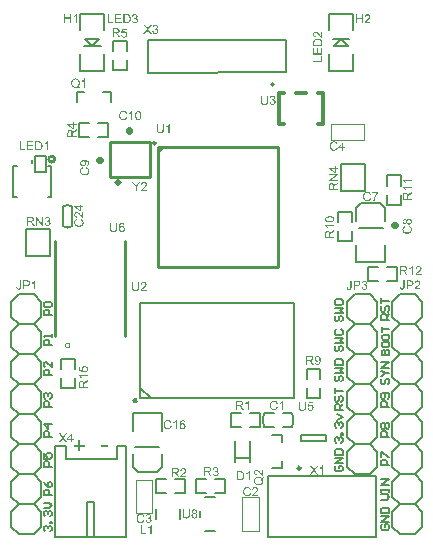
<source format=gto>
G04 Layer_Color=65535*
%FSLAX25Y25*%
%MOIN*%
G70*
G01*
G75*
%ADD10C,0.00787*%
%ADD44C,0.00500*%
%ADD46C,0.01000*%
%ADD47C,0.00800*%
%ADD53C,0.00600*%
%ADD112C,0.01155*%
%ADD113C,0.01181*%
%ADD114C,0.00984*%
%ADD115C,0.00394*%
%ADD116C,0.01200*%
%ADD117C,0.02200*%
%ADD118C,0.00200*%
%ADD119C,0.00787*%
%ADD120C,0.00544*%
%ADD121C,0.00510*%
G36*
X21912Y32635D02*
X22323D01*
Y32294D01*
X21912D01*
Y31569D01*
X21541D01*
Y32294D01*
X20225D01*
Y32635D01*
X21610Y34593D01*
X21912D01*
Y32635D01*
D02*
G37*
G36*
X69709Y23402D02*
X69766Y23393D01*
X69836Y23380D01*
X69914Y23358D01*
X69993Y23332D01*
X70072Y23297D01*
X70076D01*
X70080Y23292D01*
X70107Y23279D01*
X70146Y23253D01*
X70190Y23223D01*
X70242Y23179D01*
X70295Y23131D01*
X70347Y23074D01*
X70391Y23009D01*
X70395Y23000D01*
X70408Y22978D01*
X70426Y22939D01*
X70447Y22891D01*
X70469Y22834D01*
X70487Y22768D01*
X70500Y22694D01*
X70504Y22620D01*
Y22611D01*
Y22585D01*
X70500Y22550D01*
X70491Y22502D01*
X70478Y22445D01*
X70456Y22384D01*
X70430Y22322D01*
X70395Y22261D01*
X70391Y22253D01*
X70378Y22235D01*
X70351Y22204D01*
X70316Y22169D01*
X70273Y22130D01*
X70220Y22086D01*
X70159Y22047D01*
X70085Y22008D01*
X70089D01*
X70098Y22003D01*
X70111Y21999D01*
X70129Y21995D01*
X70177Y21977D01*
X70238Y21951D01*
X70308Y21916D01*
X70378Y21872D01*
X70443Y21815D01*
X70504Y21750D01*
X70509Y21741D01*
X70526Y21715D01*
X70552Y21671D01*
X70579Y21614D01*
X70605Y21544D01*
X70631Y21462D01*
X70649Y21365D01*
X70653Y21260D01*
Y21256D01*
Y21243D01*
Y21221D01*
X70649Y21195D01*
X70644Y21160D01*
X70635Y21121D01*
X70627Y21077D01*
X70618Y21029D01*
X70583Y20924D01*
X70557Y20867D01*
X70531Y20815D01*
X70496Y20758D01*
X70456Y20701D01*
X70413Y20644D01*
X70360Y20592D01*
X70356Y20587D01*
X70347Y20579D01*
X70329Y20566D01*
X70308Y20548D01*
X70281Y20526D01*
X70246Y20504D01*
X70207Y20478D01*
X70159Y20456D01*
X70111Y20430D01*
X70054Y20404D01*
X69997Y20382D01*
X69932Y20360D01*
X69862Y20343D01*
X69788Y20330D01*
X69713Y20321D01*
X69630Y20317D01*
X69591D01*
X69565Y20321D01*
X69530Y20325D01*
X69490Y20330D01*
X69447Y20338D01*
X69399Y20347D01*
X69294Y20373D01*
X69185Y20417D01*
X69128Y20443D01*
X69075Y20474D01*
X69023Y20513D01*
X68971Y20552D01*
X68966Y20557D01*
X68957Y20566D01*
X68944Y20579D01*
X68931Y20596D01*
X68909Y20618D01*
X68887Y20649D01*
X68861Y20679D01*
X68835Y20719D01*
X68809Y20762D01*
X68783Y20806D01*
X68735Y20911D01*
X68695Y21033D01*
X68682Y21099D01*
X68673Y21169D01*
X69045Y21217D01*
Y21212D01*
X69049Y21204D01*
X69054Y21186D01*
X69058Y21164D01*
X69062Y21138D01*
X69071Y21107D01*
X69093Y21042D01*
X69123Y20963D01*
X69163Y20889D01*
X69206Y20819D01*
X69259Y20758D01*
X69268Y20754D01*
X69285Y20736D01*
X69320Y20714D01*
X69364Y20692D01*
X69416Y20666D01*
X69482Y20644D01*
X69556Y20627D01*
X69635Y20622D01*
X69661D01*
X69678Y20627D01*
X69727Y20631D01*
X69788Y20644D01*
X69858Y20666D01*
X69932Y20697D01*
X70006Y20741D01*
X70076Y20802D01*
X70085Y20810D01*
X70107Y20837D01*
X70133Y20876D01*
X70168Y20928D01*
X70203Y20994D01*
X70229Y21068D01*
X70251Y21156D01*
X70260Y21252D01*
Y21256D01*
Y21265D01*
Y21278D01*
X70255Y21295D01*
X70251Y21343D01*
X70238Y21400D01*
X70220Y21470D01*
X70190Y21540D01*
X70146Y21610D01*
X70089Y21676D01*
X70080Y21684D01*
X70059Y21702D01*
X70024Y21728D01*
X69976Y21759D01*
X69914Y21789D01*
X69840Y21815D01*
X69757Y21833D01*
X69665Y21842D01*
X69626D01*
X69595Y21837D01*
X69556Y21833D01*
X69512Y21824D01*
X69460Y21815D01*
X69403Y21802D01*
X69447Y22130D01*
X69469D01*
X69486Y22126D01*
X69543D01*
X69591Y22135D01*
X69648Y22143D01*
X69713Y22156D01*
X69788Y22178D01*
X69858Y22209D01*
X69932Y22248D01*
X69936D01*
X69941Y22253D01*
X69963Y22270D01*
X69993Y22300D01*
X70028Y22340D01*
X70063Y22397D01*
X70094Y22462D01*
X70115Y22536D01*
X70124Y22580D01*
Y22628D01*
Y22633D01*
Y22637D01*
Y22663D01*
X70115Y22698D01*
X70107Y22746D01*
X70089Y22799D01*
X70067Y22855D01*
X70032Y22912D01*
X69984Y22965D01*
X69980Y22969D01*
X69958Y22987D01*
X69928Y23009D01*
X69888Y23035D01*
X69836Y23056D01*
X69775Y23078D01*
X69705Y23096D01*
X69626Y23100D01*
X69591D01*
X69552Y23091D01*
X69499Y23083D01*
X69442Y23065D01*
X69386Y23043D01*
X69324Y23009D01*
X69268Y22965D01*
X69263Y22960D01*
X69246Y22939D01*
X69220Y22908D01*
X69189Y22864D01*
X69158Y22807D01*
X69128Y22738D01*
X69102Y22655D01*
X69084Y22558D01*
X68713Y22624D01*
Y22628D01*
X68717Y22641D01*
X68721Y22659D01*
X68726Y22685D01*
X68735Y22716D01*
X68748Y22751D01*
X68774Y22834D01*
X68818Y22930D01*
X68870Y23026D01*
X68936Y23118D01*
X69019Y23201D01*
X69023Y23205D01*
X69032Y23210D01*
X69045Y23218D01*
X69062Y23231D01*
X69084Y23249D01*
X69115Y23266D01*
X69145Y23284D01*
X69185Y23306D01*
X69272Y23341D01*
X69372Y23376D01*
X69490Y23397D01*
X69552Y23406D01*
X69661D01*
X69709Y23402D01*
D02*
G37*
G36*
X8114Y106789D02*
X8153D01*
X8245Y106784D01*
X8341Y106771D01*
X8446Y106758D01*
X8542Y106736D01*
X8590Y106723D01*
X8629Y106710D01*
X8634D01*
X8638Y106706D01*
X8664Y106693D01*
X8704Y106675D01*
X8752Y106644D01*
X8804Y106605D01*
X8861Y106553D01*
X8913Y106491D01*
X8966Y106422D01*
Y106417D01*
X8970Y106413D01*
X8988Y106387D01*
X9005Y106343D01*
X9031Y106286D01*
X9053Y106221D01*
X9075Y106142D01*
X9088Y106059D01*
X9093Y105967D01*
Y105963D01*
Y105954D01*
Y105937D01*
X9088Y105915D01*
Y105884D01*
X9084Y105853D01*
X9066Y105779D01*
X9040Y105692D01*
X9005Y105600D01*
X8953Y105508D01*
X8918Y105465D01*
X8883Y105421D01*
X8879Y105417D01*
X8874Y105412D01*
X8861Y105399D01*
X8844Y105386D01*
X8822Y105368D01*
X8795Y105351D01*
X8760Y105329D01*
X8726Y105303D01*
X8682Y105281D01*
X8634Y105259D01*
X8581Y105233D01*
X8524Y105211D01*
X8459Y105194D01*
X8393Y105172D01*
X8319Y105159D01*
X8241Y105146D01*
X8249Y105141D01*
X8267Y105132D01*
X8293Y105115D01*
X8328Y105097D01*
X8406Y105049D01*
X8446Y105019D01*
X8481Y104993D01*
X8489Y104984D01*
X8511Y104962D01*
X8546Y104927D01*
X8590Y104883D01*
X8638Y104822D01*
X8695Y104757D01*
X8752Y104678D01*
X8813Y104591D01*
X9333Y103769D01*
X8835D01*
X8437Y104398D01*
Y104403D01*
X8428Y104411D01*
X8420Y104425D01*
X8406Y104442D01*
X8376Y104490D01*
X8337Y104551D01*
X8288Y104617D01*
X8241Y104687D01*
X8192Y104752D01*
X8149Y104813D01*
X8144Y104818D01*
X8131Y104835D01*
X8109Y104861D01*
X8079Y104892D01*
X8013Y104958D01*
X7978Y104988D01*
X7943Y105015D01*
X7939Y105019D01*
X7930Y105023D01*
X7913Y105032D01*
X7886Y105045D01*
X7860Y105058D01*
X7830Y105071D01*
X7760Y105093D01*
X7755D01*
X7747Y105097D01*
X7729D01*
X7707Y105102D01*
X7677Y105106D01*
X7642D01*
X7594Y105111D01*
X7078D01*
Y103769D01*
X6676D01*
Y106793D01*
X8079D01*
X8114Y106789D01*
D02*
G37*
G36*
X19015Y33155D02*
X20147Y31569D01*
X19653D01*
X18888Y32644D01*
X18884Y32648D01*
X18875Y32662D01*
X18866Y32679D01*
X18849Y32701D01*
X18809Y32762D01*
X18766Y32828D01*
X18761Y32823D01*
X18748Y32806D01*
X18731Y32779D01*
X18709Y32745D01*
X18661Y32675D01*
X18639Y32644D01*
X18621Y32618D01*
X17857Y31569D01*
X17376D01*
X18543Y33134D01*
X17512Y34593D01*
X17988D01*
X18538Y33815D01*
Y33811D01*
X18547Y33806D01*
X18556Y33793D01*
X18569Y33776D01*
X18595Y33732D01*
X18635Y33680D01*
X18674Y33619D01*
X18713Y33557D01*
X18748Y33500D01*
X18779Y33448D01*
X18783Y33457D01*
X18796Y33474D01*
X18818Y33509D01*
X18849Y33553D01*
X18884Y33601D01*
X18927Y33662D01*
X18971Y33723D01*
X19024Y33789D01*
X19627Y34593D01*
X20064D01*
X19015Y33155D01*
D02*
G37*
G36*
X61053Y7545D02*
Y7541D01*
Y7523D01*
Y7501D01*
Y7471D01*
X61049Y7431D01*
Y7388D01*
X61045Y7335D01*
X61040Y7283D01*
X61027Y7165D01*
X61010Y7042D01*
X60983Y6925D01*
X60966Y6868D01*
X60948Y6815D01*
Y6811D01*
X60944Y6802D01*
X60935Y6789D01*
X60927Y6772D01*
X60900Y6724D01*
X60861Y6662D01*
X60809Y6592D01*
X60747Y6522D01*
X60669Y6448D01*
X60573Y6383D01*
X60568D01*
X60559Y6374D01*
X60546Y6369D01*
X60524Y6356D01*
X60498Y6343D01*
X60463Y6330D01*
X60428Y6317D01*
X60385Y6300D01*
X60337Y6282D01*
X60284Y6269D01*
X60227Y6256D01*
X60162Y6243D01*
X60096Y6234D01*
X60026Y6225D01*
X59869Y6217D01*
X59830D01*
X59799Y6221D01*
X59764D01*
X59720Y6225D01*
X59672Y6230D01*
X59624Y6234D01*
X59515Y6251D01*
X59397Y6278D01*
X59283Y6313D01*
X59174Y6361D01*
X59170D01*
X59161Y6369D01*
X59148Y6378D01*
X59131Y6387D01*
X59082Y6422D01*
X59026Y6470D01*
X58960Y6531D01*
X58899Y6601D01*
X58838Y6689D01*
X58790Y6785D01*
Y6789D01*
X58785Y6798D01*
X58781Y6815D01*
X58772Y6837D01*
X58763Y6863D01*
X58755Y6898D01*
X58741Y6938D01*
X58733Y6986D01*
X58724Y7038D01*
X58711Y7095D01*
X58702Y7156D01*
X58693Y7222D01*
X58685Y7296D01*
X58680Y7375D01*
X58676Y7458D01*
Y7545D01*
Y9293D01*
X59078D01*
Y7545D01*
Y7541D01*
Y7528D01*
Y7506D01*
Y7480D01*
X59082Y7449D01*
Y7410D01*
X59087Y7327D01*
X59096Y7230D01*
X59109Y7134D01*
X59126Y7042D01*
X59135Y7003D01*
X59148Y6964D01*
X59152Y6955D01*
X59161Y6933D01*
X59183Y6903D01*
X59209Y6859D01*
X59240Y6815D01*
X59283Y6767D01*
X59336Y6719D01*
X59397Y6680D01*
X59406Y6675D01*
X59428Y6662D01*
X59467Y6649D01*
X59519Y6632D01*
X59581Y6610D01*
X59659Y6597D01*
X59742Y6584D01*
X59834Y6579D01*
X59878D01*
X59904Y6584D01*
X59943D01*
X59983Y6588D01*
X60079Y6605D01*
X60184Y6627D01*
X60284Y6662D01*
X60380Y6710D01*
X60424Y6741D01*
X60463Y6776D01*
X60468Y6780D01*
X60472Y6785D01*
X60481Y6798D01*
X60494Y6815D01*
X60507Y6842D01*
X60524Y6868D01*
X60542Y6907D01*
X60559Y6946D01*
X60577Y6994D01*
X60590Y7051D01*
X60607Y7117D01*
X60621Y7187D01*
X60634Y7265D01*
X60642Y7348D01*
X60651Y7445D01*
Y7545D01*
Y9293D01*
X61053D01*
Y7545D01*
D02*
G37*
G36*
X107821Y106984D02*
X107874D01*
X107931Y106980D01*
X107992Y106975D01*
X108132Y106962D01*
X108276Y106940D01*
X108416Y106914D01*
X108481Y106896D01*
X108547Y106875D01*
X108551D01*
X108560Y106870D01*
X108577Y106861D01*
X108599Y106853D01*
X108630Y106844D01*
X108660Y106826D01*
X108735Y106792D01*
X108813Y106748D01*
X108901Y106691D01*
X108979Y106625D01*
X109054Y106547D01*
Y106543D01*
X109062Y106538D01*
X109071Y106525D01*
X109080Y106508D01*
X109093Y106486D01*
X109110Y106464D01*
X109141Y106398D01*
X109172Y106320D01*
X109202Y106228D01*
X109220Y106119D01*
X109228Y106001D01*
Y105996D01*
Y105983D01*
Y105957D01*
X109224Y105926D01*
X109220Y105891D01*
X109211Y105848D01*
X109202Y105800D01*
X109189Y105747D01*
X109172Y105695D01*
X109154Y105638D01*
X109128Y105581D01*
X109097Y105524D01*
X109062Y105467D01*
X109019Y105411D01*
X108971Y105358D01*
X108918Y105310D01*
X108914Y105306D01*
X108901Y105297D01*
X108879Y105284D01*
X108844Y105262D01*
X108805Y105240D01*
X108752Y105218D01*
X108691Y105188D01*
X108621Y105162D01*
X108542Y105135D01*
X108451Y105109D01*
X108350Y105083D01*
X108236Y105061D01*
X108114Y105039D01*
X107983Y105026D01*
X107839Y105017D01*
X107686Y105013D01*
X107598D01*
X107550Y105017D01*
X107498D01*
X107441Y105022D01*
X107376Y105026D01*
X107240Y105039D01*
X107096Y105061D01*
X106952Y105087D01*
X106886Y105105D01*
X106821Y105122D01*
X106816D01*
X106807Y105127D01*
X106790Y105135D01*
X106768Y105144D01*
X106737Y105153D01*
X106707Y105170D01*
X106633Y105205D01*
X106554Y105249D01*
X106471Y105306D01*
X106388Y105371D01*
X106318Y105450D01*
Y105454D01*
X106309Y105459D01*
X106300Y105472D01*
X106292Y105489D01*
X106274Y105511D01*
X106261Y105537D01*
X106226Y105603D01*
X106196Y105682D01*
X106165Y105773D01*
X106148Y105883D01*
X106139Y106001D01*
Y106005D01*
Y106009D01*
Y106023D01*
Y106040D01*
X106143Y106088D01*
X106152Y106145D01*
X106165Y106210D01*
X106183Y106280D01*
X106204Y106355D01*
X106239Y106424D01*
Y106429D01*
X106244Y106433D01*
X106257Y106455D01*
X106279Y106490D01*
X106309Y106534D01*
X106353Y106582D01*
X106401Y106634D01*
X106458Y106682D01*
X106523Y106730D01*
X106532Y106735D01*
X106554Y106752D01*
X106593Y106770D01*
X106650Y106800D01*
X106716Y106826D01*
X106790Y106861D01*
X106877Y106892D01*
X106974Y106918D01*
X106978D01*
X106987Y106923D01*
X107000Y106927D01*
X107022Y106931D01*
X107048Y106936D01*
X107078Y106940D01*
X107118Y106949D01*
X107161Y106953D01*
X107210Y106962D01*
X107262Y106966D01*
X107323Y106971D01*
X107384Y106980D01*
X107454Y106984D01*
X107524D01*
X107603Y106988D01*
X107773D01*
X107821Y106984D01*
D02*
G37*
G36*
X62618Y9302D02*
X62653Y9297D01*
X62692Y9293D01*
X62736Y9289D01*
X62779Y9276D01*
X62884Y9249D01*
X62989Y9210D01*
X63042Y9184D01*
X63094Y9153D01*
X63142Y9114D01*
X63190Y9075D01*
X63195Y9070D01*
X63199Y9066D01*
X63212Y9053D01*
X63230Y9035D01*
X63247Y9009D01*
X63269Y8983D01*
X63313Y8917D01*
X63356Y8834D01*
X63396Y8738D01*
X63426Y8629D01*
X63431Y8572D01*
X63435Y8511D01*
Y8506D01*
Y8502D01*
Y8476D01*
X63431Y8437D01*
X63422Y8388D01*
X63409Y8327D01*
X63387Y8266D01*
X63361Y8205D01*
X63321Y8144D01*
X63317Y8135D01*
X63300Y8117D01*
X63273Y8091D01*
X63238Y8056D01*
X63190Y8017D01*
X63133Y7978D01*
X63068Y7938D01*
X62989Y7903D01*
X62994D01*
X63002Y7899D01*
X63015Y7895D01*
X63033Y7886D01*
X63085Y7864D01*
X63147Y7834D01*
X63212Y7790D01*
X63282Y7742D01*
X63348Y7681D01*
X63409Y7611D01*
Y7606D01*
X63413Y7602D01*
X63431Y7576D01*
X63457Y7532D01*
X63483Y7475D01*
X63509Y7405D01*
X63535Y7322D01*
X63553Y7230D01*
X63557Y7130D01*
Y7125D01*
Y7112D01*
Y7091D01*
X63553Y7064D01*
X63549Y7034D01*
X63544Y6994D01*
X63535Y6951D01*
X63522Y6903D01*
X63492Y6802D01*
X63470Y6745D01*
X63439Y6693D01*
X63409Y6636D01*
X63374Y6584D01*
X63330Y6531D01*
X63282Y6479D01*
X63278Y6474D01*
X63269Y6466D01*
X63256Y6453D01*
X63234Y6439D01*
X63203Y6418D01*
X63173Y6396D01*
X63133Y6374D01*
X63090Y6348D01*
X63042Y6321D01*
X62985Y6300D01*
X62924Y6278D01*
X62862Y6256D01*
X62792Y6243D01*
X62718Y6230D01*
X62644Y6221D01*
X62561Y6217D01*
X62517D01*
X62487Y6221D01*
X62447Y6225D01*
X62404Y6230D01*
X62356Y6238D01*
X62303Y6251D01*
X62185Y6282D01*
X62124Y6304D01*
X62067Y6326D01*
X62006Y6356D01*
X61945Y6391D01*
X61888Y6431D01*
X61835Y6479D01*
X61831Y6483D01*
X61822Y6492D01*
X61809Y6505D01*
X61792Y6527D01*
X61774Y6553D01*
X61748Y6584D01*
X61726Y6619D01*
X61700Y6662D01*
X61674Y6706D01*
X61652Y6758D01*
X61608Y6868D01*
X61591Y6933D01*
X61578Y6999D01*
X61569Y7069D01*
X61565Y7139D01*
Y7143D01*
Y7152D01*
Y7169D01*
X61569Y7187D01*
Y7213D01*
X61573Y7243D01*
X61582Y7313D01*
X61599Y7392D01*
X61626Y7471D01*
X61665Y7554D01*
X61713Y7632D01*
Y7637D01*
X61722Y7641D01*
X61739Y7663D01*
X61774Y7698D01*
X61822Y7742D01*
X61884Y7785D01*
X61958Y7834D01*
X62041Y7873D01*
X62141Y7903D01*
X62137D01*
X62133Y7908D01*
X62120Y7912D01*
X62102Y7921D01*
X62063Y7938D01*
X62010Y7965D01*
X61954Y7999D01*
X61897Y8043D01*
X61844Y8091D01*
X61796Y8144D01*
X61792Y8152D01*
X61779Y8170D01*
X61761Y8205D01*
X61744Y8249D01*
X61722Y8305D01*
X61704Y8371D01*
X61691Y8445D01*
X61687Y8524D01*
Y8528D01*
Y8537D01*
Y8555D01*
X61691Y8581D01*
X61696Y8607D01*
X61700Y8642D01*
X61717Y8716D01*
X61744Y8804D01*
X61787Y8895D01*
X61814Y8943D01*
X61844Y8991D01*
X61884Y9035D01*
X61923Y9079D01*
X61927Y9083D01*
X61936Y9088D01*
X61949Y9101D01*
X61967Y9114D01*
X61989Y9131D01*
X62019Y9149D01*
X62054Y9171D01*
X62089Y9193D01*
X62133Y9214D01*
X62181Y9236D01*
X62233Y9254D01*
X62290Y9271D01*
X62412Y9297D01*
X62482Y9302D01*
X62552Y9306D01*
X62591D01*
X62618Y9302D01*
D02*
G37*
G36*
X99753Y43445D02*
Y43441D01*
Y43423D01*
Y43401D01*
Y43371D01*
X99749Y43331D01*
Y43288D01*
X99744Y43235D01*
X99740Y43183D01*
X99727Y43065D01*
X99710Y42943D01*
X99683Y42825D01*
X99666Y42768D01*
X99648Y42715D01*
Y42711D01*
X99644Y42702D01*
X99635Y42689D01*
X99626Y42672D01*
X99600Y42623D01*
X99561Y42562D01*
X99509Y42492D01*
X99447Y42423D01*
X99369Y42348D01*
X99273Y42283D01*
X99268D01*
X99260Y42274D01*
X99246Y42270D01*
X99225Y42256D01*
X99198Y42243D01*
X99163Y42230D01*
X99128Y42217D01*
X99085Y42200D01*
X99037Y42182D01*
X98984Y42169D01*
X98927Y42156D01*
X98862Y42143D01*
X98796Y42134D01*
X98726Y42125D01*
X98569Y42117D01*
X98530D01*
X98499Y42121D01*
X98464D01*
X98420Y42125D01*
X98372Y42130D01*
X98324Y42134D01*
X98215Y42151D01*
X98097Y42178D01*
X97983Y42213D01*
X97874Y42261D01*
X97870D01*
X97861Y42270D01*
X97848Y42278D01*
X97830Y42287D01*
X97782Y42322D01*
X97726Y42370D01*
X97660Y42431D01*
X97599Y42501D01*
X97538Y42588D01*
X97490Y42685D01*
Y42689D01*
X97485Y42698D01*
X97481Y42715D01*
X97472Y42737D01*
X97463Y42763D01*
X97455Y42798D01*
X97442Y42838D01*
X97433Y42886D01*
X97424Y42938D01*
X97411Y42995D01*
X97402Y43056D01*
X97394Y43122D01*
X97385Y43196D01*
X97380Y43275D01*
X97376Y43358D01*
Y43445D01*
Y45193D01*
X97778D01*
Y43445D01*
Y43441D01*
Y43428D01*
Y43406D01*
Y43380D01*
X97782Y43349D01*
Y43310D01*
X97787Y43227D01*
X97795Y43130D01*
X97809Y43034D01*
X97826Y42943D01*
X97835Y42903D01*
X97848Y42864D01*
X97852Y42855D01*
X97861Y42833D01*
X97883Y42803D01*
X97909Y42759D01*
X97940Y42715D01*
X97983Y42667D01*
X98036Y42619D01*
X98097Y42580D01*
X98106Y42575D01*
X98128Y42562D01*
X98167Y42549D01*
X98219Y42532D01*
X98281Y42510D01*
X98359Y42497D01*
X98442Y42484D01*
X98534Y42479D01*
X98578D01*
X98604Y42484D01*
X98643D01*
X98683Y42488D01*
X98779Y42505D01*
X98884Y42527D01*
X98984Y42562D01*
X99080Y42610D01*
X99124Y42641D01*
X99163Y42676D01*
X99168Y42680D01*
X99172Y42685D01*
X99181Y42698D01*
X99194Y42715D01*
X99207Y42742D01*
X99225Y42768D01*
X99242Y42807D01*
X99260Y42846D01*
X99277Y42894D01*
X99290Y42951D01*
X99308Y43017D01*
X99321Y43087D01*
X99334Y43165D01*
X99343Y43248D01*
X99351Y43345D01*
Y43445D01*
Y45193D01*
X99753D01*
Y43445D01*
D02*
G37*
G36*
X102131Y44800D02*
X100920D01*
X100758Y43982D01*
X100763Y43987D01*
X100771Y43991D01*
X100785Y44000D01*
X100806Y44013D01*
X100833Y44026D01*
X100863Y44044D01*
X100933Y44079D01*
X101021Y44114D01*
X101117Y44144D01*
X101222Y44166D01*
X101274Y44175D01*
X101370D01*
X101396Y44170D01*
X101431Y44166D01*
X101471Y44162D01*
X101514Y44153D01*
X101562Y44140D01*
X101667Y44109D01*
X101724Y44087D01*
X101781Y44057D01*
X101838Y44026D01*
X101895Y43991D01*
X101947Y43948D01*
X101999Y43900D01*
X102004Y43895D01*
X102013Y43886D01*
X102026Y43873D01*
X102043Y43851D01*
X102065Y43821D01*
X102087Y43790D01*
X102113Y43751D01*
X102139Y43707D01*
X102161Y43659D01*
X102187Y43607D01*
X102209Y43545D01*
X102231Y43484D01*
X102249Y43419D01*
X102262Y43345D01*
X102270Y43270D01*
X102275Y43192D01*
Y43187D01*
Y43174D01*
Y43152D01*
X102270Y43122D01*
X102266Y43087D01*
X102262Y43047D01*
X102253Y42999D01*
X102244Y42951D01*
X102218Y42838D01*
X102174Y42720D01*
X102148Y42658D01*
X102113Y42602D01*
X102078Y42540D01*
X102034Y42484D01*
X102030Y42479D01*
X102021Y42466D01*
X102004Y42449D01*
X101982Y42427D01*
X101951Y42401D01*
X101916Y42366D01*
X101873Y42335D01*
X101825Y42300D01*
X101772Y42265D01*
X101711Y42235D01*
X101646Y42204D01*
X101576Y42173D01*
X101501Y42151D01*
X101418Y42134D01*
X101331Y42121D01*
X101239Y42117D01*
X101200D01*
X101169Y42121D01*
X101134Y42125D01*
X101095Y42130D01*
X101047Y42134D01*
X100999Y42147D01*
X100890Y42173D01*
X100780Y42213D01*
X100723Y42239D01*
X100667Y42270D01*
X100614Y42305D01*
X100562Y42344D01*
X100557Y42348D01*
X100549Y42353D01*
X100540Y42370D01*
X100522Y42388D01*
X100501Y42409D01*
X100479Y42436D01*
X100452Y42470D01*
X100431Y42510D01*
X100404Y42549D01*
X100378Y42597D01*
X100330Y42702D01*
X100291Y42825D01*
X100278Y42890D01*
X100269Y42960D01*
X100658Y42991D01*
Y42986D01*
Y42977D01*
X100662Y42964D01*
X100667Y42943D01*
X100680Y42894D01*
X100697Y42829D01*
X100723Y42763D01*
X100758Y42689D01*
X100802Y42623D01*
X100855Y42562D01*
X100863Y42558D01*
X100881Y42540D01*
X100916Y42519D01*
X100964Y42492D01*
X101016Y42466D01*
X101082Y42444D01*
X101156Y42427D01*
X101239Y42423D01*
X101265D01*
X101283Y42427D01*
X101335Y42431D01*
X101396Y42449D01*
X101471Y42470D01*
X101545Y42505D01*
X101624Y42558D01*
X101659Y42588D01*
X101694Y42623D01*
X101698Y42628D01*
X101702Y42632D01*
X101711Y42645D01*
X101724Y42658D01*
X101755Y42707D01*
X101790Y42768D01*
X101820Y42842D01*
X101851Y42934D01*
X101873Y43043D01*
X101882Y43100D01*
Y43161D01*
Y43165D01*
Y43174D01*
Y43192D01*
X101877Y43213D01*
Y43240D01*
X101873Y43270D01*
X101860Y43340D01*
X101838Y43423D01*
X101807Y43506D01*
X101763Y43585D01*
X101702Y43659D01*
Y43663D01*
X101694Y43668D01*
X101672Y43690D01*
X101632Y43720D01*
X101580Y43755D01*
X101510Y43786D01*
X101431Y43817D01*
X101340Y43838D01*
X101287Y43847D01*
X101204D01*
X101169Y43843D01*
X101126Y43838D01*
X101073Y43825D01*
X101021Y43812D01*
X100964Y43790D01*
X100907Y43764D01*
X100903Y43760D01*
X100885Y43751D01*
X100859Y43729D01*
X100824Y43707D01*
X100789Y43677D01*
X100754Y43637D01*
X100715Y43598D01*
X100684Y43550D01*
X100335Y43598D01*
X100627Y45154D01*
X102131D01*
Y44800D01*
D02*
G37*
G36*
X109175Y131941D02*
X109214Y131937D01*
X109262Y131932D01*
X109310Y131928D01*
X109367Y131915D01*
X109485Y131889D01*
X109616Y131849D01*
X109682Y131823D01*
X109743Y131792D01*
X109804Y131753D01*
X109865Y131714D01*
X109870Y131710D01*
X109879Y131705D01*
X109896Y131692D01*
X109918Y131670D01*
X109940Y131648D01*
X109970Y131618D01*
X110001Y131583D01*
X110036Y131548D01*
X110071Y131504D01*
X110106Y131452D01*
X110145Y131399D01*
X110180Y131342D01*
X110211Y131277D01*
X110246Y131211D01*
X110272Y131141D01*
X110298Y131063D01*
X109905Y130971D01*
Y130975D01*
X109900Y130984D01*
X109892Y131002D01*
X109883Y131023D01*
X109874Y131050D01*
X109861Y131085D01*
X109826Y131155D01*
X109782Y131233D01*
X109730Y131312D01*
X109664Y131386D01*
X109594Y131452D01*
X109586Y131460D01*
X109560Y131478D01*
X109516Y131500D01*
X109459Y131530D01*
X109385Y131556D01*
X109302Y131583D01*
X109201Y131600D01*
X109092Y131605D01*
X109057D01*
X109035Y131600D01*
X109004D01*
X108969Y131596D01*
X108887Y131583D01*
X108795Y131565D01*
X108699Y131535D01*
X108598Y131491D01*
X108506Y131434D01*
X108502D01*
X108498Y131425D01*
X108467Y131404D01*
X108428Y131369D01*
X108380Y131316D01*
X108323Y131251D01*
X108270Y131176D01*
X108222Y131085D01*
X108178Y130984D01*
Y130980D01*
X108174Y130971D01*
X108170Y130958D01*
X108165Y130936D01*
X108157Y130910D01*
X108148Y130879D01*
X108135Y130805D01*
X108117Y130718D01*
X108100Y130621D01*
X108091Y130517D01*
X108087Y130403D01*
Y130398D01*
Y130385D01*
Y130364D01*
Y130337D01*
X108091Y130307D01*
Y130267D01*
X108096Y130224D01*
X108100Y130176D01*
X108113Y130071D01*
X108135Y129957D01*
X108161Y129843D01*
X108196Y129730D01*
Y129726D01*
X108200Y129717D01*
X108209Y129704D01*
X108218Y129682D01*
X108244Y129629D01*
X108283Y129568D01*
X108332Y129498D01*
X108393Y129424D01*
X108463Y129358D01*
X108546Y129297D01*
X108550D01*
X108559Y129293D01*
X108572Y129284D01*
X108589Y129275D01*
X108611Y129267D01*
X108637Y129254D01*
X108699Y129227D01*
X108777Y129201D01*
X108865Y129179D01*
X108961Y129162D01*
X109061Y129157D01*
X109092D01*
X109118Y129162D01*
X109149D01*
X109179Y129166D01*
X109258Y129184D01*
X109350Y129206D01*
X109441Y129241D01*
X109538Y129288D01*
X109586Y129315D01*
X109629Y129350D01*
X109634Y129354D01*
X109638Y129358D01*
X109651Y129372D01*
X109669Y129385D01*
X109686Y129406D01*
X109708Y129433D01*
X109734Y129459D01*
X109756Y129494D01*
X109782Y129533D01*
X109813Y129577D01*
X109839Y129621D01*
X109865Y129673D01*
X109887Y129730D01*
X109909Y129791D01*
X109931Y129857D01*
X109948Y129927D01*
X110350Y129826D01*
Y129822D01*
X110346Y129804D01*
X110337Y129778D01*
X110324Y129743D01*
X110311Y129704D01*
X110294Y129656D01*
X110272Y129603D01*
X110246Y129546D01*
X110184Y129424D01*
X110106Y129302D01*
X110058Y129241D01*
X110010Y129179D01*
X109957Y129127D01*
X109896Y129074D01*
X109892Y129070D01*
X109883Y129061D01*
X109861Y129052D01*
X109839Y129035D01*
X109804Y129013D01*
X109769Y128991D01*
X109721Y128970D01*
X109673Y128948D01*
X109616Y128921D01*
X109555Y128900D01*
X109490Y128878D01*
X109420Y128856D01*
X109345Y128838D01*
X109267Y128830D01*
X109184Y128821D01*
X109096Y128817D01*
X109048D01*
X109013Y128821D01*
X108974D01*
X108926Y128825D01*
X108873Y128834D01*
X108812Y128843D01*
X108686Y128865D01*
X108554Y128900D01*
X108423Y128948D01*
X108362Y128978D01*
X108301Y129013D01*
X108297Y129018D01*
X108288Y129022D01*
X108270Y129035D01*
X108253Y129052D01*
X108227Y129070D01*
X108196Y129096D01*
X108161Y129127D01*
X108126Y129162D01*
X108091Y129201D01*
X108052Y129241D01*
X107973Y129341D01*
X107899Y129459D01*
X107833Y129590D01*
Y129594D01*
X107825Y129607D01*
X107820Y129629D01*
X107807Y129656D01*
X107798Y129691D01*
X107785Y129734D01*
X107768Y129782D01*
X107755Y129835D01*
X107742Y129892D01*
X107724Y129957D01*
X107702Y130093D01*
X107685Y130246D01*
X107676Y130403D01*
Y130407D01*
Y130425D01*
Y130451D01*
X107680Y130482D01*
Y130525D01*
X107685Y130569D01*
X107689Y130626D01*
X107698Y130683D01*
X107720Y130809D01*
X107750Y130949D01*
X107794Y131089D01*
X107855Y131224D01*
X107860Y131229D01*
X107864Y131242D01*
X107873Y131259D01*
X107890Y131281D01*
X107908Y131312D01*
X107930Y131347D01*
X107986Y131425D01*
X108061Y131513D01*
X108148Y131600D01*
X108248Y131688D01*
X108367Y131762D01*
X108371Y131766D01*
X108384Y131771D01*
X108401Y131779D01*
X108423Y131792D01*
X108458Y131806D01*
X108493Y131819D01*
X108537Y131836D01*
X108585Y131854D01*
X108637Y131871D01*
X108694Y131889D01*
X108817Y131915D01*
X108956Y131937D01*
X109101Y131946D01*
X109144D01*
X109175Y131941D01*
D02*
G37*
G36*
X23276Y135528D02*
X22647Y135130D01*
X22642D01*
X22634Y135121D01*
X22621Y135113D01*
X22603Y135099D01*
X22555Y135069D01*
X22494Y135030D01*
X22428Y134982D01*
X22358Y134933D01*
X22293Y134885D01*
X22232Y134842D01*
X22227Y134837D01*
X22210Y134824D01*
X22184Y134802D01*
X22153Y134772D01*
X22087Y134706D01*
X22057Y134671D01*
X22030Y134636D01*
X22026Y134632D01*
X22022Y134623D01*
X22013Y134606D01*
X22000Y134580D01*
X21987Y134553D01*
X21974Y134523D01*
X21952Y134453D01*
Y134448D01*
X21948Y134440D01*
Y134422D01*
X21943Y134400D01*
X21939Y134370D01*
Y134335D01*
X21934Y134287D01*
Y134234D01*
Y133771D01*
X23276D01*
Y133369D01*
X20252D01*
Y134706D01*
Y134711D01*
Y134724D01*
Y134746D01*
Y134772D01*
X20256Y134807D01*
Y134846D01*
X20261Y134938D01*
X20274Y135034D01*
X20287Y135139D01*
X20309Y135235D01*
X20322Y135283D01*
X20335Y135322D01*
Y135327D01*
X20339Y135331D01*
X20353Y135357D01*
X20370Y135397D01*
X20401Y135445D01*
X20440Y135497D01*
X20492Y135554D01*
X20553Y135606D01*
X20623Y135659D01*
X20628D01*
X20632Y135663D01*
X20658Y135681D01*
X20702Y135698D01*
X20759Y135724D01*
X20824Y135746D01*
X20903Y135768D01*
X20986Y135781D01*
X21078Y135786D01*
X21109D01*
X21130Y135781D01*
X21161D01*
X21192Y135777D01*
X21266Y135759D01*
X21353Y135733D01*
X21445Y135698D01*
X21537Y135646D01*
X21580Y135611D01*
X21624Y135576D01*
X21629Y135572D01*
X21633Y135567D01*
X21646Y135554D01*
X21659Y135537D01*
X21677Y135515D01*
X21694Y135488D01*
X21716Y135453D01*
X21742Y135418D01*
X21764Y135375D01*
X21786Y135327D01*
X21812Y135274D01*
X21834Y135217D01*
X21851Y135152D01*
X21873Y135086D01*
X21886Y135012D01*
X21899Y134933D01*
X21904Y134942D01*
X21913Y134960D01*
X21930Y134986D01*
X21948Y135021D01*
X21996Y135099D01*
X22026Y135139D01*
X22052Y135174D01*
X22061Y135182D01*
X22083Y135204D01*
X22118Y135239D01*
X22162Y135283D01*
X22223Y135331D01*
X22288Y135388D01*
X22367Y135445D01*
X22454Y135506D01*
X23276Y136026D01*
Y135528D01*
D02*
G37*
G36*
X67214Y23389D02*
X67253D01*
X67345Y23384D01*
X67441Y23371D01*
X67546Y23358D01*
X67642Y23336D01*
X67690Y23323D01*
X67729Y23310D01*
X67734D01*
X67738Y23306D01*
X67764Y23292D01*
X67804Y23275D01*
X67852Y23245D01*
X67904Y23205D01*
X67961Y23153D01*
X68013Y23091D01*
X68066Y23022D01*
Y23017D01*
X68070Y23013D01*
X68088Y22987D01*
X68105Y22943D01*
X68131Y22886D01*
X68153Y22821D01*
X68175Y22742D01*
X68188Y22659D01*
X68193Y22567D01*
Y22563D01*
Y22554D01*
Y22536D01*
X68188Y22515D01*
Y22484D01*
X68184Y22454D01*
X68166Y22379D01*
X68140Y22292D01*
X68105Y22200D01*
X68053Y22108D01*
X68018Y22065D01*
X67983Y22021D01*
X67979Y22016D01*
X67974Y22012D01*
X67961Y21999D01*
X67944Y21986D01*
X67922Y21968D01*
X67896Y21951D01*
X67861Y21929D01*
X67826Y21903D01*
X67782Y21881D01*
X67734Y21859D01*
X67681Y21833D01*
X67624Y21811D01*
X67559Y21794D01*
X67493Y21772D01*
X67419Y21759D01*
X67340Y21746D01*
X67349Y21741D01*
X67367Y21732D01*
X67393Y21715D01*
X67428Y21698D01*
X67506Y21649D01*
X67546Y21619D01*
X67581Y21593D01*
X67589Y21584D01*
X67611Y21562D01*
X67646Y21527D01*
X67690Y21483D01*
X67738Y21422D01*
X67795Y21357D01*
X67852Y21278D01*
X67913Y21191D01*
X68433Y20369D01*
X67935D01*
X67537Y20998D01*
Y21003D01*
X67528Y21011D01*
X67520Y21024D01*
X67506Y21042D01*
X67476Y21090D01*
X67437Y21151D01*
X67388Y21217D01*
X67340Y21287D01*
X67292Y21352D01*
X67249Y21413D01*
X67244Y21418D01*
X67231Y21435D01*
X67209Y21462D01*
X67179Y21492D01*
X67113Y21558D01*
X67078Y21588D01*
X67043Y21614D01*
X67039Y21619D01*
X67030Y21623D01*
X67013Y21632D01*
X66987Y21645D01*
X66960Y21658D01*
X66930Y21671D01*
X66860Y21693D01*
X66855D01*
X66847Y21698D01*
X66829D01*
X66807Y21702D01*
X66777Y21706D01*
X66742D01*
X66694Y21711D01*
X66178D01*
Y20369D01*
X65776D01*
Y23393D01*
X67179D01*
X67214Y23389D01*
D02*
G37*
G36*
X12099Y103769D02*
X11684D01*
X10102Y106142D01*
Y103769D01*
X9718D01*
Y106793D01*
X10128D01*
X11715Y104416D01*
Y106793D01*
X12099D01*
Y103769D01*
D02*
G37*
G36*
X22551Y137822D02*
X23276D01*
Y137451D01*
X22551D01*
Y136135D01*
X22210D01*
X20252Y137521D01*
Y137822D01*
X22210D01*
Y138233D01*
X22551D01*
Y137822D01*
D02*
G37*
G36*
X38238Y174035D02*
X36451D01*
Y173113D01*
X38125D01*
Y172754D01*
X36451D01*
Y171727D01*
X38308D01*
Y171369D01*
X36049D01*
Y174393D01*
X38238D01*
Y174035D01*
D02*
G37*
G36*
X34078Y171727D02*
X35568D01*
Y171369D01*
X33676D01*
Y174393D01*
X34078D01*
Y171727D01*
D02*
G37*
G36*
X80275Y16741D02*
X80314Y16737D01*
X80362Y16732D01*
X80410Y16728D01*
X80467Y16715D01*
X80585Y16689D01*
X80716Y16649D01*
X80782Y16623D01*
X80843Y16592D01*
X80904Y16553D01*
X80965Y16514D01*
X80970Y16510D01*
X80979Y16505D01*
X80996Y16492D01*
X81018Y16470D01*
X81040Y16448D01*
X81070Y16418D01*
X81101Y16383D01*
X81136Y16348D01*
X81171Y16304D01*
X81206Y16252D01*
X81245Y16199D01*
X81280Y16142D01*
X81311Y16077D01*
X81346Y16011D01*
X81372Y15941D01*
X81398Y15863D01*
X81005Y15771D01*
Y15775D01*
X81000Y15784D01*
X80992Y15802D01*
X80983Y15823D01*
X80974Y15850D01*
X80961Y15885D01*
X80926Y15955D01*
X80882Y16033D01*
X80830Y16112D01*
X80764Y16186D01*
X80694Y16252D01*
X80686Y16260D01*
X80660Y16278D01*
X80616Y16300D01*
X80559Y16330D01*
X80485Y16356D01*
X80402Y16383D01*
X80301Y16400D01*
X80192Y16405D01*
X80157D01*
X80135Y16400D01*
X80105D01*
X80070Y16396D01*
X79987Y16383D01*
X79895Y16365D01*
X79799Y16335D01*
X79698Y16291D01*
X79606Y16234D01*
X79602D01*
X79598Y16226D01*
X79567Y16204D01*
X79528Y16169D01*
X79480Y16116D01*
X79423Y16051D01*
X79370Y15976D01*
X79322Y15885D01*
X79278Y15784D01*
Y15780D01*
X79274Y15771D01*
X79270Y15758D01*
X79265Y15736D01*
X79257Y15710D01*
X79248Y15679D01*
X79235Y15605D01*
X79217Y15518D01*
X79200Y15421D01*
X79191Y15316D01*
X79187Y15203D01*
Y15199D01*
Y15185D01*
Y15164D01*
Y15137D01*
X79191Y15107D01*
Y15067D01*
X79195Y15024D01*
X79200Y14976D01*
X79213Y14871D01*
X79235Y14757D01*
X79261Y14643D01*
X79296Y14530D01*
Y14525D01*
X79300Y14517D01*
X79309Y14504D01*
X79318Y14482D01*
X79344Y14429D01*
X79383Y14368D01*
X79431Y14298D01*
X79493Y14224D01*
X79563Y14158D01*
X79646Y14097D01*
X79650D01*
X79659Y14093D01*
X79672Y14084D01*
X79689Y14075D01*
X79711Y14067D01*
X79737Y14054D01*
X79799Y14027D01*
X79877Y14001D01*
X79965Y13979D01*
X80061Y13962D01*
X80161Y13957D01*
X80192D01*
X80218Y13962D01*
X80249D01*
X80279Y13966D01*
X80358Y13984D01*
X80450Y14006D01*
X80541Y14040D01*
X80638Y14088D01*
X80686Y14115D01*
X80729Y14150D01*
X80734Y14154D01*
X80738Y14158D01*
X80751Y14172D01*
X80769Y14185D01*
X80786Y14207D01*
X80808Y14233D01*
X80834Y14259D01*
X80856Y14294D01*
X80882Y14333D01*
X80913Y14377D01*
X80939Y14421D01*
X80965Y14473D01*
X80987Y14530D01*
X81009Y14591D01*
X81031Y14657D01*
X81048Y14727D01*
X81450Y14626D01*
Y14622D01*
X81446Y14604D01*
X81437Y14578D01*
X81424Y14543D01*
X81411Y14504D01*
X81394Y14456D01*
X81372Y14403D01*
X81346Y14346D01*
X81284Y14224D01*
X81206Y14102D01*
X81158Y14040D01*
X81110Y13979D01*
X81057Y13927D01*
X80996Y13874D01*
X80992Y13870D01*
X80983Y13861D01*
X80961Y13852D01*
X80939Y13835D01*
X80904Y13813D01*
X80869Y13791D01*
X80821Y13769D01*
X80773Y13748D01*
X80716Y13721D01*
X80655Y13700D01*
X80589Y13678D01*
X80520Y13656D01*
X80445Y13638D01*
X80367Y13630D01*
X80284Y13621D01*
X80196Y13617D01*
X80148D01*
X80113Y13621D01*
X80074D01*
X80026Y13625D01*
X79973Y13634D01*
X79912Y13643D01*
X79786Y13665D01*
X79654Y13700D01*
X79523Y13748D01*
X79462Y13778D01*
X79401Y13813D01*
X79396Y13818D01*
X79388Y13822D01*
X79370Y13835D01*
X79353Y13852D01*
X79327Y13870D01*
X79296Y13896D01*
X79261Y13927D01*
X79226Y13962D01*
X79191Y14001D01*
X79152Y14040D01*
X79073Y14141D01*
X78999Y14259D01*
X78933Y14390D01*
Y14394D01*
X78925Y14408D01*
X78920Y14429D01*
X78907Y14456D01*
X78898Y14491D01*
X78885Y14534D01*
X78868Y14582D01*
X78855Y14635D01*
X78842Y14692D01*
X78824Y14757D01*
X78802Y14893D01*
X78785Y15046D01*
X78776Y15203D01*
Y15207D01*
Y15225D01*
Y15251D01*
X78780Y15281D01*
Y15325D01*
X78785Y15369D01*
X78789Y15426D01*
X78798Y15483D01*
X78820Y15609D01*
X78850Y15749D01*
X78894Y15889D01*
X78955Y16024D01*
X78960Y16029D01*
X78964Y16042D01*
X78973Y16059D01*
X78990Y16081D01*
X79008Y16112D01*
X79030Y16147D01*
X79086Y16226D01*
X79161Y16313D01*
X79248Y16400D01*
X79348Y16488D01*
X79466Y16562D01*
X79471Y16566D01*
X79484Y16571D01*
X79501Y16579D01*
X79523Y16592D01*
X79558Y16606D01*
X79593Y16619D01*
X79637Y16636D01*
X79685Y16654D01*
X79737Y16671D01*
X79794Y16689D01*
X79917Y16715D01*
X80056Y16737D01*
X80201Y16746D01*
X80244D01*
X80275Y16741D01*
D02*
G37*
G36*
X40104Y174389D02*
X40192Y174384D01*
X40279Y174376D01*
X40367Y174362D01*
X40441Y174349D01*
X40445D01*
X40454Y174345D01*
X40467D01*
X40484Y174336D01*
X40532Y174323D01*
X40594Y174301D01*
X40664Y174271D01*
X40738Y174231D01*
X40812Y174188D01*
X40882Y174131D01*
X40887Y174127D01*
X40891Y174122D01*
X40904Y174109D01*
X40922Y174096D01*
X40965Y174052D01*
X41018Y173991D01*
X41074Y173917D01*
X41136Y173829D01*
X41192Y173729D01*
X41241Y173615D01*
Y173611D01*
X41245Y173602D01*
X41254Y173585D01*
X41258Y173558D01*
X41271Y173528D01*
X41280Y173493D01*
X41289Y173453D01*
X41302Y173405D01*
X41315Y173357D01*
X41324Y173301D01*
X41345Y173178D01*
X41359Y173043D01*
X41363Y172894D01*
Y172890D01*
Y172881D01*
Y172859D01*
Y172837D01*
X41359Y172807D01*
Y172772D01*
X41354Y172689D01*
X41341Y172593D01*
X41328Y172492D01*
X41306Y172387D01*
X41280Y172282D01*
Y172278D01*
X41275Y172269D01*
X41271Y172256D01*
X41267Y172239D01*
X41249Y172191D01*
X41223Y172129D01*
X41197Y172060D01*
X41162Y171990D01*
X41118Y171915D01*
X41074Y171845D01*
X41070Y171837D01*
X41053Y171815D01*
X41026Y171784D01*
X40991Y171745D01*
X40952Y171701D01*
X40904Y171657D01*
X40856Y171609D01*
X40799Y171570D01*
X40790Y171566D01*
X40773Y171553D01*
X40742Y171535D01*
X40699Y171513D01*
X40646Y171487D01*
X40585Y171465D01*
X40515Y171439D01*
X40436Y171417D01*
X40428D01*
X40415Y171413D01*
X40401Y171408D01*
X40358Y171404D01*
X40297Y171395D01*
X40227Y171387D01*
X40144Y171378D01*
X40052Y171373D01*
X39951Y171369D01*
X38863D01*
Y174393D01*
X40026D01*
X40104Y174389D01*
D02*
G37*
G36*
X105176Y158469D02*
X102152D01*
Y158871D01*
X104818D01*
Y160361D01*
X105176D01*
Y158469D01*
D02*
G37*
G36*
X42801Y174402D02*
X42857Y174393D01*
X42927Y174380D01*
X43006Y174358D01*
X43085Y174332D01*
X43163Y174297D01*
X43168D01*
X43172Y174293D01*
X43198Y174279D01*
X43238Y174253D01*
X43281Y174223D01*
X43334Y174179D01*
X43386Y174131D01*
X43439Y174074D01*
X43482Y174009D01*
X43487Y174000D01*
X43500Y173978D01*
X43517Y173939D01*
X43539Y173890D01*
X43561Y173834D01*
X43578Y173768D01*
X43591Y173694D01*
X43596Y173620D01*
Y173611D01*
Y173585D01*
X43591Y173550D01*
X43583Y173502D01*
X43570Y173445D01*
X43548Y173384D01*
X43522Y173322D01*
X43487Y173261D01*
X43482Y173252D01*
X43469Y173235D01*
X43443Y173204D01*
X43408Y173169D01*
X43364Y173130D01*
X43312Y173086D01*
X43251Y173047D01*
X43176Y173008D01*
X43181D01*
X43189Y173003D01*
X43203Y172999D01*
X43220Y172995D01*
X43268Y172977D01*
X43329Y172951D01*
X43399Y172916D01*
X43469Y172872D01*
X43535Y172816D01*
X43596Y172750D01*
X43600Y172741D01*
X43618Y172715D01*
X43644Y172671D01*
X43670Y172615D01*
X43696Y172545D01*
X43723Y172461D01*
X43740Y172365D01*
X43745Y172260D01*
Y172256D01*
Y172243D01*
Y172221D01*
X43740Y172195D01*
X43736Y172160D01*
X43727Y172121D01*
X43718Y172077D01*
X43709Y172029D01*
X43675Y171924D01*
X43648Y171867D01*
X43622Y171815D01*
X43587Y171758D01*
X43548Y171701D01*
X43504Y171644D01*
X43452Y171592D01*
X43447Y171588D01*
X43439Y171579D01*
X43421Y171566D01*
X43399Y171548D01*
X43373Y171526D01*
X43338Y171504D01*
X43299Y171478D01*
X43251Y171456D01*
X43203Y171430D01*
X43146Y171404D01*
X43089Y171382D01*
X43023Y171360D01*
X42954Y171343D01*
X42879Y171330D01*
X42805Y171321D01*
X42722Y171317D01*
X42683D01*
X42656Y171321D01*
X42621Y171325D01*
X42582Y171330D01*
X42538Y171338D01*
X42490Y171347D01*
X42385Y171373D01*
X42276Y171417D01*
X42219Y171443D01*
X42167Y171474D01*
X42114Y171513D01*
X42062Y171553D01*
X42058Y171557D01*
X42049Y171566D01*
X42036Y171579D01*
X42023Y171596D01*
X42001Y171618D01*
X41979Y171649D01*
X41953Y171679D01*
X41927Y171719D01*
X41900Y171762D01*
X41874Y171806D01*
X41826Y171911D01*
X41787Y172033D01*
X41774Y172099D01*
X41765Y172169D01*
X42136Y172217D01*
Y172212D01*
X42141Y172204D01*
X42145Y172186D01*
X42149Y172164D01*
X42154Y172138D01*
X42162Y172108D01*
X42184Y172042D01*
X42215Y171963D01*
X42254Y171889D01*
X42298Y171819D01*
X42351Y171758D01*
X42359Y171754D01*
X42377Y171736D01*
X42412Y171714D01*
X42455Y171692D01*
X42508Y171666D01*
X42573Y171644D01*
X42648Y171627D01*
X42726Y171623D01*
X42753D01*
X42770Y171627D01*
X42818Y171631D01*
X42879Y171644D01*
X42949Y171666D01*
X43023Y171697D01*
X43098Y171740D01*
X43168Y171802D01*
X43176Y171810D01*
X43198Y171837D01*
X43224Y171876D01*
X43259Y171928D01*
X43294Y171994D01*
X43321Y172068D01*
X43342Y172156D01*
X43351Y172252D01*
Y172256D01*
Y172265D01*
Y172278D01*
X43347Y172295D01*
X43342Y172344D01*
X43329Y172400D01*
X43312Y172470D01*
X43281Y172540D01*
X43238Y172610D01*
X43181Y172676D01*
X43172Y172684D01*
X43150Y172702D01*
X43115Y172728D01*
X43067Y172759D01*
X43006Y172789D01*
X42932Y172816D01*
X42849Y172833D01*
X42757Y172842D01*
X42717D01*
X42687Y172837D01*
X42648Y172833D01*
X42604Y172824D01*
X42551Y172816D01*
X42495Y172802D01*
X42538Y173130D01*
X42560D01*
X42578Y173126D01*
X42634D01*
X42683Y173135D01*
X42739Y173143D01*
X42805Y173156D01*
X42879Y173178D01*
X42949Y173209D01*
X43023Y173248D01*
X43028D01*
X43032Y173252D01*
X43054Y173270D01*
X43085Y173301D01*
X43120Y173340D01*
X43154Y173397D01*
X43185Y173462D01*
X43207Y173537D01*
X43216Y173580D01*
Y173628D01*
Y173633D01*
Y173637D01*
Y173663D01*
X43207Y173698D01*
X43198Y173746D01*
X43181Y173799D01*
X43159Y173855D01*
X43124Y173912D01*
X43076Y173965D01*
X43071Y173969D01*
X43050Y173987D01*
X43019Y174009D01*
X42980Y174035D01*
X42927Y174056D01*
X42866Y174078D01*
X42796Y174096D01*
X42717Y174100D01*
X42683D01*
X42643Y174091D01*
X42591Y174083D01*
X42534Y174065D01*
X42477Y174043D01*
X42416Y174009D01*
X42359Y173965D01*
X42355Y173960D01*
X42337Y173939D01*
X42311Y173908D01*
X42281Y173864D01*
X42250Y173808D01*
X42219Y173738D01*
X42193Y173654D01*
X42176Y173558D01*
X41804Y173624D01*
Y173628D01*
X41809Y173641D01*
X41813Y173659D01*
X41817Y173685D01*
X41826Y173716D01*
X41839Y173751D01*
X41865Y173834D01*
X41909Y173930D01*
X41962Y174026D01*
X42027Y174118D01*
X42110Y174201D01*
X42114Y174205D01*
X42123Y174209D01*
X42136Y174218D01*
X42154Y174231D01*
X42176Y174249D01*
X42206Y174266D01*
X42237Y174284D01*
X42276Y174306D01*
X42364Y174341D01*
X42464Y174376D01*
X42582Y174397D01*
X42643Y174406D01*
X42753D01*
X42801Y174402D01*
D02*
G37*
G36*
X135076Y118740D02*
X132712D01*
X132716Y118736D01*
X132734Y118714D01*
X132760Y118687D01*
X132791Y118644D01*
X132830Y118596D01*
X132873Y118535D01*
X132922Y118465D01*
X132970Y118386D01*
Y118382D01*
X132974Y118377D01*
X132992Y118351D01*
X133013Y118307D01*
X133040Y118255D01*
X133070Y118194D01*
X133101Y118128D01*
X133131Y118063D01*
X133158Y117997D01*
X132799D01*
Y118001D01*
X132791Y118010D01*
X132786Y118028D01*
X132773Y118050D01*
X132760Y118076D01*
X132742Y118106D01*
X132699Y118181D01*
X132651Y118268D01*
X132589Y118355D01*
X132520Y118447D01*
X132445Y118539D01*
X132441Y118543D01*
X132437Y118548D01*
X132423Y118561D01*
X132410Y118578D01*
X132367Y118618D01*
X132314Y118670D01*
X132253Y118722D01*
X132183Y118779D01*
X132113Y118827D01*
X132039Y118871D01*
Y119111D01*
X135076D01*
Y118740D01*
D02*
G37*
G36*
X103670Y60502D02*
X103691D01*
X103722Y60497D01*
X103796Y60484D01*
X103879Y60467D01*
X103971Y60436D01*
X104063Y60397D01*
X104155Y60344D01*
X104159D01*
X104164Y60336D01*
X104177Y60327D01*
X104194Y60314D01*
X104238Y60279D01*
X104295Y60231D01*
X104351Y60165D01*
X104417Y60087D01*
X104474Y59995D01*
X104526Y59890D01*
Y59886D01*
X104531Y59877D01*
X104539Y59859D01*
X104548Y59838D01*
X104557Y59807D01*
X104570Y59768D01*
X104579Y59724D01*
X104592Y59676D01*
X104605Y59619D01*
X104618Y59553D01*
X104627Y59484D01*
X104635Y59409D01*
X104644Y59326D01*
X104653Y59239D01*
X104657Y59143D01*
Y59042D01*
Y59038D01*
Y59016D01*
Y58985D01*
Y58946D01*
X104653Y58898D01*
Y58841D01*
X104649Y58776D01*
X104640Y58710D01*
X104627Y58561D01*
X104605Y58404D01*
X104574Y58256D01*
X104552Y58181D01*
X104531Y58116D01*
Y58111D01*
X104526Y58103D01*
X104517Y58085D01*
X104509Y58059D01*
X104496Y58033D01*
X104478Y57998D01*
X104434Y57924D01*
X104382Y57840D01*
X104321Y57753D01*
X104242Y57670D01*
X104155Y57596D01*
X104150D01*
X104142Y57587D01*
X104129Y57578D01*
X104111Y57569D01*
X104085Y57556D01*
X104059Y57539D01*
X104024Y57521D01*
X103989Y57508D01*
X103906Y57473D01*
X103805Y57443D01*
X103696Y57425D01*
X103574Y57417D01*
X103539D01*
X103517Y57421D01*
X103486D01*
X103451Y57425D01*
X103368Y57443D01*
X103276Y57465D01*
X103180Y57500D01*
X103084Y57548D01*
X103036Y57578D01*
X102992Y57613D01*
X102988Y57618D01*
X102984Y57622D01*
X102971Y57635D01*
X102957Y57648D01*
X102940Y57670D01*
X102918Y57696D01*
X102874Y57757D01*
X102831Y57836D01*
X102787Y57932D01*
X102752Y58042D01*
X102726Y58168D01*
X103084Y58199D01*
Y58194D01*
X103088Y58186D01*
Y58177D01*
X103093Y58160D01*
X103106Y58111D01*
X103123Y58059D01*
X103145Y57998D01*
X103176Y57937D01*
X103211Y57880D01*
X103254Y57832D01*
X103259Y57827D01*
X103276Y57814D01*
X103307Y57797D01*
X103342Y57779D01*
X103390Y57757D01*
X103447Y57740D01*
X103512Y57727D01*
X103582Y57723D01*
X103613D01*
X103644Y57727D01*
X103683Y57731D01*
X103731Y57740D01*
X103779Y57753D01*
X103831Y57771D01*
X103879Y57797D01*
X103884Y57801D01*
X103901Y57810D01*
X103928Y57827D01*
X103954Y57854D01*
X103989Y57884D01*
X104024Y57919D01*
X104059Y57958D01*
X104094Y58007D01*
X104098Y58011D01*
X104107Y58033D01*
X104124Y58063D01*
X104142Y58103D01*
X104164Y58155D01*
X104185Y58216D01*
X104207Y58286D01*
X104229Y58365D01*
Y58369D01*
X104233Y58374D01*
Y58387D01*
X104238Y58404D01*
X104246Y58448D01*
X104260Y58505D01*
X104268Y58575D01*
X104277Y58649D01*
X104281Y58732D01*
X104286Y58819D01*
Y58824D01*
Y58837D01*
Y58859D01*
Y58894D01*
X104281Y58885D01*
X104264Y58863D01*
X104238Y58832D01*
X104207Y58789D01*
X104164Y58745D01*
X104111Y58697D01*
X104050Y58649D01*
X103980Y58605D01*
X103971Y58601D01*
X103945Y58588D01*
X103906Y58570D01*
X103858Y58553D01*
X103792Y58531D01*
X103722Y58513D01*
X103644Y58500D01*
X103560Y58496D01*
X103525D01*
X103499Y58500D01*
X103464Y58505D01*
X103429Y58509D01*
X103386Y58518D01*
X103342Y58531D01*
X103241Y58561D01*
X103189Y58583D01*
X103137Y58610D01*
X103080Y58640D01*
X103027Y58679D01*
X102975Y58719D01*
X102927Y58767D01*
X102922Y58771D01*
X102914Y58780D01*
X102905Y58793D01*
X102887Y58815D01*
X102866Y58846D01*
X102844Y58876D01*
X102822Y58916D01*
X102800Y58959D01*
X102774Y59007D01*
X102752Y59060D01*
X102730Y59121D01*
X102708Y59182D01*
X102691Y59252D01*
X102682Y59326D01*
X102673Y59400D01*
X102669Y59484D01*
Y59488D01*
Y59505D01*
Y59527D01*
X102673Y59558D01*
X102678Y59597D01*
X102682Y59645D01*
X102691Y59693D01*
X102704Y59750D01*
X102734Y59864D01*
X102756Y59925D01*
X102783Y59991D01*
X102813Y60052D01*
X102852Y60109D01*
X102892Y60170D01*
X102940Y60222D01*
X102944Y60227D01*
X102953Y60235D01*
X102966Y60248D01*
X102988Y60266D01*
X103014Y60288D01*
X103049Y60314D01*
X103084Y60336D01*
X103128Y60366D01*
X103172Y60392D01*
X103224Y60414D01*
X103342Y60462D01*
X103403Y60480D01*
X103473Y60493D01*
X103543Y60502D01*
X103617Y60506D01*
X103648D01*
X103670Y60502D01*
D02*
G37*
G36*
X101214Y60489D02*
X101253D01*
X101345Y60484D01*
X101441Y60471D01*
X101546Y60458D01*
X101642Y60436D01*
X101690Y60423D01*
X101729Y60410D01*
X101734D01*
X101738Y60406D01*
X101764Y60392D01*
X101804Y60375D01*
X101852Y60344D01*
X101904Y60305D01*
X101961Y60253D01*
X102013Y60192D01*
X102066Y60122D01*
Y60117D01*
X102070Y60113D01*
X102088Y60087D01*
X102105Y60043D01*
X102131Y59986D01*
X102153Y59921D01*
X102175Y59842D01*
X102188Y59759D01*
X102193Y59667D01*
Y59663D01*
Y59654D01*
Y59636D01*
X102188Y59615D01*
Y59584D01*
X102184Y59553D01*
X102166Y59479D01*
X102140Y59392D01*
X102105Y59300D01*
X102053Y59208D01*
X102018Y59165D01*
X101983Y59121D01*
X101979Y59117D01*
X101974Y59112D01*
X101961Y59099D01*
X101944Y59086D01*
X101922Y59068D01*
X101895Y59051D01*
X101860Y59029D01*
X101825Y59003D01*
X101782Y58981D01*
X101734Y58959D01*
X101681Y58933D01*
X101625Y58911D01*
X101559Y58894D01*
X101493Y58872D01*
X101419Y58859D01*
X101340Y58846D01*
X101349Y58841D01*
X101367Y58832D01*
X101393Y58815D01*
X101428Y58798D01*
X101506Y58749D01*
X101546Y58719D01*
X101581Y58693D01*
X101590Y58684D01*
X101611Y58662D01*
X101646Y58627D01*
X101690Y58583D01*
X101738Y58522D01*
X101795Y58457D01*
X101852Y58378D01*
X101913Y58291D01*
X102433Y57469D01*
X101935D01*
X101537Y58098D01*
Y58103D01*
X101528Y58111D01*
X101520Y58125D01*
X101506Y58142D01*
X101476Y58190D01*
X101437Y58251D01*
X101389Y58317D01*
X101340Y58387D01*
X101292Y58452D01*
X101249Y58513D01*
X101244Y58518D01*
X101231Y58535D01*
X101209Y58561D01*
X101179Y58592D01*
X101113Y58658D01*
X101078Y58688D01*
X101043Y58714D01*
X101039Y58719D01*
X101030Y58723D01*
X101013Y58732D01*
X100987Y58745D01*
X100960Y58758D01*
X100930Y58771D01*
X100860Y58793D01*
X100855D01*
X100847Y58798D01*
X100829D01*
X100807Y58802D01*
X100777Y58806D01*
X100742D01*
X100694Y58811D01*
X100178D01*
Y57469D01*
X99776D01*
Y60493D01*
X101179D01*
X101214Y60489D01*
D02*
G37*
G36*
X109176Y103689D02*
X106812D01*
X106816Y103684D01*
X106834Y103663D01*
X106860Y103636D01*
X106890Y103593D01*
X106930Y103545D01*
X106974Y103483D01*
X107022Y103414D01*
X107070Y103335D01*
Y103331D01*
X107074Y103326D01*
X107091Y103300D01*
X107113Y103256D01*
X107140Y103204D01*
X107170Y103143D01*
X107201Y103077D01*
X107231Y103012D01*
X107258Y102946D01*
X106899D01*
Y102950D01*
X106890Y102959D01*
X106886Y102977D01*
X106873Y102998D01*
X106860Y103025D01*
X106842Y103055D01*
X106799Y103129D01*
X106751Y103217D01*
X106690Y103304D01*
X106620Y103396D01*
X106545Y103488D01*
X106541Y103492D01*
X106536Y103497D01*
X106523Y103510D01*
X106510Y103527D01*
X106467Y103567D01*
X106414Y103619D01*
X106353Y103671D01*
X106283Y103728D01*
X106213Y103776D01*
X106139Y103820D01*
Y104060D01*
X109176D01*
Y103689D01*
D02*
G37*
G36*
Y101928D02*
X108547Y101530D01*
X108542D01*
X108534Y101521D01*
X108520Y101513D01*
X108503Y101499D01*
X108455Y101469D01*
X108394Y101430D01*
X108328Y101382D01*
X108258Y101333D01*
X108193Y101285D01*
X108132Y101242D01*
X108127Y101237D01*
X108110Y101224D01*
X108083Y101202D01*
X108053Y101172D01*
X107987Y101106D01*
X107957Y101071D01*
X107931Y101036D01*
X107926Y101032D01*
X107922Y101023D01*
X107913Y101006D01*
X107900Y100979D01*
X107887Y100953D01*
X107874Y100923D01*
X107852Y100853D01*
Y100848D01*
X107847Y100840D01*
Y100822D01*
X107843Y100800D01*
X107839Y100770D01*
Y100735D01*
X107834Y100687D01*
Y100634D01*
Y100171D01*
X109176D01*
Y99769D01*
X106152D01*
Y101106D01*
Y101111D01*
Y101124D01*
Y101146D01*
Y101172D01*
X106156Y101207D01*
Y101246D01*
X106161Y101338D01*
X106174Y101434D01*
X106187Y101539D01*
X106209Y101635D01*
X106222Y101683D01*
X106235Y101722D01*
Y101727D01*
X106239Y101731D01*
X106253Y101757D01*
X106270Y101797D01*
X106300Y101845D01*
X106340Y101897D01*
X106392Y101954D01*
X106454Y102006D01*
X106523Y102059D01*
X106528D01*
X106532Y102063D01*
X106558Y102081D01*
X106602Y102098D01*
X106659Y102124D01*
X106724Y102146D01*
X106803Y102168D01*
X106886Y102181D01*
X106978Y102186D01*
X107009D01*
X107030Y102181D01*
X107061D01*
X107091Y102177D01*
X107166Y102159D01*
X107253Y102133D01*
X107345Y102098D01*
X107437Y102046D01*
X107480Y102011D01*
X107524Y101976D01*
X107528Y101971D01*
X107533Y101967D01*
X107546Y101954D01*
X107559Y101936D01*
X107577Y101915D01*
X107594Y101889D01*
X107616Y101854D01*
X107642Y101819D01*
X107664Y101775D01*
X107686Y101727D01*
X107712Y101674D01*
X107734Y101618D01*
X107751Y101552D01*
X107773Y101486D01*
X107786Y101412D01*
X107799Y101333D01*
X107804Y101342D01*
X107813Y101360D01*
X107830Y101386D01*
X107847Y101421D01*
X107896Y101499D01*
X107926Y101539D01*
X107952Y101574D01*
X107961Y101583D01*
X107983Y101604D01*
X108018Y101639D01*
X108062Y101683D01*
X108123Y101731D01*
X108188Y101788D01*
X108267Y101845D01*
X108354Y101906D01*
X109176Y102426D01*
Y101928D01*
D02*
G37*
G36*
X82866Y16702D02*
X82901Y16697D01*
X82945Y16693D01*
X82993Y16684D01*
X83041Y16676D01*
X83155Y16645D01*
X83268Y16601D01*
X83325Y16575D01*
X83382Y16544D01*
X83434Y16505D01*
X83482Y16461D01*
X83487Y16457D01*
X83496Y16453D01*
X83504Y16435D01*
X83522Y16418D01*
X83544Y16396D01*
X83565Y16365D01*
X83587Y16335D01*
X83614Y16295D01*
X83657Y16212D01*
X83701Y16107D01*
X83719Y16055D01*
X83727Y15994D01*
X83736Y15933D01*
X83740Y15867D01*
Y15858D01*
Y15836D01*
X83736Y15802D01*
X83732Y15754D01*
X83723Y15701D01*
X83705Y15640D01*
X83688Y15574D01*
X83662Y15509D01*
X83657Y15500D01*
X83649Y15478D01*
X83631Y15443D01*
X83605Y15395D01*
X83570Y15343D01*
X83526Y15277D01*
X83474Y15212D01*
X83413Y15137D01*
X83404Y15129D01*
X83382Y15102D01*
X83360Y15080D01*
X83338Y15059D01*
X83312Y15032D01*
X83277Y14998D01*
X83242Y14963D01*
X83198Y14923D01*
X83155Y14879D01*
X83102Y14831D01*
X83046Y14783D01*
X82984Y14727D01*
X82914Y14670D01*
X82845Y14608D01*
X82840Y14604D01*
X82831Y14595D01*
X82814Y14582D01*
X82792Y14565D01*
X82766Y14539D01*
X82735Y14512D01*
X82665Y14456D01*
X82591Y14390D01*
X82521Y14324D01*
X82460Y14268D01*
X82434Y14246D01*
X82412Y14224D01*
X82407Y14220D01*
X82394Y14207D01*
X82377Y14189D01*
X82355Y14163D01*
X82333Y14132D01*
X82307Y14102D01*
X82254Y14027D01*
X83745D01*
Y13669D01*
X81739D01*
Y13673D01*
Y13691D01*
Y13717D01*
X81743Y13752D01*
X81748Y13791D01*
X81756Y13835D01*
X81765Y13879D01*
X81783Y13927D01*
Y13931D01*
X81787Y13936D01*
X81796Y13962D01*
X81813Y14001D01*
X81839Y14054D01*
X81874Y14115D01*
X81918Y14185D01*
X81966Y14255D01*
X82027Y14329D01*
Y14333D01*
X82036Y14338D01*
X82058Y14364D01*
X82097Y14403D01*
X82154Y14460D01*
X82220Y14525D01*
X82303Y14604D01*
X82403Y14692D01*
X82512Y14783D01*
X82517Y14788D01*
X82534Y14801D01*
X82560Y14823D01*
X82591Y14849D01*
X82630Y14884D01*
X82678Y14923D01*
X82727Y14967D01*
X82783Y15015D01*
X82893Y15120D01*
X83002Y15225D01*
X83054Y15277D01*
X83102Y15330D01*
X83146Y15378D01*
X83181Y15426D01*
Y15430D01*
X83190Y15435D01*
X83198Y15448D01*
X83207Y15465D01*
X83238Y15513D01*
X83273Y15570D01*
X83303Y15640D01*
X83334Y15714D01*
X83351Y15797D01*
X83360Y15876D01*
Y15880D01*
Y15885D01*
X83356Y15911D01*
X83351Y15955D01*
X83338Y16003D01*
X83321Y16064D01*
X83290Y16125D01*
X83251Y16186D01*
X83198Y16247D01*
X83190Y16256D01*
X83168Y16274D01*
X83137Y16295D01*
X83089Y16326D01*
X83028Y16352D01*
X82958Y16378D01*
X82875Y16396D01*
X82783Y16400D01*
X82757D01*
X82740Y16396D01*
X82687Y16391D01*
X82626Y16378D01*
X82560Y16361D01*
X82486Y16330D01*
X82416Y16291D01*
X82351Y16239D01*
X82342Y16230D01*
X82324Y16208D01*
X82298Y16173D01*
X82272Y16121D01*
X82241Y16059D01*
X82215Y15981D01*
X82198Y15893D01*
X82189Y15793D01*
X81809Y15832D01*
Y15836D01*
X81813Y15850D01*
Y15871D01*
X81818Y15902D01*
X81826Y15937D01*
X81835Y15976D01*
X81848Y16024D01*
X81861Y16072D01*
X81896Y16177D01*
X81949Y16282D01*
X81979Y16335D01*
X82019Y16387D01*
X82058Y16435D01*
X82102Y16479D01*
X82106Y16483D01*
X82115Y16488D01*
X82128Y16501D01*
X82150Y16514D01*
X82176Y16531D01*
X82206Y16549D01*
X82241Y16571D01*
X82285Y16592D01*
X82333Y16614D01*
X82386Y16636D01*
X82442Y16654D01*
X82504Y16671D01*
X82569Y16684D01*
X82639Y16697D01*
X82713Y16702D01*
X82792Y16706D01*
X82836D01*
X82866Y16702D01*
D02*
G37*
G36*
X44775Y7841D02*
X44814Y7837D01*
X44862Y7832D01*
X44910Y7828D01*
X44967Y7815D01*
X45085Y7789D01*
X45216Y7749D01*
X45282Y7723D01*
X45343Y7693D01*
X45404Y7653D01*
X45465Y7614D01*
X45470Y7609D01*
X45478Y7605D01*
X45496Y7592D01*
X45518Y7570D01*
X45540Y7548D01*
X45570Y7518D01*
X45601Y7483D01*
X45636Y7448D01*
X45671Y7404D01*
X45706Y7352D01*
X45745Y7299D01*
X45780Y7242D01*
X45811Y7177D01*
X45846Y7111D01*
X45872Y7041D01*
X45898Y6963D01*
X45505Y6871D01*
Y6875D01*
X45500Y6884D01*
X45492Y6902D01*
X45483Y6923D01*
X45474Y6950D01*
X45461Y6985D01*
X45426Y7055D01*
X45382Y7133D01*
X45330Y7212D01*
X45264Y7286D01*
X45194Y7352D01*
X45186Y7360D01*
X45160Y7378D01*
X45116Y7400D01*
X45059Y7430D01*
X44985Y7457D01*
X44902Y7483D01*
X44801Y7500D01*
X44692Y7505D01*
X44657D01*
X44635Y7500D01*
X44605D01*
X44570Y7496D01*
X44486Y7483D01*
X44395Y7465D01*
X44299Y7435D01*
X44198Y7391D01*
X44106Y7334D01*
X44102D01*
X44098Y7325D01*
X44067Y7304D01*
X44028Y7269D01*
X43980Y7216D01*
X43923Y7151D01*
X43870Y7076D01*
X43822Y6985D01*
X43779Y6884D01*
Y6880D01*
X43774Y6871D01*
X43770Y6858D01*
X43765Y6836D01*
X43757Y6810D01*
X43748Y6779D01*
X43735Y6705D01*
X43717Y6617D01*
X43700Y6521D01*
X43691Y6417D01*
X43687Y6303D01*
Y6299D01*
Y6285D01*
Y6263D01*
Y6237D01*
X43691Y6207D01*
Y6167D01*
X43696Y6124D01*
X43700Y6076D01*
X43713Y5971D01*
X43735Y5857D01*
X43761Y5743D01*
X43796Y5630D01*
Y5626D01*
X43800Y5617D01*
X43809Y5604D01*
X43818Y5582D01*
X43844Y5529D01*
X43883Y5468D01*
X43931Y5398D01*
X43993Y5324D01*
X44063Y5258D01*
X44146Y5197D01*
X44150D01*
X44159Y5193D01*
X44172Y5184D01*
X44189Y5175D01*
X44211Y5167D01*
X44237Y5154D01*
X44299Y5127D01*
X44377Y5101D01*
X44465Y5079D01*
X44561Y5062D01*
X44661Y5057D01*
X44692D01*
X44718Y5062D01*
X44749D01*
X44779Y5066D01*
X44858Y5084D01*
X44950Y5105D01*
X45041Y5140D01*
X45138Y5189D01*
X45186Y5215D01*
X45229Y5250D01*
X45234Y5254D01*
X45238Y5258D01*
X45251Y5271D01*
X45269Y5285D01*
X45286Y5306D01*
X45308Y5333D01*
X45334Y5359D01*
X45356Y5394D01*
X45382Y5433D01*
X45413Y5477D01*
X45439Y5521D01*
X45465Y5573D01*
X45487Y5630D01*
X45509Y5691D01*
X45531Y5757D01*
X45548Y5827D01*
X45950Y5726D01*
Y5722D01*
X45946Y5704D01*
X45937Y5678D01*
X45924Y5643D01*
X45911Y5604D01*
X45894Y5556D01*
X45872Y5503D01*
X45846Y5446D01*
X45784Y5324D01*
X45706Y5202D01*
X45658Y5140D01*
X45610Y5079D01*
X45557Y5027D01*
X45496Y4974D01*
X45492Y4970D01*
X45483Y4961D01*
X45461Y4953D01*
X45439Y4935D01*
X45404Y4913D01*
X45369Y4891D01*
X45321Y4870D01*
X45273Y4848D01*
X45216Y4821D01*
X45155Y4800D01*
X45090Y4778D01*
X45020Y4756D01*
X44945Y4738D01*
X44867Y4730D01*
X44784Y4721D01*
X44696Y4717D01*
X44648D01*
X44613Y4721D01*
X44574D01*
X44526Y4725D01*
X44473Y4734D01*
X44412Y4743D01*
X44286Y4765D01*
X44154Y4800D01*
X44023Y4848D01*
X43962Y4878D01*
X43901Y4913D01*
X43896Y4918D01*
X43888Y4922D01*
X43870Y4935D01*
X43853Y4953D01*
X43827Y4970D01*
X43796Y4996D01*
X43761Y5027D01*
X43726Y5062D01*
X43691Y5101D01*
X43652Y5140D01*
X43573Y5241D01*
X43499Y5359D01*
X43433Y5490D01*
Y5494D01*
X43425Y5508D01*
X43420Y5529D01*
X43407Y5556D01*
X43398Y5591D01*
X43385Y5634D01*
X43368Y5682D01*
X43355Y5735D01*
X43342Y5792D01*
X43324Y5857D01*
X43302Y5993D01*
X43285Y6146D01*
X43276Y6303D01*
Y6307D01*
Y6325D01*
Y6351D01*
X43280Y6381D01*
Y6425D01*
X43285Y6469D01*
X43289Y6526D01*
X43298Y6583D01*
X43320Y6709D01*
X43350Y6849D01*
X43394Y6989D01*
X43455Y7124D01*
X43459Y7129D01*
X43464Y7142D01*
X43473Y7159D01*
X43490Y7181D01*
X43508Y7212D01*
X43529Y7247D01*
X43586Y7325D01*
X43661Y7413D01*
X43748Y7500D01*
X43848Y7588D01*
X43966Y7662D01*
X43971Y7666D01*
X43984Y7671D01*
X44001Y7679D01*
X44023Y7693D01*
X44058Y7706D01*
X44093Y7719D01*
X44137Y7736D01*
X44185Y7754D01*
X44237Y7771D01*
X44294Y7789D01*
X44417Y7815D01*
X44556Y7837D01*
X44701Y7846D01*
X44744D01*
X44775Y7841D01*
D02*
G37*
G36*
X47331Y7802D02*
X47388Y7793D01*
X47458Y7780D01*
X47537Y7758D01*
X47615Y7732D01*
X47694Y7697D01*
X47698D01*
X47703Y7693D01*
X47729Y7679D01*
X47768Y7653D01*
X47812Y7623D01*
X47864Y7579D01*
X47917Y7531D01*
X47969Y7474D01*
X48013Y7408D01*
X48017Y7400D01*
X48031Y7378D01*
X48048Y7339D01*
X48070Y7290D01*
X48092Y7234D01*
X48109Y7168D01*
X48122Y7094D01*
X48127Y7019D01*
Y7011D01*
Y6985D01*
X48122Y6950D01*
X48114Y6902D01*
X48101Y6845D01*
X48079Y6784D01*
X48052Y6722D01*
X48017Y6661D01*
X48013Y6652D01*
X48000Y6635D01*
X47974Y6604D01*
X47939Y6569D01*
X47895Y6530D01*
X47843Y6486D01*
X47782Y6447D01*
X47707Y6408D01*
X47712D01*
X47720Y6403D01*
X47733Y6399D01*
X47751Y6395D01*
X47799Y6377D01*
X47860Y6351D01*
X47930Y6316D01*
X48000Y6272D01*
X48066Y6216D01*
X48127Y6150D01*
X48131Y6141D01*
X48149Y6115D01*
X48175Y6071D01*
X48201Y6015D01*
X48227Y5945D01*
X48253Y5861D01*
X48271Y5765D01*
X48275Y5661D01*
Y5656D01*
Y5643D01*
Y5621D01*
X48271Y5595D01*
X48267Y5560D01*
X48258Y5521D01*
X48249Y5477D01*
X48240Y5429D01*
X48205Y5324D01*
X48179Y5267D01*
X48153Y5215D01*
X48118Y5158D01*
X48079Y5101D01*
X48035Y5044D01*
X47982Y4992D01*
X47978Y4987D01*
X47969Y4979D01*
X47952Y4966D01*
X47930Y4948D01*
X47904Y4926D01*
X47869Y4905D01*
X47829Y4878D01*
X47782Y4856D01*
X47733Y4830D01*
X47677Y4804D01*
X47620Y4782D01*
X47554Y4760D01*
X47484Y4743D01*
X47410Y4730D01*
X47336Y4721D01*
X47253Y4717D01*
X47213D01*
X47187Y4721D01*
X47152Y4725D01*
X47113Y4730D01*
X47069Y4738D01*
X47021Y4747D01*
X46916Y4773D01*
X46807Y4817D01*
X46750Y4843D01*
X46698Y4874D01*
X46645Y4913D01*
X46593Y4953D01*
X46589Y4957D01*
X46580Y4966D01*
X46567Y4979D01*
X46554Y4996D01*
X46532Y5018D01*
X46510Y5049D01*
X46484Y5079D01*
X46457Y5119D01*
X46431Y5162D01*
X46405Y5206D01*
X46357Y5311D01*
X46317Y5433D01*
X46304Y5499D01*
X46296Y5569D01*
X46667Y5617D01*
Y5612D01*
X46672Y5604D01*
X46676Y5586D01*
X46680Y5564D01*
X46685Y5538D01*
X46693Y5508D01*
X46715Y5442D01*
X46746Y5363D01*
X46785Y5289D01*
X46829Y5219D01*
X46881Y5158D01*
X46890Y5154D01*
X46907Y5136D01*
X46942Y5114D01*
X46986Y5092D01*
X47039Y5066D01*
X47104Y5044D01*
X47178Y5027D01*
X47257Y5023D01*
X47283D01*
X47301Y5027D01*
X47349Y5031D01*
X47410Y5044D01*
X47480Y5066D01*
X47554Y5097D01*
X47629Y5140D01*
X47698Y5202D01*
X47707Y5210D01*
X47729Y5237D01*
X47755Y5276D01*
X47790Y5328D01*
X47825Y5394D01*
X47851Y5468D01*
X47873Y5556D01*
X47882Y5652D01*
Y5656D01*
Y5665D01*
Y5678D01*
X47878Y5695D01*
X47873Y5743D01*
X47860Y5800D01*
X47843Y5870D01*
X47812Y5940D01*
X47768Y6010D01*
X47712Y6076D01*
X47703Y6084D01*
X47681Y6102D01*
X47646Y6128D01*
X47598Y6159D01*
X47537Y6189D01*
X47462Y6216D01*
X47379Y6233D01*
X47288Y6242D01*
X47248D01*
X47218Y6237D01*
X47178Y6233D01*
X47135Y6224D01*
X47082Y6216D01*
X47025Y6202D01*
X47069Y6530D01*
X47091D01*
X47109Y6526D01*
X47165D01*
X47213Y6534D01*
X47270Y6543D01*
X47336Y6556D01*
X47410Y6578D01*
X47480Y6609D01*
X47554Y6648D01*
X47559D01*
X47563Y6652D01*
X47585Y6670D01*
X47615Y6701D01*
X47650Y6740D01*
X47685Y6797D01*
X47716Y6862D01*
X47738Y6937D01*
X47747Y6980D01*
Y7028D01*
Y7033D01*
Y7037D01*
Y7063D01*
X47738Y7098D01*
X47729Y7146D01*
X47712Y7199D01*
X47690Y7255D01*
X47655Y7312D01*
X47607Y7365D01*
X47602Y7369D01*
X47581Y7387D01*
X47550Y7408D01*
X47510Y7435D01*
X47458Y7457D01*
X47397Y7478D01*
X47327Y7496D01*
X47248Y7500D01*
X47213D01*
X47174Y7491D01*
X47122Y7483D01*
X47065Y7465D01*
X47008Y7443D01*
X46947Y7408D01*
X46890Y7365D01*
X46886Y7360D01*
X46868Y7339D01*
X46842Y7308D01*
X46811Y7264D01*
X46781Y7208D01*
X46750Y7137D01*
X46724Y7055D01*
X46707Y6958D01*
X46335Y7024D01*
Y7028D01*
X46339Y7041D01*
X46344Y7059D01*
X46348Y7085D01*
X46357Y7116D01*
X46370Y7151D01*
X46396Y7234D01*
X46440Y7330D01*
X46492Y7426D01*
X46558Y7518D01*
X46641Y7601D01*
X46645Y7605D01*
X46654Y7609D01*
X46667Y7618D01*
X46685Y7631D01*
X46707Y7649D01*
X46737Y7666D01*
X46768Y7684D01*
X46807Y7706D01*
X46894Y7741D01*
X46995Y7776D01*
X47113Y7797D01*
X47174Y7806D01*
X47283D01*
X47331Y7802D01*
D02*
G37*
G36*
X53775Y39072D02*
X53814Y39068D01*
X53862Y39063D01*
X53910Y39059D01*
X53967Y39046D01*
X54085Y39020D01*
X54216Y38980D01*
X54282Y38954D01*
X54343Y38923D01*
X54404Y38884D01*
X54465Y38845D01*
X54470Y38840D01*
X54479Y38836D01*
X54496Y38823D01*
X54518Y38801D01*
X54540Y38779D01*
X54570Y38749D01*
X54601Y38714D01*
X54636Y38679D01*
X54671Y38635D01*
X54706Y38583D01*
X54745Y38530D01*
X54780Y38473D01*
X54811Y38408D01*
X54846Y38342D01*
X54872Y38272D01*
X54898Y38194D01*
X54505Y38102D01*
Y38106D01*
X54500Y38115D01*
X54492Y38133D01*
X54483Y38154D01*
X54474Y38181D01*
X54461Y38216D01*
X54426Y38285D01*
X54382Y38364D01*
X54330Y38443D01*
X54264Y38517D01*
X54194Y38583D01*
X54186Y38591D01*
X54159Y38609D01*
X54116Y38631D01*
X54059Y38661D01*
X53985Y38688D01*
X53902Y38714D01*
X53801Y38731D01*
X53692Y38736D01*
X53657D01*
X53635Y38731D01*
X53605D01*
X53570Y38727D01*
X53487Y38714D01*
X53395Y38696D01*
X53299Y38666D01*
X53198Y38622D01*
X53106Y38565D01*
X53102D01*
X53098Y38557D01*
X53067Y38535D01*
X53028Y38500D01*
X52980Y38447D01*
X52923Y38382D01*
X52870Y38307D01*
X52822Y38216D01*
X52779Y38115D01*
Y38111D01*
X52774Y38102D01*
X52770Y38089D01*
X52765Y38067D01*
X52757Y38041D01*
X52748Y38010D01*
X52735Y37936D01*
X52717Y37848D01*
X52700Y37752D01*
X52691Y37648D01*
X52687Y37534D01*
Y37530D01*
Y37516D01*
Y37495D01*
Y37468D01*
X52691Y37438D01*
Y37398D01*
X52696Y37355D01*
X52700Y37307D01*
X52713Y37202D01*
X52735Y37088D01*
X52761Y36974D01*
X52796Y36861D01*
Y36856D01*
X52800Y36848D01*
X52809Y36835D01*
X52818Y36813D01*
X52844Y36760D01*
X52883Y36699D01*
X52931Y36629D01*
X52993Y36555D01*
X53063Y36489D01*
X53146Y36428D01*
X53150D01*
X53159Y36424D01*
X53172Y36415D01*
X53189Y36406D01*
X53211Y36398D01*
X53237Y36385D01*
X53299Y36358D01*
X53377Y36332D01*
X53465Y36310D01*
X53561Y36293D01*
X53661Y36288D01*
X53692D01*
X53718Y36293D01*
X53749D01*
X53779Y36297D01*
X53858Y36315D01*
X53950Y36336D01*
X54041Y36371D01*
X54138Y36419D01*
X54186Y36446D01*
X54229Y36481D01*
X54234Y36485D01*
X54238Y36489D01*
X54251Y36503D01*
X54269Y36516D01*
X54286Y36538D01*
X54308Y36564D01*
X54334Y36590D01*
X54356Y36625D01*
X54382Y36664D01*
X54413Y36708D01*
X54439Y36752D01*
X54465Y36804D01*
X54487Y36861D01*
X54509Y36922D01*
X54531Y36988D01*
X54548Y37058D01*
X54950Y36957D01*
Y36953D01*
X54946Y36935D01*
X54937Y36909D01*
X54924Y36874D01*
X54911Y36835D01*
X54894Y36787D01*
X54872Y36734D01*
X54846Y36677D01*
X54784Y36555D01*
X54706Y36433D01*
X54658Y36371D01*
X54610Y36310D01*
X54557Y36258D01*
X54496Y36205D01*
X54492Y36201D01*
X54483Y36192D01*
X54461Y36184D01*
X54439Y36166D01*
X54404Y36144D01*
X54369Y36122D01*
X54321Y36101D01*
X54273Y36079D01*
X54216Y36052D01*
X54155Y36031D01*
X54089Y36009D01*
X54020Y35987D01*
X53945Y35969D01*
X53867Y35961D01*
X53784Y35952D01*
X53696Y35948D01*
X53648D01*
X53613Y35952D01*
X53574D01*
X53526Y35956D01*
X53473Y35965D01*
X53412Y35974D01*
X53285Y35996D01*
X53154Y36031D01*
X53023Y36079D01*
X52962Y36109D01*
X52901Y36144D01*
X52896Y36149D01*
X52888Y36153D01*
X52870Y36166D01*
X52853Y36184D01*
X52827Y36201D01*
X52796Y36227D01*
X52761Y36258D01*
X52726Y36293D01*
X52691Y36332D01*
X52652Y36371D01*
X52573Y36472D01*
X52499Y36590D01*
X52433Y36721D01*
Y36725D01*
X52425Y36738D01*
X52420Y36760D01*
X52407Y36787D01*
X52398Y36822D01*
X52385Y36865D01*
X52368Y36913D01*
X52355Y36966D01*
X52342Y37023D01*
X52324Y37088D01*
X52302Y37224D01*
X52285Y37376D01*
X52276Y37534D01*
Y37538D01*
Y37556D01*
Y37582D01*
X52280Y37613D01*
Y37656D01*
X52285Y37700D01*
X52289Y37757D01*
X52298Y37813D01*
X52320Y37940D01*
X52350Y38080D01*
X52394Y38220D01*
X52455Y38355D01*
X52460Y38360D01*
X52464Y38373D01*
X52473Y38390D01*
X52490Y38412D01*
X52508Y38443D01*
X52530Y38478D01*
X52586Y38557D01*
X52661Y38644D01*
X52748Y38731D01*
X52849Y38819D01*
X52966Y38893D01*
X52971Y38897D01*
X52984Y38902D01*
X53001Y38910D01*
X53023Y38923D01*
X53058Y38937D01*
X53093Y38950D01*
X53137Y38967D01*
X53185Y38985D01*
X53237Y39002D01*
X53294Y39020D01*
X53417Y39046D01*
X53556Y39068D01*
X53701Y39077D01*
X53744D01*
X53775Y39072D01*
D02*
G37*
G36*
X24851Y110396D02*
X25576D01*
Y110024D01*
X24851D01*
Y108709D01*
X24510D01*
X22552Y110094D01*
Y110396D01*
X24510D01*
Y110806D01*
X24851D01*
Y110396D01*
D02*
G37*
G36*
X56690Y36000D02*
X56318D01*
Y38364D01*
X56314Y38360D01*
X56292Y38342D01*
X56266Y38316D01*
X56222Y38285D01*
X56174Y38246D01*
X56113Y38203D01*
X56043Y38154D01*
X55964Y38106D01*
X55960D01*
X55955Y38102D01*
X55929Y38085D01*
X55886Y38063D01*
X55833Y38036D01*
X55772Y38006D01*
X55706Y37975D01*
X55641Y37945D01*
X55575Y37918D01*
Y38277D01*
X55580D01*
X55589Y38285D01*
X55606Y38290D01*
X55628Y38303D01*
X55654Y38316D01*
X55685Y38334D01*
X55759Y38377D01*
X55846Y38425D01*
X55934Y38486D01*
X56025Y38557D01*
X56117Y38631D01*
X56122Y38635D01*
X56126Y38640D01*
X56139Y38653D01*
X56157Y38666D01*
X56196Y38709D01*
X56248Y38762D01*
X56301Y38823D01*
X56358Y38893D01*
X56406Y38963D01*
X56449Y39037D01*
X56690D01*
Y36000D01*
D02*
G37*
G36*
X58774Y39033D02*
X58805D01*
X58840Y39028D01*
X58923Y39011D01*
X59014Y38989D01*
X59111Y38954D01*
X59207Y38902D01*
X59255Y38871D01*
X59299Y38836D01*
X59303Y38832D01*
X59307Y38827D01*
X59320Y38814D01*
X59334Y38801D01*
X59355Y38779D01*
X59373Y38753D01*
X59421Y38692D01*
X59469Y38613D01*
X59513Y38517D01*
X59552Y38408D01*
X59578Y38285D01*
X59207Y38255D01*
Y38259D01*
X59202Y38264D01*
X59198Y38290D01*
X59185Y38329D01*
X59167Y38377D01*
X59150Y38430D01*
X59124Y38482D01*
X59093Y38530D01*
X59063Y38570D01*
X59054Y38578D01*
X59036Y38596D01*
X59006Y38622D01*
X58962Y38653D01*
X58905Y38679D01*
X58844Y38705D01*
X58770Y38723D01*
X58691Y38731D01*
X58661D01*
X58626Y38727D01*
X58586Y38718D01*
X58534Y38705D01*
X58481Y38688D01*
X58429Y38666D01*
X58376Y38631D01*
X58368Y38626D01*
X58346Y38609D01*
X58315Y38578D01*
X58276Y38535D01*
X58232Y38482D01*
X58184Y38421D01*
X58140Y38342D01*
X58097Y38255D01*
Y38250D01*
X58092Y38242D01*
X58088Y38229D01*
X58079Y38211D01*
X58075Y38185D01*
X58066Y38154D01*
X58057Y38120D01*
X58049Y38076D01*
X58036Y38028D01*
X58027Y37975D01*
X58018Y37918D01*
X58014Y37857D01*
X58005Y37787D01*
X58001Y37717D01*
X57996Y37639D01*
Y37560D01*
X58001Y37565D01*
X58018Y37591D01*
X58049Y37626D01*
X58088Y37669D01*
X58132Y37722D01*
X58189Y37770D01*
X58250Y37818D01*
X58320Y37862D01*
X58324D01*
X58328Y37866D01*
X58355Y37879D01*
X58394Y37892D01*
X58446Y37914D01*
X58508Y37931D01*
X58578Y37945D01*
X58652Y37958D01*
X58731Y37962D01*
X58765D01*
X58792Y37958D01*
X58827Y37953D01*
X58862Y37949D01*
X58905Y37940D01*
X58949Y37927D01*
X59049Y37897D01*
X59102Y37875D01*
X59154Y37844D01*
X59207Y37813D01*
X59264Y37779D01*
X59316Y37735D01*
X59364Y37687D01*
X59368Y37683D01*
X59377Y37674D01*
X59390Y37661D01*
X59404Y37639D01*
X59425Y37608D01*
X59447Y37578D01*
X59469Y37538D01*
X59495Y37495D01*
X59522Y37446D01*
X59543Y37394D01*
X59565Y37333D01*
X59587Y37272D01*
X59600Y37206D01*
X59613Y37132D01*
X59622Y37058D01*
X59626Y36979D01*
Y36974D01*
Y36966D01*
Y36953D01*
Y36931D01*
X59622Y36905D01*
Y36878D01*
X59609Y36808D01*
X59596Y36725D01*
X59574Y36638D01*
X59543Y36542D01*
X59500Y36450D01*
Y36446D01*
X59495Y36441D01*
X59487Y36428D01*
X59478Y36411D01*
X59452Y36367D01*
X59412Y36310D01*
X59364Y36249D01*
X59307Y36188D01*
X59237Y36127D01*
X59163Y36074D01*
X59159D01*
X59154Y36070D01*
X59141Y36061D01*
X59124Y36057D01*
X59080Y36035D01*
X59023Y36013D01*
X58949Y35987D01*
X58866Y35969D01*
X58774Y35952D01*
X58674Y35948D01*
X58652D01*
X58630Y35952D01*
X58595D01*
X58556Y35956D01*
X58512Y35965D01*
X58460Y35978D01*
X58407Y35991D01*
X58346Y36009D01*
X58285Y36031D01*
X58224Y36057D01*
X58158Y36092D01*
X58097Y36131D01*
X58036Y36175D01*
X57974Y36227D01*
X57918Y36288D01*
X57913Y36293D01*
X57905Y36306D01*
X57891Y36323D01*
X57874Y36354D01*
X57848Y36393D01*
X57826Y36437D01*
X57800Y36494D01*
X57774Y36555D01*
X57743Y36629D01*
X57717Y36712D01*
X57695Y36804D01*
X57673Y36905D01*
X57651Y37018D01*
X57638Y37141D01*
X57629Y37272D01*
X57625Y37411D01*
Y37416D01*
Y37420D01*
Y37433D01*
Y37451D01*
X57629Y37495D01*
Y37556D01*
X57634Y37626D01*
X57642Y37709D01*
X57651Y37800D01*
X57664Y37901D01*
X57682Y38001D01*
X57704Y38111D01*
X57730Y38216D01*
X57760Y38320D01*
X57800Y38421D01*
X57843Y38517D01*
X57891Y38609D01*
X57948Y38688D01*
X57953Y38692D01*
X57961Y38701D01*
X57979Y38718D01*
X58001Y38744D01*
X58027Y38771D01*
X58062Y38797D01*
X58106Y38832D01*
X58149Y38862D01*
X58202Y38893D01*
X58258Y38928D01*
X58324Y38954D01*
X58390Y38985D01*
X58464Y39007D01*
X58543Y39024D01*
X58626Y39033D01*
X58713Y39037D01*
X58748D01*
X58774Y39033D01*
D02*
G37*
G36*
X116912Y85489D02*
X116986Y85484D01*
X117065Y85480D01*
X117139Y85471D01*
X117205Y85462D01*
X117213D01*
X117244Y85454D01*
X117283Y85445D01*
X117336Y85432D01*
X117393Y85410D01*
X117454Y85384D01*
X117519Y85353D01*
X117576Y85318D01*
X117585Y85314D01*
X117602Y85301D01*
X117629Y85274D01*
X117664Y85244D01*
X117703Y85205D01*
X117742Y85152D01*
X117786Y85095D01*
X117821Y85030D01*
X117825Y85021D01*
X117834Y84999D01*
X117851Y84960D01*
X117869Y84908D01*
X117882Y84846D01*
X117900Y84776D01*
X117908Y84698D01*
X117913Y84615D01*
Y84610D01*
Y84597D01*
Y84580D01*
X117908Y84549D01*
X117904Y84518D01*
X117900Y84479D01*
X117891Y84435D01*
X117882Y84387D01*
X117851Y84287D01*
X117834Y84234D01*
X117808Y84178D01*
X117777Y84121D01*
X117746Y84068D01*
X117707Y84016D01*
X117664Y83964D01*
X117659Y83959D01*
X117650Y83950D01*
X117637Y83937D01*
X117615Y83924D01*
X117589Y83902D01*
X117554Y83881D01*
X117510Y83854D01*
X117463Y83832D01*
X117406Y83806D01*
X117340Y83780D01*
X117270Y83758D01*
X117187Y83741D01*
X117100Y83723D01*
X117004Y83710D01*
X116894Y83701D01*
X116781Y83697D01*
X116007D01*
Y82469D01*
X115605D01*
Y85493D01*
X116846D01*
X116912Y85489D01*
D02*
G37*
G36*
X43341Y116649D02*
Y115369D01*
X42938D01*
Y116649D01*
X41772Y118393D01*
X42257D01*
X42851Y117475D01*
Y117471D01*
X42860Y117462D01*
X42869Y117449D01*
X42877Y117432D01*
X42895Y117410D01*
X42912Y117384D01*
X42952Y117318D01*
X43000Y117239D01*
X43052Y117152D01*
X43109Y117060D01*
X43161Y116964D01*
Y116968D01*
X43166Y116977D01*
X43174Y116990D01*
X43187Y117008D01*
X43201Y117030D01*
X43218Y117056D01*
X43257Y117121D01*
X43306Y117200D01*
X43362Y117292D01*
X43428Y117392D01*
X43498Y117502D01*
X44079Y118393D01*
X44547D01*
X43341Y116649D01*
D02*
G37*
G36*
X45831Y118402D02*
X45866Y118397D01*
X45910Y118393D01*
X45958Y118384D01*
X46006Y118376D01*
X46120Y118345D01*
X46233Y118301D01*
X46290Y118275D01*
X46347Y118245D01*
X46400Y118205D01*
X46448Y118161D01*
X46452Y118157D01*
X46461Y118153D01*
X46469Y118135D01*
X46487Y118118D01*
X46509Y118096D01*
X46531Y118065D01*
X46552Y118035D01*
X46579Y117995D01*
X46622Y117912D01*
X46666Y117807D01*
X46683Y117755D01*
X46692Y117694D01*
X46701Y117633D01*
X46705Y117567D01*
Y117558D01*
Y117536D01*
X46701Y117502D01*
X46697Y117454D01*
X46688Y117401D01*
X46670Y117340D01*
X46653Y117274D01*
X46627Y117209D01*
X46622Y117200D01*
X46614Y117178D01*
X46596Y117143D01*
X46570Y117095D01*
X46535Y117043D01*
X46491Y116977D01*
X46439Y116912D01*
X46378Y116837D01*
X46369Y116829D01*
X46347Y116802D01*
X46325Y116780D01*
X46303Y116759D01*
X46277Y116732D01*
X46242Y116698D01*
X46207Y116663D01*
X46163Y116623D01*
X46120Y116579D01*
X46067Y116531D01*
X46011Y116483D01*
X45949Y116427D01*
X45879Y116370D01*
X45810Y116308D01*
X45805Y116304D01*
X45796Y116295D01*
X45779Y116282D01*
X45757Y116265D01*
X45731Y116239D01*
X45700Y116212D01*
X45630Y116156D01*
X45556Y116090D01*
X45486Y116024D01*
X45425Y115968D01*
X45399Y115946D01*
X45377Y115924D01*
X45373Y115920D01*
X45359Y115907D01*
X45342Y115889D01*
X45320Y115863D01*
X45298Y115832D01*
X45272Y115802D01*
X45220Y115727D01*
X46710D01*
Y115369D01*
X44704D01*
Y115373D01*
Y115391D01*
Y115417D01*
X44708Y115452D01*
X44713Y115491D01*
X44721Y115535D01*
X44730Y115579D01*
X44748Y115627D01*
Y115631D01*
X44752Y115636D01*
X44761Y115662D01*
X44778Y115701D01*
X44804Y115754D01*
X44839Y115815D01*
X44883Y115885D01*
X44931Y115955D01*
X44992Y116029D01*
Y116033D01*
X45001Y116038D01*
X45023Y116064D01*
X45062Y116103D01*
X45119Y116160D01*
X45185Y116226D01*
X45268Y116304D01*
X45368Y116392D01*
X45477Y116483D01*
X45482Y116488D01*
X45499Y116501D01*
X45526Y116523D01*
X45556Y116549D01*
X45595Y116584D01*
X45643Y116623D01*
X45691Y116667D01*
X45748Y116715D01*
X45858Y116820D01*
X45967Y116925D01*
X46019Y116977D01*
X46067Y117030D01*
X46111Y117078D01*
X46146Y117126D01*
Y117130D01*
X46155Y117134D01*
X46163Y117148D01*
X46172Y117165D01*
X46203Y117213D01*
X46238Y117270D01*
X46268Y117340D01*
X46299Y117414D01*
X46316Y117497D01*
X46325Y117576D01*
Y117580D01*
Y117585D01*
X46321Y117611D01*
X46316Y117655D01*
X46303Y117703D01*
X46286Y117764D01*
X46255Y117825D01*
X46216Y117886D01*
X46163Y117947D01*
X46155Y117956D01*
X46133Y117973D01*
X46102Y117995D01*
X46054Y118026D01*
X45993Y118052D01*
X45923Y118078D01*
X45840Y118096D01*
X45748Y118100D01*
X45722D01*
X45705Y118096D01*
X45652Y118091D01*
X45591Y118078D01*
X45526Y118061D01*
X45451Y118030D01*
X45381Y117991D01*
X45316Y117939D01*
X45307Y117930D01*
X45289Y117908D01*
X45263Y117873D01*
X45237Y117821D01*
X45206Y117759D01*
X45180Y117681D01*
X45163Y117593D01*
X45154Y117493D01*
X44774Y117532D01*
Y117536D01*
X44778Y117550D01*
Y117571D01*
X44783Y117602D01*
X44791Y117637D01*
X44800Y117676D01*
X44813Y117724D01*
X44826Y117772D01*
X44861Y117877D01*
X44914Y117982D01*
X44944Y118035D01*
X44984Y118087D01*
X45023Y118135D01*
X45067Y118179D01*
X45071Y118183D01*
X45080Y118188D01*
X45093Y118201D01*
X45115Y118214D01*
X45141Y118231D01*
X45171Y118249D01*
X45206Y118271D01*
X45250Y118292D01*
X45298Y118314D01*
X45351Y118336D01*
X45408Y118354D01*
X45469Y118371D01*
X45534Y118384D01*
X45604Y118397D01*
X45678Y118402D01*
X45757Y118406D01*
X45801D01*
X45831Y118402D01*
D02*
G37*
G36*
X26047Y125668D02*
X26104D01*
X26169Y125664D01*
X26235Y125655D01*
X26384Y125642D01*
X26541Y125620D01*
X26689Y125590D01*
X26764Y125568D01*
X26829Y125546D01*
X26834D01*
X26842Y125542D01*
X26860Y125533D01*
X26886Y125524D01*
X26912Y125511D01*
X26947Y125494D01*
X27022Y125450D01*
X27105Y125397D01*
X27192Y125336D01*
X27275Y125258D01*
X27349Y125170D01*
Y125166D01*
X27358Y125157D01*
X27367Y125144D01*
X27376Y125126D01*
X27389Y125100D01*
X27406Y125074D01*
X27424Y125039D01*
X27437Y125004D01*
X27472Y124921D01*
X27502Y124820D01*
X27520Y124711D01*
X27528Y124589D01*
Y124584D01*
Y124571D01*
Y124554D01*
X27524Y124532D01*
Y124502D01*
X27520Y124467D01*
X27502Y124383D01*
X27480Y124292D01*
X27445Y124196D01*
X27397Y124100D01*
X27367Y124051D01*
X27332Y124008D01*
X27327Y124003D01*
X27323Y123999D01*
X27310Y123986D01*
X27297Y123973D01*
X27275Y123955D01*
X27249Y123933D01*
X27188Y123890D01*
X27109Y123846D01*
X27013Y123802D01*
X26904Y123767D01*
X26777Y123741D01*
X26746Y124100D01*
X26751D01*
X26759Y124104D01*
X26768D01*
X26785Y124108D01*
X26834Y124121D01*
X26886Y124139D01*
X26947Y124161D01*
X27008Y124191D01*
X27065Y124226D01*
X27113Y124270D01*
X27118Y124274D01*
X27131Y124292D01*
X27148Y124322D01*
X27166Y124357D01*
X27188Y124405D01*
X27205Y124462D01*
X27218Y124528D01*
X27222Y124598D01*
Y124606D01*
Y124628D01*
X27218Y124659D01*
X27214Y124698D01*
X27205Y124746D01*
X27192Y124794D01*
X27174Y124847D01*
X27148Y124895D01*
X27144Y124899D01*
X27135Y124917D01*
X27118Y124943D01*
X27091Y124969D01*
X27061Y125004D01*
X27026Y125039D01*
X26987Y125074D01*
X26939Y125109D01*
X26934Y125113D01*
X26912Y125122D01*
X26882Y125139D01*
X26842Y125157D01*
X26790Y125179D01*
X26729Y125201D01*
X26659Y125223D01*
X26580Y125244D01*
X26576D01*
X26571Y125249D01*
X26558D01*
X26541Y125253D01*
X26497Y125262D01*
X26440Y125275D01*
X26370Y125284D01*
X26296Y125293D01*
X26213Y125297D01*
X26126Y125301D01*
X26051D01*
X26060Y125297D01*
X26082Y125279D01*
X26113Y125253D01*
X26156Y125223D01*
X26200Y125179D01*
X26248Y125126D01*
X26296Y125065D01*
X26340Y124995D01*
X26344Y124987D01*
X26357Y124960D01*
X26375Y124921D01*
X26392Y124873D01*
X26414Y124807D01*
X26432Y124738D01*
X26445Y124659D01*
X26449Y124576D01*
Y124571D01*
Y124558D01*
Y124541D01*
X26445Y124515D01*
X26440Y124480D01*
X26436Y124445D01*
X26427Y124401D01*
X26414Y124357D01*
X26384Y124257D01*
X26362Y124204D01*
X26335Y124152D01*
X26305Y124095D01*
X26265Y124043D01*
X26226Y123990D01*
X26178Y123942D01*
X26174Y123938D01*
X26165Y123929D01*
X26152Y123920D01*
X26130Y123903D01*
X26100Y123881D01*
X26069Y123859D01*
X26030Y123837D01*
X25986Y123815D01*
X25938Y123789D01*
X25885Y123767D01*
X25824Y123746D01*
X25763Y123724D01*
X25693Y123706D01*
X25619Y123697D01*
X25545Y123689D01*
X25461Y123684D01*
X25418D01*
X25387Y123689D01*
X25348Y123693D01*
X25300Y123697D01*
X25252Y123706D01*
X25195Y123719D01*
X25081Y123750D01*
X25020Y123772D01*
X24954Y123798D01*
X24893Y123828D01*
X24836Y123868D01*
X24775Y123907D01*
X24723Y123955D01*
X24719Y123960D01*
X24710Y123968D01*
X24697Y123981D01*
X24679Y124003D01*
X24657Y124030D01*
X24631Y124065D01*
X24609Y124100D01*
X24579Y124143D01*
X24553Y124187D01*
X24531Y124239D01*
X24483Y124357D01*
X24465Y124418D01*
X24452Y124488D01*
X24443Y124558D01*
X24439Y124633D01*
Y124637D01*
Y124646D01*
Y124663D01*
X24443Y124685D01*
Y124707D01*
X24448Y124738D01*
X24461Y124812D01*
X24478Y124895D01*
X24509Y124987D01*
X24548Y125078D01*
X24600Y125170D01*
Y125174D01*
X24609Y125179D01*
X24618Y125192D01*
X24631Y125209D01*
X24666Y125253D01*
X24714Y125310D01*
X24780Y125367D01*
X24858Y125432D01*
X24950Y125489D01*
X25055Y125542D01*
X25059D01*
X25068Y125546D01*
X25086Y125555D01*
X25107Y125563D01*
X25138Y125572D01*
X25177Y125585D01*
X25221Y125594D01*
X25269Y125607D01*
X25326Y125620D01*
X25392Y125633D01*
X25461Y125642D01*
X25536Y125651D01*
X25619Y125660D01*
X25706Y125668D01*
X25802Y125673D01*
X25999D01*
X26047Y125668D01*
D02*
G37*
G36*
X26541Y123339D02*
X26567Y123330D01*
X26602Y123317D01*
X26641Y123304D01*
X26689Y123287D01*
X26742Y123265D01*
X26799Y123239D01*
X26921Y123177D01*
X27043Y123099D01*
X27105Y123051D01*
X27166Y123003D01*
X27218Y122950D01*
X27271Y122889D01*
X27275Y122885D01*
X27284Y122876D01*
X27292Y122854D01*
X27310Y122832D01*
X27332Y122797D01*
X27354Y122762D01*
X27376Y122714D01*
X27397Y122666D01*
X27424Y122609D01*
X27445Y122548D01*
X27467Y122483D01*
X27489Y122413D01*
X27507Y122338D01*
X27515Y122260D01*
X27524Y122177D01*
X27528Y122089D01*
Y122085D01*
Y122067D01*
Y122041D01*
X27524Y122006D01*
Y121967D01*
X27520Y121919D01*
X27511Y121866D01*
X27502Y121805D01*
X27480Y121678D01*
X27445Y121547D01*
X27397Y121416D01*
X27367Y121355D01*
X27332Y121294D01*
X27327Y121290D01*
X27323Y121281D01*
X27310Y121263D01*
X27292Y121246D01*
X27275Y121220D01*
X27249Y121189D01*
X27218Y121154D01*
X27183Y121119D01*
X27144Y121084D01*
X27105Y121045D01*
X27004Y120966D01*
X26886Y120892D01*
X26755Y120826D01*
X26751D01*
X26737Y120818D01*
X26716Y120813D01*
X26689Y120800D01*
X26654Y120791D01*
X26611Y120778D01*
X26563Y120761D01*
X26510Y120748D01*
X26453Y120735D01*
X26388Y120717D01*
X26252Y120695D01*
X26100Y120678D01*
X25942Y120669D01*
X25894D01*
X25864Y120673D01*
X25820D01*
X25776Y120678D01*
X25719Y120682D01*
X25662Y120691D01*
X25536Y120713D01*
X25396Y120743D01*
X25256Y120787D01*
X25121Y120848D01*
X25116Y120852D01*
X25103Y120857D01*
X25086Y120866D01*
X25064Y120883D01*
X25033Y120901D01*
X24998Y120923D01*
X24920Y120979D01*
X24832Y121054D01*
X24745Y121141D01*
X24657Y121241D01*
X24583Y121360D01*
X24579Y121364D01*
X24574Y121377D01*
X24566Y121394D01*
X24553Y121416D01*
X24539Y121451D01*
X24526Y121486D01*
X24509Y121530D01*
X24491Y121578D01*
X24474Y121630D01*
X24456Y121687D01*
X24430Y121810D01*
X24408Y121949D01*
X24399Y122094D01*
Y122098D01*
Y122116D01*
Y122137D01*
X24404Y122168D01*
X24408Y122207D01*
X24413Y122255D01*
X24417Y122303D01*
X24430Y122360D01*
X24456Y122478D01*
X24496Y122609D01*
X24522Y122675D01*
X24553Y122736D01*
X24592Y122797D01*
X24631Y122858D01*
X24635Y122863D01*
X24640Y122871D01*
X24653Y122889D01*
X24675Y122911D01*
X24697Y122933D01*
X24727Y122963D01*
X24762Y122994D01*
X24797Y123029D01*
X24841Y123064D01*
X24893Y123099D01*
X24946Y123138D01*
X25003Y123173D01*
X25068Y123204D01*
X25134Y123239D01*
X25204Y123265D01*
X25282Y123291D01*
X25374Y122898D01*
X25370D01*
X25361Y122893D01*
X25343Y122885D01*
X25322Y122876D01*
X25295Y122867D01*
X25260Y122854D01*
X25190Y122819D01*
X25112Y122775D01*
X25033Y122723D01*
X24959Y122657D01*
X24893Y122587D01*
X24885Y122579D01*
X24867Y122553D01*
X24845Y122509D01*
X24815Y122452D01*
X24789Y122378D01*
X24762Y122295D01*
X24745Y122194D01*
X24740Y122085D01*
Y122081D01*
Y122067D01*
Y122050D01*
X24745Y122028D01*
Y121997D01*
X24749Y121962D01*
X24762Y121879D01*
X24780Y121788D01*
X24810Y121692D01*
X24854Y121591D01*
X24911Y121499D01*
Y121495D01*
X24920Y121491D01*
X24941Y121460D01*
X24976Y121421D01*
X25029Y121373D01*
X25094Y121316D01*
X25169Y121263D01*
X25260Y121215D01*
X25361Y121172D01*
X25365D01*
X25374Y121167D01*
X25387Y121163D01*
X25409Y121158D01*
X25435Y121150D01*
X25466Y121141D01*
X25540Y121128D01*
X25627Y121110D01*
X25724Y121093D01*
X25828Y121084D01*
X25942Y121080D01*
X26008D01*
X26038Y121084D01*
X26078D01*
X26121Y121089D01*
X26169Y121093D01*
X26274Y121106D01*
X26388Y121128D01*
X26502Y121154D01*
X26615Y121189D01*
X26619D01*
X26628Y121193D01*
X26641Y121202D01*
X26663Y121211D01*
X26716Y121237D01*
X26777Y121276D01*
X26847Y121325D01*
X26921Y121386D01*
X26987Y121456D01*
X27048Y121539D01*
Y121543D01*
X27052Y121552D01*
X27061Y121565D01*
X27070Y121582D01*
X27078Y121604D01*
X27091Y121630D01*
X27118Y121692D01*
X27144Y121770D01*
X27166Y121858D01*
X27183Y121954D01*
X27188Y122054D01*
Y122059D01*
Y122067D01*
Y122085D01*
X27183Y122111D01*
Y122142D01*
X27179Y122172D01*
X27161Y122251D01*
X27139Y122343D01*
X27105Y122434D01*
X27057Y122531D01*
X27030Y122579D01*
X26995Y122622D01*
X26991Y122627D01*
X26987Y122631D01*
X26974Y122644D01*
X26960Y122662D01*
X26939Y122679D01*
X26912Y122701D01*
X26886Y122727D01*
X26851Y122749D01*
X26812Y122775D01*
X26768Y122806D01*
X26724Y122832D01*
X26672Y122858D01*
X26615Y122880D01*
X26554Y122902D01*
X26488Y122924D01*
X26419Y122941D01*
X26519Y123343D01*
X26523D01*
X26541Y123339D01*
D02*
G37*
G36*
X88692Y147186D02*
X88749Y147177D01*
X88818Y147164D01*
X88897Y147142D01*
X88976Y147116D01*
X89054Y147081D01*
X89059D01*
X89063Y147077D01*
X89089Y147064D01*
X89129Y147037D01*
X89172Y147007D01*
X89225Y146963D01*
X89277Y146915D01*
X89330Y146858D01*
X89373Y146793D01*
X89378Y146784D01*
X89391Y146762D01*
X89408Y146723D01*
X89430Y146675D01*
X89452Y146618D01*
X89469Y146552D01*
X89483Y146478D01*
X89487Y146404D01*
Y146395D01*
Y146369D01*
X89483Y146334D01*
X89474Y146286D01*
X89461Y146229D01*
X89439Y146168D01*
X89413Y146107D01*
X89378Y146045D01*
X89373Y146037D01*
X89360Y146019D01*
X89334Y145989D01*
X89299Y145954D01*
X89255Y145914D01*
X89203Y145871D01*
X89142Y145831D01*
X89068Y145792D01*
X89072D01*
X89081Y145788D01*
X89094Y145783D01*
X89111Y145779D01*
X89159Y145761D01*
X89220Y145735D01*
X89290Y145700D01*
X89360Y145657D01*
X89426Y145600D01*
X89487Y145534D01*
X89491Y145525D01*
X89509Y145499D01*
X89535Y145456D01*
X89561Y145399D01*
X89587Y145329D01*
X89614Y145246D01*
X89631Y145150D01*
X89636Y145045D01*
Y145040D01*
Y145027D01*
Y145005D01*
X89631Y144979D01*
X89627Y144944D01*
X89618Y144905D01*
X89609Y144861D01*
X89601Y144813D01*
X89566Y144708D01*
X89539Y144651D01*
X89513Y144599D01*
X89478Y144542D01*
X89439Y144485D01*
X89395Y144429D01*
X89343Y144376D01*
X89338Y144372D01*
X89330Y144363D01*
X89312Y144350D01*
X89290Y144332D01*
X89264Y144310D01*
X89229Y144289D01*
X89190Y144262D01*
X89142Y144241D01*
X89094Y144214D01*
X89037Y144188D01*
X88980Y144166D01*
X88915Y144144D01*
X88845Y144127D01*
X88770Y144114D01*
X88696Y144105D01*
X88613Y144101D01*
X88574D01*
X88547Y144105D01*
X88512Y144109D01*
X88473Y144114D01*
X88429Y144123D01*
X88381Y144131D01*
X88276Y144158D01*
X88167Y144201D01*
X88111Y144228D01*
X88058Y144258D01*
X88006Y144297D01*
X87953Y144337D01*
X87949Y144341D01*
X87940Y144350D01*
X87927Y144363D01*
X87914Y144380D01*
X87892Y144402D01*
X87870Y144433D01*
X87844Y144464D01*
X87818Y144503D01*
X87791Y144546D01*
X87765Y144590D01*
X87717Y144695D01*
X87678Y144817D01*
X87665Y144883D01*
X87656Y144953D01*
X88027Y145001D01*
Y144997D01*
X88032Y144988D01*
X88036Y144970D01*
X88041Y144948D01*
X88045Y144922D01*
X88054Y144892D01*
X88076Y144826D01*
X88106Y144747D01*
X88145Y144673D01*
X88189Y144603D01*
X88241Y144542D01*
X88250Y144538D01*
X88268Y144520D01*
X88303Y144498D01*
X88346Y144477D01*
X88399Y144450D01*
X88464Y144429D01*
X88539Y144411D01*
X88617Y144407D01*
X88644D01*
X88661Y144411D01*
X88709Y144415D01*
X88770Y144429D01*
X88840Y144450D01*
X88915Y144481D01*
X88989Y144525D01*
X89059Y144586D01*
X89068Y144595D01*
X89089Y144621D01*
X89116Y144660D01*
X89151Y144713D01*
X89186Y144778D01*
X89212Y144852D01*
X89233Y144940D01*
X89242Y145036D01*
Y145040D01*
Y145049D01*
Y145062D01*
X89238Y145080D01*
X89233Y145128D01*
X89220Y145185D01*
X89203Y145254D01*
X89172Y145324D01*
X89129Y145394D01*
X89072Y145460D01*
X89063Y145469D01*
X89041Y145486D01*
X89006Y145512D01*
X88958Y145543D01*
X88897Y145573D01*
X88823Y145600D01*
X88740Y145617D01*
X88648Y145626D01*
X88609D01*
X88578Y145622D01*
X88539Y145617D01*
X88495Y145608D01*
X88443Y145600D01*
X88386Y145587D01*
X88429Y145914D01*
X88451D01*
X88469Y145910D01*
X88526D01*
X88574Y145919D01*
X88630Y145927D01*
X88696Y145940D01*
X88770Y145962D01*
X88840Y145993D01*
X88915Y146032D01*
X88919D01*
X88923Y146037D01*
X88945Y146054D01*
X88976Y146085D01*
X89011Y146124D01*
X89046Y146181D01*
X89076Y146246D01*
X89098Y146321D01*
X89107Y146364D01*
Y146413D01*
Y146417D01*
Y146421D01*
Y146448D01*
X89098Y146482D01*
X89089Y146530D01*
X89072Y146583D01*
X89050Y146640D01*
X89015Y146696D01*
X88967Y146749D01*
X88963Y146753D01*
X88941Y146771D01*
X88910Y146793D01*
X88871Y146819D01*
X88818Y146841D01*
X88757Y146863D01*
X88687Y146880D01*
X88609Y146884D01*
X88574D01*
X88534Y146876D01*
X88482Y146867D01*
X88425Y146850D01*
X88368Y146828D01*
X88307Y146793D01*
X88250Y146749D01*
X88246Y146745D01*
X88228Y146723D01*
X88202Y146692D01*
X88172Y146649D01*
X88141Y146592D01*
X88111Y146522D01*
X88084Y146439D01*
X88067Y146343D01*
X87695Y146408D01*
Y146413D01*
X87700Y146426D01*
X87704Y146443D01*
X87708Y146469D01*
X87717Y146500D01*
X87730Y146535D01*
X87757Y146618D01*
X87800Y146714D01*
X87853Y146810D01*
X87918Y146902D01*
X88001Y146985D01*
X88006Y146989D01*
X88014Y146994D01*
X88027Y147002D01*
X88045Y147016D01*
X88067Y147033D01*
X88097Y147050D01*
X88128Y147068D01*
X88167Y147090D01*
X88255Y147125D01*
X88355Y147160D01*
X88473Y147182D01*
X88534Y147190D01*
X88644D01*
X88692Y147186D01*
D02*
G37*
G36*
X87136Y145429D02*
Y145425D01*
Y145407D01*
Y145386D01*
Y145355D01*
X87132Y145316D01*
Y145272D01*
X87127Y145220D01*
X87123Y145167D01*
X87110Y145049D01*
X87092Y144927D01*
X87066Y144809D01*
X87049Y144752D01*
X87031Y144700D01*
Y144695D01*
X87027Y144686D01*
X87018Y144673D01*
X87009Y144656D01*
X86983Y144608D01*
X86944Y144546D01*
X86891Y144477D01*
X86830Y144407D01*
X86751Y144332D01*
X86655Y144267D01*
X86651D01*
X86642Y144258D01*
X86629Y144254D01*
X86607Y144241D01*
X86581Y144228D01*
X86546Y144214D01*
X86511Y144201D01*
X86467Y144184D01*
X86419Y144166D01*
X86367Y144153D01*
X86310Y144140D01*
X86244Y144127D01*
X86179Y144118D01*
X86109Y144109D01*
X85952Y144101D01*
X85912D01*
X85882Y144105D01*
X85847D01*
X85803Y144109D01*
X85755Y144114D01*
X85707Y144118D01*
X85598Y144136D01*
X85480Y144162D01*
X85366Y144197D01*
X85257Y144245D01*
X85252D01*
X85244Y144254D01*
X85231Y144262D01*
X85213Y144271D01*
X85165Y144306D01*
X85108Y144354D01*
X85043Y144415D01*
X84982Y144485D01*
X84920Y144573D01*
X84872Y144669D01*
Y144673D01*
X84868Y144682D01*
X84864Y144700D01*
X84855Y144721D01*
X84846Y144747D01*
X84837Y144782D01*
X84824Y144822D01*
X84816Y144870D01*
X84807Y144922D01*
X84794Y144979D01*
X84785Y145040D01*
X84776Y145106D01*
X84767Y145180D01*
X84763Y145259D01*
X84759Y145342D01*
Y145429D01*
Y147177D01*
X85161D01*
Y145429D01*
Y145425D01*
Y145412D01*
Y145390D01*
Y145364D01*
X85165Y145333D01*
Y145294D01*
X85169Y145211D01*
X85178Y145115D01*
X85191Y145018D01*
X85209Y144927D01*
X85217Y144887D01*
X85231Y144848D01*
X85235Y144839D01*
X85244Y144817D01*
X85266Y144787D01*
X85292Y144743D01*
X85322Y144700D01*
X85366Y144651D01*
X85418Y144603D01*
X85480Y144564D01*
X85488Y144560D01*
X85510Y144546D01*
X85550Y144533D01*
X85602Y144516D01*
X85663Y144494D01*
X85742Y144481D01*
X85825Y144468D01*
X85917Y144464D01*
X85960D01*
X85987Y144468D01*
X86026D01*
X86065Y144472D01*
X86161Y144490D01*
X86266Y144511D01*
X86367Y144546D01*
X86463Y144595D01*
X86507Y144625D01*
X86546Y144660D01*
X86550Y144665D01*
X86555Y144669D01*
X86563Y144682D01*
X86577Y144700D01*
X86590Y144726D01*
X86607Y144752D01*
X86625Y144791D01*
X86642Y144831D01*
X86660Y144879D01*
X86673Y144935D01*
X86690Y145001D01*
X86703Y145071D01*
X86716Y145150D01*
X86725Y145233D01*
X86734Y145329D01*
Y145429D01*
Y147177D01*
X87136D01*
Y145429D01*
D02*
G37*
G36*
X38975Y142141D02*
X39014Y142137D01*
X39062Y142132D01*
X39110Y142128D01*
X39167Y142115D01*
X39285Y142089D01*
X39416Y142049D01*
X39482Y142023D01*
X39543Y141992D01*
X39604Y141953D01*
X39665Y141914D01*
X39670Y141910D01*
X39678Y141905D01*
X39696Y141892D01*
X39718Y141870D01*
X39740Y141848D01*
X39770Y141818D01*
X39801Y141783D01*
X39836Y141748D01*
X39871Y141704D01*
X39906Y141652D01*
X39945Y141599D01*
X39980Y141542D01*
X40011Y141477D01*
X40046Y141411D01*
X40072Y141341D01*
X40098Y141263D01*
X39705Y141171D01*
Y141175D01*
X39700Y141184D01*
X39692Y141202D01*
X39683Y141223D01*
X39674Y141250D01*
X39661Y141285D01*
X39626Y141355D01*
X39582Y141433D01*
X39530Y141512D01*
X39464Y141586D01*
X39394Y141652D01*
X39386Y141660D01*
X39360Y141678D01*
X39316Y141700D01*
X39259Y141730D01*
X39185Y141756D01*
X39102Y141783D01*
X39001Y141800D01*
X38892Y141805D01*
X38857D01*
X38835Y141800D01*
X38805D01*
X38770Y141796D01*
X38686Y141783D01*
X38595Y141765D01*
X38499Y141735D01*
X38398Y141691D01*
X38306Y141634D01*
X38302D01*
X38298Y141625D01*
X38267Y141604D01*
X38228Y141569D01*
X38180Y141516D01*
X38123Y141451D01*
X38070Y141376D01*
X38022Y141285D01*
X37979Y141184D01*
Y141180D01*
X37974Y141171D01*
X37970Y141158D01*
X37965Y141136D01*
X37957Y141110D01*
X37948Y141079D01*
X37935Y141005D01*
X37917Y140918D01*
X37900Y140821D01*
X37891Y140717D01*
X37887Y140603D01*
Y140598D01*
Y140585D01*
Y140563D01*
Y140537D01*
X37891Y140507D01*
Y140467D01*
X37896Y140424D01*
X37900Y140376D01*
X37913Y140271D01*
X37935Y140157D01*
X37961Y140043D01*
X37996Y139930D01*
Y139926D01*
X38000Y139917D01*
X38009Y139904D01*
X38018Y139882D01*
X38044Y139829D01*
X38083Y139768D01*
X38131Y139698D01*
X38193Y139624D01*
X38263Y139558D01*
X38346Y139497D01*
X38350D01*
X38359Y139493D01*
X38372Y139484D01*
X38389Y139475D01*
X38411Y139467D01*
X38437Y139454D01*
X38499Y139427D01*
X38577Y139401D01*
X38665Y139379D01*
X38761Y139362D01*
X38861Y139357D01*
X38892D01*
X38918Y139362D01*
X38949D01*
X38979Y139366D01*
X39058Y139384D01*
X39150Y139406D01*
X39241Y139441D01*
X39338Y139488D01*
X39386Y139515D01*
X39429Y139550D01*
X39434Y139554D01*
X39438Y139558D01*
X39451Y139572D01*
X39469Y139585D01*
X39486Y139606D01*
X39508Y139633D01*
X39534Y139659D01*
X39556Y139694D01*
X39582Y139733D01*
X39613Y139777D01*
X39639Y139821D01*
X39665Y139873D01*
X39687Y139930D01*
X39709Y139991D01*
X39731Y140057D01*
X39748Y140127D01*
X40150Y140026D01*
Y140022D01*
X40146Y140004D01*
X40137Y139978D01*
X40124Y139943D01*
X40111Y139904D01*
X40094Y139856D01*
X40072Y139803D01*
X40046Y139746D01*
X39984Y139624D01*
X39906Y139502D01*
X39858Y139441D01*
X39810Y139379D01*
X39757Y139327D01*
X39696Y139274D01*
X39692Y139270D01*
X39683Y139261D01*
X39661Y139252D01*
X39639Y139235D01*
X39604Y139213D01*
X39569Y139191D01*
X39521Y139170D01*
X39473Y139148D01*
X39416Y139121D01*
X39355Y139100D01*
X39290Y139078D01*
X39220Y139056D01*
X39145Y139038D01*
X39067Y139030D01*
X38984Y139021D01*
X38896Y139017D01*
X38848D01*
X38813Y139021D01*
X38774D01*
X38726Y139025D01*
X38673Y139034D01*
X38612Y139043D01*
X38486Y139065D01*
X38354Y139100D01*
X38223Y139148D01*
X38162Y139178D01*
X38101Y139213D01*
X38096Y139218D01*
X38088Y139222D01*
X38070Y139235D01*
X38053Y139252D01*
X38027Y139270D01*
X37996Y139296D01*
X37961Y139327D01*
X37926Y139362D01*
X37891Y139401D01*
X37852Y139441D01*
X37773Y139541D01*
X37699Y139659D01*
X37633Y139790D01*
Y139794D01*
X37625Y139807D01*
X37620Y139829D01*
X37607Y139856D01*
X37598Y139891D01*
X37585Y139934D01*
X37568Y139982D01*
X37555Y140035D01*
X37542Y140092D01*
X37524Y140157D01*
X37502Y140293D01*
X37485Y140446D01*
X37476Y140603D01*
Y140607D01*
Y140625D01*
Y140651D01*
X37480Y140682D01*
Y140725D01*
X37485Y140769D01*
X37489Y140826D01*
X37498Y140883D01*
X37520Y141009D01*
X37550Y141149D01*
X37594Y141289D01*
X37655Y141424D01*
X37659Y141429D01*
X37664Y141442D01*
X37673Y141459D01*
X37690Y141481D01*
X37708Y141512D01*
X37729Y141547D01*
X37786Y141625D01*
X37861Y141713D01*
X37948Y141800D01*
X38048Y141888D01*
X38166Y141962D01*
X38171Y141966D01*
X38184Y141971D01*
X38201Y141979D01*
X38223Y141992D01*
X38258Y142006D01*
X38293Y142019D01*
X38337Y142036D01*
X38385Y142054D01*
X38437Y142071D01*
X38494Y142089D01*
X38617Y142115D01*
X38756Y142137D01*
X38901Y142146D01*
X38944D01*
X38975Y142141D01*
D02*
G37*
G36*
X41890Y139069D02*
X41518D01*
Y141433D01*
X41514Y141429D01*
X41492Y141411D01*
X41466Y141385D01*
X41422Y141355D01*
X41374Y141315D01*
X41313Y141271D01*
X41243Y141223D01*
X41164Y141175D01*
X41160D01*
X41155Y141171D01*
X41129Y141154D01*
X41086Y141132D01*
X41033Y141105D01*
X40972Y141075D01*
X40907Y141044D01*
X40841Y141014D01*
X40775Y140987D01*
Y141346D01*
X40780D01*
X40788Y141355D01*
X40806Y141359D01*
X40828Y141372D01*
X40854Y141385D01*
X40885Y141403D01*
X40959Y141446D01*
X41046Y141494D01*
X41134Y141556D01*
X41225Y141625D01*
X41317Y141700D01*
X41322Y141704D01*
X41326Y141709D01*
X41339Y141722D01*
X41357Y141735D01*
X41396Y141778D01*
X41448Y141831D01*
X41501Y141892D01*
X41558Y141962D01*
X41606Y142032D01*
X41649Y142106D01*
X41890D01*
Y139069D01*
D02*
G37*
G36*
X43917Y142102D02*
X43974Y142093D01*
X44040Y142080D01*
X44110Y142062D01*
X44184Y142041D01*
X44254Y142006D01*
X44258D01*
X44263Y142001D01*
X44284Y141988D01*
X44319Y141966D01*
X44363Y141936D01*
X44411Y141892D01*
X44464Y141844D01*
X44512Y141787D01*
X44560Y141722D01*
X44564Y141713D01*
X44582Y141691D01*
X44599Y141652D01*
X44630Y141595D01*
X44656Y141529D01*
X44691Y141455D01*
X44721Y141368D01*
X44748Y141271D01*
Y141267D01*
X44752Y141258D01*
X44756Y141245D01*
X44761Y141223D01*
X44765Y141197D01*
X44769Y141167D01*
X44778Y141127D01*
X44783Y141084D01*
X44791Y141035D01*
X44796Y140983D01*
X44800Y140922D01*
X44809Y140861D01*
X44813Y140791D01*
Y140721D01*
X44818Y140642D01*
Y140559D01*
Y140555D01*
Y140537D01*
Y140507D01*
Y140472D01*
X44813Y140424D01*
Y140371D01*
X44809Y140314D01*
X44804Y140253D01*
X44791Y140113D01*
X44769Y139969D01*
X44743Y139829D01*
X44726Y139764D01*
X44704Y139698D01*
Y139694D01*
X44700Y139685D01*
X44691Y139668D01*
X44682Y139646D01*
X44673Y139615D01*
X44656Y139585D01*
X44621Y139510D01*
X44577Y139432D01*
X44520Y139344D01*
X44455Y139266D01*
X44376Y139191D01*
X44372D01*
X44368Y139183D01*
X44354Y139174D01*
X44337Y139165D01*
X44315Y139152D01*
X44293Y139135D01*
X44228Y139104D01*
X44149Y139073D01*
X44057Y139043D01*
X43948Y139025D01*
X43830Y139017D01*
X43786D01*
X43756Y139021D01*
X43721Y139025D01*
X43677Y139034D01*
X43629Y139043D01*
X43576Y139056D01*
X43524Y139073D01*
X43467Y139091D01*
X43411Y139117D01*
X43354Y139148D01*
X43297Y139183D01*
X43240Y139226D01*
X43188Y139274D01*
X43139Y139327D01*
X43135Y139331D01*
X43126Y139344D01*
X43113Y139366D01*
X43091Y139401D01*
X43070Y139441D01*
X43048Y139493D01*
X43017Y139554D01*
X42991Y139624D01*
X42965Y139703D01*
X42939Y139794D01*
X42912Y139895D01*
X42890Y140008D01*
X42869Y140131D01*
X42856Y140262D01*
X42847Y140406D01*
X42842Y140559D01*
Y140563D01*
Y140581D01*
Y140612D01*
Y140647D01*
X42847Y140695D01*
Y140747D01*
X42851Y140804D01*
X42856Y140869D01*
X42869Y141005D01*
X42890Y141149D01*
X42917Y141293D01*
X42934Y141359D01*
X42952Y141424D01*
Y141429D01*
X42956Y141437D01*
X42965Y141455D01*
X42974Y141477D01*
X42982Y141507D01*
X43000Y141538D01*
X43035Y141612D01*
X43078Y141691D01*
X43135Y141774D01*
X43201Y141857D01*
X43279Y141927D01*
X43284D01*
X43288Y141936D01*
X43301Y141945D01*
X43319Y141953D01*
X43341Y141971D01*
X43367Y141984D01*
X43432Y142019D01*
X43511Y142049D01*
X43603Y142080D01*
X43712Y142097D01*
X43830Y142106D01*
X43869D01*
X43917Y142102D01*
D02*
G37*
G36*
X120275Y115141D02*
X120314Y115137D01*
X120362Y115132D01*
X120410Y115128D01*
X120467Y115115D01*
X120585Y115089D01*
X120716Y115049D01*
X120782Y115023D01*
X120843Y114992D01*
X120904Y114953D01*
X120965Y114914D01*
X120970Y114910D01*
X120978Y114905D01*
X120996Y114892D01*
X121018Y114870D01*
X121040Y114848D01*
X121070Y114818D01*
X121101Y114783D01*
X121136Y114748D01*
X121171Y114704D01*
X121206Y114652D01*
X121245Y114599D01*
X121280Y114542D01*
X121311Y114477D01*
X121346Y114411D01*
X121372Y114341D01*
X121398Y114263D01*
X121005Y114171D01*
Y114175D01*
X121000Y114184D01*
X120992Y114202D01*
X120983Y114223D01*
X120974Y114250D01*
X120961Y114285D01*
X120926Y114355D01*
X120882Y114433D01*
X120830Y114512D01*
X120764Y114586D01*
X120694Y114652D01*
X120686Y114660D01*
X120659Y114678D01*
X120616Y114700D01*
X120559Y114730D01*
X120485Y114757D01*
X120402Y114783D01*
X120301Y114800D01*
X120192Y114805D01*
X120157D01*
X120135Y114800D01*
X120105D01*
X120070Y114796D01*
X119986Y114783D01*
X119895Y114765D01*
X119799Y114735D01*
X119698Y114691D01*
X119606Y114634D01*
X119602D01*
X119598Y114626D01*
X119567Y114604D01*
X119528Y114569D01*
X119480Y114516D01*
X119423Y114451D01*
X119370Y114376D01*
X119322Y114285D01*
X119279Y114184D01*
Y114180D01*
X119274Y114171D01*
X119270Y114158D01*
X119265Y114136D01*
X119257Y114110D01*
X119248Y114079D01*
X119235Y114005D01*
X119217Y113918D01*
X119200Y113821D01*
X119191Y113716D01*
X119187Y113603D01*
Y113599D01*
Y113585D01*
Y113564D01*
Y113537D01*
X119191Y113507D01*
Y113467D01*
X119195Y113424D01*
X119200Y113376D01*
X119213Y113271D01*
X119235Y113157D01*
X119261Y113043D01*
X119296Y112930D01*
Y112926D01*
X119300Y112917D01*
X119309Y112904D01*
X119318Y112882D01*
X119344Y112829D01*
X119383Y112768D01*
X119431Y112698D01*
X119493Y112624D01*
X119563Y112558D01*
X119646Y112497D01*
X119650D01*
X119659Y112493D01*
X119672Y112484D01*
X119689Y112475D01*
X119711Y112467D01*
X119737Y112454D01*
X119799Y112427D01*
X119877Y112401D01*
X119965Y112379D01*
X120061Y112362D01*
X120161Y112357D01*
X120192D01*
X120218Y112362D01*
X120249D01*
X120279Y112366D01*
X120358Y112384D01*
X120450Y112406D01*
X120542Y112441D01*
X120638Y112488D01*
X120686Y112515D01*
X120729Y112550D01*
X120734Y112554D01*
X120738Y112558D01*
X120751Y112572D01*
X120769Y112585D01*
X120786Y112607D01*
X120808Y112633D01*
X120834Y112659D01*
X120856Y112694D01*
X120882Y112733D01*
X120913Y112777D01*
X120939Y112821D01*
X120965Y112873D01*
X120987Y112930D01*
X121009Y112991D01*
X121031Y113057D01*
X121048Y113127D01*
X121450Y113026D01*
Y113022D01*
X121446Y113004D01*
X121437Y112978D01*
X121424Y112943D01*
X121411Y112904D01*
X121394Y112856D01*
X121372Y112803D01*
X121346Y112746D01*
X121284Y112624D01*
X121206Y112502D01*
X121158Y112441D01*
X121110Y112379D01*
X121057Y112327D01*
X120996Y112274D01*
X120992Y112270D01*
X120983Y112261D01*
X120961Y112252D01*
X120939Y112235D01*
X120904Y112213D01*
X120869Y112191D01*
X120821Y112170D01*
X120773Y112148D01*
X120716Y112121D01*
X120655Y112100D01*
X120590Y112078D01*
X120520Y112056D01*
X120445Y112038D01*
X120367Y112030D01*
X120284Y112021D01*
X120196Y112017D01*
X120148D01*
X120113Y112021D01*
X120074D01*
X120026Y112025D01*
X119973Y112034D01*
X119912Y112043D01*
X119785Y112065D01*
X119654Y112100D01*
X119523Y112148D01*
X119462Y112178D01*
X119401Y112213D01*
X119396Y112218D01*
X119388Y112222D01*
X119370Y112235D01*
X119353Y112252D01*
X119327Y112270D01*
X119296Y112296D01*
X119261Y112327D01*
X119226Y112362D01*
X119191Y112401D01*
X119152Y112441D01*
X119073Y112541D01*
X118999Y112659D01*
X118933Y112790D01*
Y112794D01*
X118925Y112808D01*
X118920Y112829D01*
X118907Y112856D01*
X118898Y112891D01*
X118885Y112934D01*
X118868Y112982D01*
X118855Y113035D01*
X118842Y113092D01*
X118824Y113157D01*
X118802Y113293D01*
X118785Y113446D01*
X118776Y113603D01*
Y113607D01*
Y113625D01*
Y113651D01*
X118780Y113681D01*
Y113725D01*
X118785Y113769D01*
X118789Y113826D01*
X118798Y113883D01*
X118820Y114009D01*
X118850Y114149D01*
X118894Y114289D01*
X118955Y114424D01*
X118959Y114429D01*
X118964Y114442D01*
X118973Y114459D01*
X118990Y114481D01*
X119008Y114512D01*
X119029Y114547D01*
X119086Y114626D01*
X119161Y114713D01*
X119248Y114800D01*
X119349Y114888D01*
X119466Y114962D01*
X119471Y114966D01*
X119484Y114971D01*
X119501Y114979D01*
X119523Y114992D01*
X119558Y115006D01*
X119593Y115019D01*
X119637Y115036D01*
X119685Y115054D01*
X119737Y115071D01*
X119794Y115089D01*
X119917Y115115D01*
X120056Y115137D01*
X120201Y115146D01*
X120244D01*
X120275Y115141D01*
D02*
G37*
G36*
X123775Y114761D02*
X123771Y114757D01*
X123762Y114748D01*
X123745Y114730D01*
X123727Y114704D01*
X123701Y114673D01*
X123666Y114639D01*
X123631Y114595D01*
X123592Y114542D01*
X123552Y114490D01*
X123504Y114429D01*
X123456Y114359D01*
X123408Y114289D01*
X123356Y114210D01*
X123303Y114127D01*
X123251Y114035D01*
X123198Y113944D01*
X123194Y113939D01*
X123185Y113922D01*
X123172Y113896D01*
X123150Y113856D01*
X123128Y113808D01*
X123102Y113756D01*
X123072Y113695D01*
X123041Y113625D01*
X123006Y113546D01*
X122967Y113467D01*
X122932Y113380D01*
X122897Y113288D01*
X122827Y113100D01*
X122761Y112899D01*
Y112895D01*
X122757Y112882D01*
X122753Y112860D01*
X122744Y112834D01*
X122735Y112799D01*
X122727Y112755D01*
X122713Y112707D01*
X122705Y112655D01*
X122692Y112593D01*
X122678Y112528D01*
X122657Y112388D01*
X122635Y112235D01*
X122622Y112069D01*
X122241D01*
Y112073D01*
Y112086D01*
Y112104D01*
X122246Y112130D01*
Y112165D01*
X122250Y112209D01*
X122255Y112257D01*
X122259Y112309D01*
X122268Y112371D01*
X122276Y112432D01*
X122290Y112506D01*
X122303Y112580D01*
X122316Y112659D01*
X122333Y112746D01*
X122377Y112926D01*
Y112930D01*
X122381Y112947D01*
X122390Y112974D01*
X122403Y113013D01*
X122416Y113057D01*
X122434Y113109D01*
X122451Y113170D01*
X122477Y113236D01*
X122504Y113310D01*
X122530Y113384D01*
X122595Y113550D01*
X122674Y113725D01*
X122761Y113900D01*
X122766Y113904D01*
X122775Y113922D01*
X122788Y113944D01*
X122805Y113979D01*
X122827Y114018D01*
X122858Y114066D01*
X122888Y114119D01*
X122923Y114175D01*
X123006Y114302D01*
X123094Y114433D01*
X123194Y114569D01*
X123299Y114695D01*
X121818D01*
Y115054D01*
X123775D01*
Y114761D01*
D02*
G37*
G36*
X47215Y169355D02*
X48347Y167769D01*
X47853D01*
X47088Y168844D01*
X47084Y168848D01*
X47075Y168861D01*
X47066Y168879D01*
X47049Y168901D01*
X47009Y168962D01*
X46966Y169028D01*
X46961Y169023D01*
X46948Y169006D01*
X46931Y168980D01*
X46909Y168945D01*
X46861Y168875D01*
X46839Y168844D01*
X46821Y168818D01*
X46057Y167769D01*
X45576D01*
X46743Y169334D01*
X45711Y170793D01*
X46188D01*
X46738Y170015D01*
Y170011D01*
X46747Y170006D01*
X46756Y169993D01*
X46769Y169976D01*
X46795Y169932D01*
X46835Y169880D01*
X46874Y169818D01*
X46913Y169757D01*
X46948Y169701D01*
X46979Y169648D01*
X46983Y169657D01*
X46996Y169674D01*
X47018Y169709D01*
X47049Y169753D01*
X47084Y169801D01*
X47127Y169862D01*
X47171Y169923D01*
X47223Y169989D01*
X47826Y170793D01*
X48263D01*
X47215Y169355D01*
D02*
G37*
G36*
X92115Y42443D02*
X91744D01*
Y44808D01*
X91739Y44803D01*
X91718Y44786D01*
X91691Y44760D01*
X91648Y44729D01*
X91600Y44690D01*
X91538Y44646D01*
X91469Y44598D01*
X91390Y44550D01*
X91386D01*
X91381Y44545D01*
X91355Y44528D01*
X91311Y44506D01*
X91259Y44480D01*
X91198Y44449D01*
X91132Y44419D01*
X91066Y44388D01*
X91001Y44362D01*
Y44720D01*
X91005D01*
X91014Y44729D01*
X91031Y44733D01*
X91053Y44746D01*
X91080Y44760D01*
X91110Y44777D01*
X91185Y44821D01*
X91272Y44869D01*
X91359Y44930D01*
X91451Y45000D01*
X91543Y45074D01*
X91547Y45079D01*
X91552Y45083D01*
X91565Y45096D01*
X91582Y45109D01*
X91622Y45153D01*
X91674Y45205D01*
X91726Y45266D01*
X91783Y45336D01*
X91831Y45406D01*
X91875Y45481D01*
X92115D01*
Y42443D01*
D02*
G37*
G36*
X13659Y106802D02*
X13716Y106793D01*
X13786Y106780D01*
X13865Y106758D01*
X13943Y106732D01*
X14022Y106697D01*
X14026D01*
X14031Y106693D01*
X14057Y106679D01*
X14096Y106653D01*
X14140Y106623D01*
X14192Y106579D01*
X14245Y106531D01*
X14297Y106474D01*
X14341Y106409D01*
X14345Y106400D01*
X14358Y106378D01*
X14376Y106339D01*
X14398Y106290D01*
X14420Y106234D01*
X14437Y106168D01*
X14450Y106094D01*
X14455Y106020D01*
Y106011D01*
Y105985D01*
X14450Y105950D01*
X14442Y105902D01*
X14428Y105845D01*
X14406Y105784D01*
X14380Y105722D01*
X14345Y105661D01*
X14341Y105652D01*
X14328Y105635D01*
X14302Y105604D01*
X14267Y105569D01*
X14223Y105530D01*
X14171Y105486D01*
X14109Y105447D01*
X14035Y105408D01*
X14039D01*
X14048Y105403D01*
X14061Y105399D01*
X14079Y105395D01*
X14127Y105377D01*
X14188Y105351D01*
X14258Y105316D01*
X14328Y105272D01*
X14393Y105216D01*
X14455Y105150D01*
X14459Y105141D01*
X14476Y105115D01*
X14503Y105071D01*
X14529Y105015D01*
X14555Y104945D01*
X14581Y104861D01*
X14599Y104765D01*
X14603Y104660D01*
Y104656D01*
Y104643D01*
Y104621D01*
X14599Y104595D01*
X14594Y104560D01*
X14586Y104521D01*
X14577Y104477D01*
X14568Y104429D01*
X14533Y104324D01*
X14507Y104267D01*
X14481Y104215D01*
X14446Y104158D01*
X14406Y104101D01*
X14363Y104044D01*
X14310Y103992D01*
X14306Y103988D01*
X14297Y103979D01*
X14280Y103966D01*
X14258Y103948D01*
X14232Y103926D01*
X14197Y103904D01*
X14157Y103878D01*
X14109Y103856D01*
X14061Y103830D01*
X14005Y103804D01*
X13948Y103782D01*
X13882Y103760D01*
X13812Y103743D01*
X13738Y103730D01*
X13664Y103721D01*
X13581Y103717D01*
X13541D01*
X13515Y103721D01*
X13480Y103725D01*
X13441Y103730D01*
X13397Y103738D01*
X13349Y103747D01*
X13244Y103773D01*
X13135Y103817D01*
X13078Y103843D01*
X13026Y103874D01*
X12973Y103913D01*
X12921Y103953D01*
X12916Y103957D01*
X12908Y103966D01*
X12894Y103979D01*
X12881Y103996D01*
X12859Y104018D01*
X12838Y104049D01*
X12811Y104079D01*
X12785Y104119D01*
X12759Y104162D01*
X12733Y104206D01*
X12685Y104311D01*
X12645Y104433D01*
X12632Y104499D01*
X12624Y104569D01*
X12995Y104617D01*
Y104612D01*
X12999Y104604D01*
X13004Y104586D01*
X13008Y104564D01*
X13013Y104538D01*
X13021Y104508D01*
X13043Y104442D01*
X13074Y104363D01*
X13113Y104289D01*
X13157Y104219D01*
X13209Y104158D01*
X13218Y104154D01*
X13235Y104136D01*
X13270Y104114D01*
X13314Y104092D01*
X13366Y104066D01*
X13432Y104044D01*
X13506Y104027D01*
X13585Y104023D01*
X13611D01*
X13629Y104027D01*
X13677Y104031D01*
X13738Y104044D01*
X13808Y104066D01*
X13882Y104097D01*
X13956Y104140D01*
X14026Y104202D01*
X14035Y104210D01*
X14057Y104237D01*
X14083Y104276D01*
X14118Y104328D01*
X14153Y104394D01*
X14179Y104468D01*
X14201Y104556D01*
X14210Y104652D01*
Y104656D01*
Y104665D01*
Y104678D01*
X14206Y104695D01*
X14201Y104744D01*
X14188Y104800D01*
X14171Y104870D01*
X14140Y104940D01*
X14096Y105010D01*
X14039Y105076D01*
X14031Y105084D01*
X14009Y105102D01*
X13974Y105128D01*
X13926Y105159D01*
X13865Y105189D01*
X13790Y105216D01*
X13707Y105233D01*
X13616Y105242D01*
X13576D01*
X13546Y105237D01*
X13506Y105233D01*
X13463Y105224D01*
X13410Y105216D01*
X13353Y105202D01*
X13397Y105530D01*
X13419D01*
X13436Y105526D01*
X13493D01*
X13541Y105535D01*
X13598Y105543D01*
X13664Y105556D01*
X13738Y105578D01*
X13808Y105609D01*
X13882Y105648D01*
X13886D01*
X13891Y105652D01*
X13913Y105670D01*
X13943Y105701D01*
X13978Y105740D01*
X14013Y105797D01*
X14044Y105862D01*
X14066Y105937D01*
X14074Y105980D01*
Y106028D01*
Y106033D01*
Y106037D01*
Y106063D01*
X14066Y106098D01*
X14057Y106146D01*
X14039Y106199D01*
X14018Y106255D01*
X13983Y106312D01*
X13935Y106365D01*
X13930Y106369D01*
X13908Y106387D01*
X13878Y106409D01*
X13838Y106435D01*
X13786Y106456D01*
X13725Y106478D01*
X13655Y106496D01*
X13576Y106500D01*
X13541D01*
X13502Y106491D01*
X13450Y106483D01*
X13393Y106465D01*
X13336Y106443D01*
X13275Y106409D01*
X13218Y106365D01*
X13214Y106360D01*
X13196Y106339D01*
X13170Y106308D01*
X13139Y106264D01*
X13109Y106208D01*
X13078Y106138D01*
X13052Y106054D01*
X13034Y105958D01*
X12663Y106024D01*
Y106028D01*
X12667Y106041D01*
X12672Y106059D01*
X12676Y106085D01*
X12685Y106116D01*
X12698Y106151D01*
X12724Y106234D01*
X12768Y106330D01*
X12820Y106426D01*
X12886Y106518D01*
X12969Y106601D01*
X12973Y106605D01*
X12982Y106609D01*
X12995Y106618D01*
X13013Y106631D01*
X13034Y106649D01*
X13065Y106666D01*
X13095Y106684D01*
X13135Y106706D01*
X13222Y106741D01*
X13323Y106776D01*
X13441Y106797D01*
X13502Y106806D01*
X13611D01*
X13659Y106802D01*
D02*
G37*
G36*
X112251Y129935D02*
X112662D01*
Y129594D01*
X112251D01*
Y128869D01*
X111880D01*
Y129594D01*
X110565D01*
Y129935D01*
X111950Y131893D01*
X112251D01*
Y129935D01*
D02*
G37*
G36*
X89201Y45515D02*
X89240Y45511D01*
X89288Y45507D01*
X89336Y45502D01*
X89393Y45489D01*
X89511Y45463D01*
X89642Y45424D01*
X89707Y45398D01*
X89769Y45367D01*
X89830Y45328D01*
X89891Y45288D01*
X89895Y45284D01*
X89904Y45280D01*
X89921Y45266D01*
X89943Y45245D01*
X89965Y45223D01*
X89996Y45192D01*
X90026Y45157D01*
X90061Y45122D01*
X90096Y45079D01*
X90131Y45026D01*
X90171Y44974D01*
X90206Y44917D01*
X90236Y44851D01*
X90271Y44786D01*
X90297Y44716D01*
X90324Y44637D01*
X89930Y44545D01*
Y44550D01*
X89926Y44559D01*
X89917Y44576D01*
X89908Y44598D01*
X89900Y44624D01*
X89887Y44659D01*
X89852Y44729D01*
X89808Y44808D01*
X89755Y44886D01*
X89690Y44961D01*
X89620Y45026D01*
X89611Y45035D01*
X89585Y45052D01*
X89541Y45074D01*
X89485Y45105D01*
X89410Y45131D01*
X89327Y45157D01*
X89227Y45175D01*
X89117Y45179D01*
X89082D01*
X89061Y45175D01*
X89030D01*
X88995Y45170D01*
X88912Y45157D01*
X88820Y45140D01*
X88724Y45109D01*
X88624Y45065D01*
X88532Y45009D01*
X88528D01*
X88523Y45000D01*
X88493Y44978D01*
X88453Y44943D01*
X88405Y44891D01*
X88348Y44825D01*
X88296Y44751D01*
X88248Y44659D01*
X88204Y44559D01*
Y44554D01*
X88200Y44545D01*
X88195Y44532D01*
X88191Y44510D01*
X88182Y44484D01*
X88174Y44454D01*
X88160Y44379D01*
X88143Y44292D01*
X88125Y44196D01*
X88117Y44091D01*
X88112Y43977D01*
Y43973D01*
Y43960D01*
Y43938D01*
Y43912D01*
X88117Y43881D01*
Y43842D01*
X88121Y43798D01*
X88125Y43750D01*
X88139Y43645D01*
X88160Y43532D01*
X88187Y43418D01*
X88222Y43304D01*
Y43300D01*
X88226Y43291D01*
X88235Y43278D01*
X88243Y43256D01*
X88270Y43204D01*
X88309Y43143D01*
X88357Y43073D01*
X88418Y42998D01*
X88488Y42933D01*
X88571Y42872D01*
X88576D01*
X88584Y42867D01*
X88597Y42859D01*
X88615Y42850D01*
X88637Y42841D01*
X88663Y42828D01*
X88724Y42802D01*
X88803Y42775D01*
X88890Y42754D01*
X88986Y42736D01*
X89087Y42732D01*
X89117D01*
X89144Y42736D01*
X89174D01*
X89205Y42741D01*
X89284Y42758D01*
X89375Y42780D01*
X89467Y42815D01*
X89563Y42863D01*
X89611Y42889D01*
X89655Y42924D01*
X89659Y42928D01*
X89664Y42933D01*
X89677Y42946D01*
X89694Y42959D01*
X89712Y42981D01*
X89734Y43007D01*
X89760Y43033D01*
X89782Y43068D01*
X89808Y43108D01*
X89838Y43151D01*
X89865Y43195D01*
X89891Y43248D01*
X89913Y43304D01*
X89935Y43365D01*
X89956Y43431D01*
X89974Y43501D01*
X90376Y43400D01*
Y43396D01*
X90372Y43379D01*
X90363Y43352D01*
X90350Y43317D01*
X90337Y43278D01*
X90319Y43230D01*
X90297Y43178D01*
X90271Y43121D01*
X90210Y42998D01*
X90131Y42876D01*
X90083Y42815D01*
X90035Y42754D01*
X89983Y42701D01*
X89921Y42649D01*
X89917Y42645D01*
X89908Y42636D01*
X89887Y42627D01*
X89865Y42610D01*
X89830Y42588D01*
X89795Y42566D01*
X89747Y42544D01*
X89699Y42522D01*
X89642Y42496D01*
X89581Y42474D01*
X89515Y42452D01*
X89445Y42430D01*
X89371Y42413D01*
X89292Y42404D01*
X89209Y42395D01*
X89122Y42391D01*
X89074D01*
X89039Y42395D01*
X88999D01*
X88951Y42400D01*
X88899Y42408D01*
X88838Y42417D01*
X88711Y42439D01*
X88580Y42474D01*
X88449Y42522D01*
X88388Y42553D01*
X88327Y42588D01*
X88322Y42592D01*
X88313Y42596D01*
X88296Y42610D01*
X88278Y42627D01*
X88252Y42645D01*
X88222Y42671D01*
X88187Y42701D01*
X88152Y42736D01*
X88117Y42775D01*
X88077Y42815D01*
X87999Y42915D01*
X87924Y43033D01*
X87859Y43165D01*
Y43169D01*
X87850Y43182D01*
X87846Y43204D01*
X87833Y43230D01*
X87824Y43265D01*
X87811Y43309D01*
X87793Y43357D01*
X87780Y43409D01*
X87767Y43466D01*
X87750Y43532D01*
X87728Y43667D01*
X87710Y43820D01*
X87702Y43977D01*
Y43982D01*
Y43999D01*
Y44025D01*
X87706Y44056D01*
Y44100D01*
X87710Y44143D01*
X87715Y44200D01*
X87723Y44257D01*
X87745Y44384D01*
X87776Y44524D01*
X87820Y44663D01*
X87881Y44799D01*
X87885Y44803D01*
X87889Y44816D01*
X87898Y44834D01*
X87916Y44856D01*
X87933Y44886D01*
X87955Y44921D01*
X88012Y45000D01*
X88086Y45087D01*
X88174Y45175D01*
X88274Y45262D01*
X88392Y45336D01*
X88396Y45341D01*
X88410Y45345D01*
X88427Y45354D01*
X88449Y45367D01*
X88484Y45380D01*
X88519Y45393D01*
X88563Y45411D01*
X88611Y45428D01*
X88663Y45446D01*
X88720Y45463D01*
X88842Y45489D01*
X88982Y45511D01*
X89126Y45520D01*
X89170D01*
X89201Y45515D01*
D02*
G37*
G36*
X119311Y85502D02*
X119368Y85493D01*
X119438Y85480D01*
X119516Y85458D01*
X119595Y85432D01*
X119674Y85397D01*
X119678D01*
X119682Y85392D01*
X119709Y85379D01*
X119748Y85353D01*
X119792Y85323D01*
X119844Y85279D01*
X119897Y85231D01*
X119949Y85174D01*
X119993Y85109D01*
X119997Y85100D01*
X120010Y85078D01*
X120028Y85039D01*
X120050Y84991D01*
X120071Y84934D01*
X120089Y84868D01*
X120102Y84794D01*
X120106Y84720D01*
Y84711D01*
Y84685D01*
X120102Y84650D01*
X120093Y84602D01*
X120080Y84545D01*
X120058Y84484D01*
X120032Y84422D01*
X119997Y84361D01*
X119993Y84352D01*
X119980Y84335D01*
X119953Y84304D01*
X119918Y84269D01*
X119875Y84230D01*
X119822Y84186D01*
X119761Y84147D01*
X119687Y84108D01*
X119691D01*
X119700Y84103D01*
X119713Y84099D01*
X119730Y84095D01*
X119779Y84077D01*
X119840Y84051D01*
X119910Y84016D01*
X119980Y83972D01*
X120045Y83916D01*
X120106Y83850D01*
X120111Y83841D01*
X120128Y83815D01*
X120154Y83771D01*
X120181Y83714D01*
X120207Y83644D01*
X120233Y83561D01*
X120250Y83465D01*
X120255Y83360D01*
Y83356D01*
Y83343D01*
Y83321D01*
X120250Y83295D01*
X120246Y83260D01*
X120237Y83221D01*
X120229Y83177D01*
X120220Y83129D01*
X120185Y83024D01*
X120159Y82967D01*
X120133Y82915D01*
X120098Y82858D01*
X120058Y82801D01*
X120015Y82744D01*
X119962Y82692D01*
X119958Y82687D01*
X119949Y82679D01*
X119931Y82666D01*
X119910Y82648D01*
X119883Y82626D01*
X119849Y82604D01*
X119809Y82578D01*
X119761Y82556D01*
X119713Y82530D01*
X119656Y82504D01*
X119599Y82482D01*
X119534Y82460D01*
X119464Y82443D01*
X119390Y82430D01*
X119315Y82421D01*
X119232Y82417D01*
X119193D01*
X119167Y82421D01*
X119132Y82425D01*
X119093Y82430D01*
X119049Y82438D01*
X119001Y82447D01*
X118896Y82473D01*
X118787Y82517D01*
X118730Y82543D01*
X118677Y82574D01*
X118625Y82613D01*
X118572Y82652D01*
X118568Y82657D01*
X118559Y82666D01*
X118546Y82679D01*
X118533Y82696D01*
X118511Y82718D01*
X118489Y82749D01*
X118463Y82779D01*
X118437Y82819D01*
X118411Y82862D01*
X118385Y82906D01*
X118336Y83011D01*
X118297Y83133D01*
X118284Y83199D01*
X118275Y83269D01*
X118647Y83317D01*
Y83312D01*
X118651Y83304D01*
X118656Y83286D01*
X118660Y83264D01*
X118664Y83238D01*
X118673Y83207D01*
X118695Y83142D01*
X118725Y83063D01*
X118765Y82989D01*
X118808Y82919D01*
X118861Y82858D01*
X118870Y82854D01*
X118887Y82836D01*
X118922Y82814D01*
X118966Y82792D01*
X119018Y82766D01*
X119084Y82744D01*
X119158Y82727D01*
X119237Y82723D01*
X119263D01*
X119280Y82727D01*
X119328Y82731D01*
X119390Y82744D01*
X119459Y82766D01*
X119534Y82797D01*
X119608Y82840D01*
X119678Y82902D01*
X119687Y82910D01*
X119709Y82937D01*
X119735Y82976D01*
X119770Y83028D01*
X119805Y83094D01*
X119831Y83168D01*
X119853Y83256D01*
X119862Y83352D01*
Y83356D01*
Y83365D01*
Y83378D01*
X119857Y83395D01*
X119853Y83443D01*
X119840Y83500D01*
X119822Y83570D01*
X119792Y83640D01*
X119748Y83710D01*
X119691Y83776D01*
X119682Y83784D01*
X119661Y83802D01*
X119626Y83828D01*
X119578Y83859D01*
X119516Y83889D01*
X119442Y83916D01*
X119359Y83933D01*
X119267Y83942D01*
X119228D01*
X119197Y83937D01*
X119158Y83933D01*
X119114Y83924D01*
X119062Y83916D01*
X119005Y83902D01*
X119049Y84230D01*
X119071D01*
X119088Y84226D01*
X119145D01*
X119193Y84234D01*
X119250Y84243D01*
X119315Y84256D01*
X119390Y84278D01*
X119459Y84309D01*
X119534Y84348D01*
X119538D01*
X119543Y84352D01*
X119564Y84370D01*
X119595Y84400D01*
X119630Y84440D01*
X119665Y84497D01*
X119695Y84562D01*
X119717Y84636D01*
X119726Y84680D01*
Y84728D01*
Y84733D01*
Y84737D01*
Y84763D01*
X119717Y84798D01*
X119709Y84846D01*
X119691Y84899D01*
X119669Y84956D01*
X119634Y85012D01*
X119586Y85065D01*
X119582Y85069D01*
X119560Y85087D01*
X119529Y85109D01*
X119490Y85135D01*
X119438Y85157D01*
X119377Y85178D01*
X119307Y85196D01*
X119228Y85200D01*
X119193D01*
X119154Y85192D01*
X119101Y85183D01*
X119044Y85165D01*
X118988Y85143D01*
X118926Y85109D01*
X118870Y85065D01*
X118865Y85060D01*
X118848Y85039D01*
X118822Y85008D01*
X118791Y84964D01*
X118760Y84908D01*
X118730Y84838D01*
X118703Y84755D01*
X118686Y84658D01*
X118315Y84724D01*
Y84728D01*
X118319Y84741D01*
X118323Y84759D01*
X118328Y84785D01*
X118336Y84816D01*
X118350Y84851D01*
X118376Y84934D01*
X118420Y85030D01*
X118472Y85126D01*
X118537Y85218D01*
X118621Y85301D01*
X118625Y85305D01*
X118634Y85309D01*
X118647Y85318D01*
X118664Y85331D01*
X118686Y85349D01*
X118717Y85366D01*
X118747Y85384D01*
X118787Y85406D01*
X118874Y85441D01*
X118974Y85476D01*
X119093Y85497D01*
X119154Y85506D01*
X119263D01*
X119311Y85502D01*
D02*
G37*
G36*
X25576Y106432D02*
X25528D01*
X25493Y106436D01*
X25454Y106441D01*
X25410Y106449D01*
X25366Y106458D01*
X25318Y106476D01*
X25314D01*
X25309Y106480D01*
X25283Y106489D01*
X25244Y106506D01*
X25191Y106532D01*
X25130Y106567D01*
X25060Y106611D01*
X24990Y106659D01*
X24916Y106720D01*
X24912D01*
X24907Y106729D01*
X24881Y106751D01*
X24842Y106790D01*
X24785Y106847D01*
X24720Y106913D01*
X24641Y106996D01*
X24553Y107096D01*
X24462Y107205D01*
X24457Y107210D01*
X24444Y107227D01*
X24422Y107253D01*
X24396Y107284D01*
X24361Y107323D01*
X24322Y107371D01*
X24278Y107420D01*
X24230Y107476D01*
X24125Y107586D01*
X24020Y107695D01*
X23968Y107747D01*
X23915Y107795D01*
X23867Y107839D01*
X23819Y107874D01*
X23815D01*
X23810Y107883D01*
X23797Y107891D01*
X23780Y107900D01*
X23732Y107931D01*
X23675Y107966D01*
X23605Y107996D01*
X23531Y108027D01*
X23448Y108044D01*
X23369Y108053D01*
X23360D01*
X23334Y108049D01*
X23291Y108044D01*
X23242Y108031D01*
X23181Y108014D01*
X23120Y107983D01*
X23059Y107944D01*
X22998Y107891D01*
X22989Y107883D01*
X22972Y107861D01*
X22950Y107830D01*
X22919Y107782D01*
X22893Y107721D01*
X22867Y107651D01*
X22849Y107568D01*
X22845Y107476D01*
Y107472D01*
Y107463D01*
Y107450D01*
X22849Y107433D01*
X22853Y107380D01*
X22867Y107319D01*
X22884Y107253D01*
X22915Y107179D01*
X22954Y107109D01*
X23006Y107044D01*
X23015Y107035D01*
X23037Y107017D01*
X23072Y106991D01*
X23124Y106965D01*
X23186Y106934D01*
X23264Y106908D01*
X23352Y106891D01*
X23452Y106882D01*
X23413Y106502D01*
X23408D01*
X23395Y106506D01*
X23373D01*
X23343Y106510D01*
X23308Y106519D01*
X23269Y106528D01*
X23221Y106541D01*
X23173Y106554D01*
X23068Y106589D01*
X22963Y106642D01*
X22910Y106672D01*
X22858Y106711D01*
X22810Y106751D01*
X22766Y106795D01*
X22762Y106799D01*
X22757Y106808D01*
X22744Y106821D01*
X22731Y106843D01*
X22714Y106869D01*
X22696Y106899D01*
X22674Y106934D01*
X22652Y106978D01*
X22631Y107026D01*
X22609Y107079D01*
X22591Y107135D01*
X22574Y107197D01*
X22561Y107262D01*
X22548Y107332D01*
X22543Y107406D01*
X22539Y107485D01*
Y107489D01*
Y107502D01*
Y107529D01*
X22543Y107559D01*
X22548Y107594D01*
X22552Y107638D01*
X22561Y107686D01*
X22569Y107734D01*
X22600Y107848D01*
X22644Y107961D01*
X22670Y108018D01*
X22701Y108075D01*
X22740Y108127D01*
X22784Y108176D01*
X22788Y108180D01*
X22792Y108189D01*
X22810Y108197D01*
X22827Y108215D01*
X22849Y108237D01*
X22880Y108258D01*
X22910Y108280D01*
X22950Y108307D01*
X23033Y108350D01*
X23137Y108394D01*
X23190Y108412D01*
X23251Y108420D01*
X23312Y108429D01*
X23378Y108433D01*
X23408D01*
X23443Y108429D01*
X23492Y108425D01*
X23544Y108416D01*
X23605Y108398D01*
X23671Y108381D01*
X23736Y108355D01*
X23745Y108350D01*
X23767Y108342D01*
X23802Y108324D01*
X23850Y108298D01*
X23902Y108263D01*
X23968Y108219D01*
X24033Y108167D01*
X24108Y108106D01*
X24116Y108097D01*
X24143Y108075D01*
X24164Y108053D01*
X24186Y108031D01*
X24213Y108005D01*
X24248Y107970D01*
X24283Y107935D01*
X24322Y107891D01*
X24365Y107848D01*
X24414Y107795D01*
X24462Y107738D01*
X24519Y107677D01*
X24575Y107607D01*
X24636Y107537D01*
X24641Y107533D01*
X24650Y107524D01*
X24663Y107507D01*
X24680Y107485D01*
X24706Y107459D01*
X24733Y107428D01*
X24789Y107358D01*
X24855Y107284D01*
X24920Y107214D01*
X24977Y107153D01*
X24999Y107127D01*
X25021Y107105D01*
X25025Y107100D01*
X25038Y107087D01*
X25056Y107070D01*
X25082Y107048D01*
X25113Y107026D01*
X25143Y107000D01*
X25218Y106948D01*
Y108438D01*
X25576D01*
Y106432D01*
D02*
G37*
G36*
X114950Y83430D02*
Y83426D01*
Y83413D01*
Y83395D01*
Y83369D01*
X114945Y83334D01*
Y83299D01*
X114937Y83216D01*
X114928Y83120D01*
X114910Y83020D01*
X114884Y82928D01*
X114854Y82840D01*
Y82836D01*
X114849Y82832D01*
X114836Y82806D01*
X114814Y82771D01*
X114784Y82723D01*
X114740Y82674D01*
X114692Y82622D01*
X114631Y82569D01*
X114561Y82526D01*
X114552Y82521D01*
X114526Y82508D01*
X114487Y82491D01*
X114430Y82473D01*
X114360Y82451D01*
X114281Y82434D01*
X114194Y82421D01*
X114098Y82417D01*
X114058D01*
X114032Y82421D01*
X113997Y82425D01*
X113962Y82430D01*
X113870Y82447D01*
X113774Y82473D01*
X113674Y82513D01*
X113621Y82539D01*
X113573Y82569D01*
X113530Y82604D01*
X113486Y82644D01*
X113481Y82648D01*
X113477Y82652D01*
X113468Y82670D01*
X113455Y82687D01*
X113438Y82709D01*
X113420Y82740D01*
X113403Y82775D01*
X113381Y82814D01*
X113363Y82858D01*
X113346Y82910D01*
X113328Y82963D01*
X113311Y83024D01*
X113302Y83090D01*
X113289Y83164D01*
X113285Y83238D01*
Y83321D01*
X113647Y83374D01*
Y83369D01*
Y83360D01*
Y83343D01*
X113652Y83317D01*
X113656Y83291D01*
Y83260D01*
X113669Y83186D01*
X113682Y83107D01*
X113709Y83028D01*
X113735Y82958D01*
X113752Y82928D01*
X113774Y82902D01*
X113778Y82897D01*
X113796Y82884D01*
X113822Y82862D01*
X113857Y82840D01*
X113905Y82814D01*
X113958Y82797D01*
X114023Y82779D01*
X114093Y82775D01*
X114119D01*
X114146Y82779D01*
X114185Y82784D01*
X114224Y82792D01*
X114268Y82801D01*
X114312Y82819D01*
X114355Y82840D01*
X114360Y82845D01*
X114373Y82854D01*
X114390Y82871D01*
X114417Y82889D01*
X114438Y82919D01*
X114465Y82950D01*
X114487Y82985D01*
X114504Y83028D01*
Y83033D01*
X114513Y83050D01*
X114517Y83081D01*
X114526Y83120D01*
X114535Y83173D01*
X114539Y83238D01*
X114548Y83317D01*
Y83409D01*
Y85493D01*
X114950D01*
Y83430D01*
D02*
G37*
G36*
X36714Y169589D02*
X36753D01*
X36845Y169584D01*
X36941Y169571D01*
X37046Y169558D01*
X37142Y169536D01*
X37190Y169523D01*
X37229Y169510D01*
X37234D01*
X37238Y169506D01*
X37264Y169492D01*
X37304Y169475D01*
X37352Y169445D01*
X37404Y169405D01*
X37461Y169353D01*
X37513Y169291D01*
X37566Y169222D01*
Y169217D01*
X37570Y169213D01*
X37588Y169187D01*
X37605Y169143D01*
X37631Y169086D01*
X37653Y169021D01*
X37675Y168942D01*
X37688Y168859D01*
X37693Y168767D01*
Y168763D01*
Y168754D01*
Y168737D01*
X37688Y168715D01*
Y168684D01*
X37684Y168654D01*
X37666Y168579D01*
X37640Y168492D01*
X37605Y168400D01*
X37553Y168308D01*
X37518Y168265D01*
X37483Y168221D01*
X37479Y168217D01*
X37474Y168212D01*
X37461Y168199D01*
X37444Y168186D01*
X37422Y168168D01*
X37395Y168151D01*
X37361Y168129D01*
X37326Y168103D01*
X37282Y168081D01*
X37234Y168059D01*
X37181Y168033D01*
X37124Y168011D01*
X37059Y167994D01*
X36993Y167972D01*
X36919Y167959D01*
X36841Y167946D01*
X36849Y167941D01*
X36867Y167932D01*
X36893Y167915D01*
X36928Y167897D01*
X37007Y167849D01*
X37046Y167819D01*
X37081Y167793D01*
X37090Y167784D01*
X37111Y167762D01*
X37146Y167727D01*
X37190Y167683D01*
X37238Y167622D01*
X37295Y167557D01*
X37352Y167478D01*
X37413Y167391D01*
X37933Y166569D01*
X37435D01*
X37037Y167198D01*
Y167203D01*
X37028Y167211D01*
X37020Y167225D01*
X37007Y167242D01*
X36976Y167290D01*
X36937Y167351D01*
X36889Y167417D01*
X36841Y167487D01*
X36792Y167552D01*
X36749Y167613D01*
X36744Y167618D01*
X36731Y167635D01*
X36709Y167661D01*
X36679Y167692D01*
X36613Y167758D01*
X36578Y167788D01*
X36543Y167815D01*
X36539Y167819D01*
X36530Y167823D01*
X36513Y167832D01*
X36487Y167845D01*
X36460Y167858D01*
X36430Y167871D01*
X36360Y167893D01*
X36355D01*
X36347Y167897D01*
X36329D01*
X36307Y167902D01*
X36277Y167906D01*
X36242D01*
X36194Y167911D01*
X35678D01*
Y166569D01*
X35276D01*
Y169593D01*
X36679D01*
X36714Y169589D01*
D02*
G37*
G36*
X49592Y170802D02*
X49649Y170793D01*
X49719Y170780D01*
X49797Y170758D01*
X49876Y170732D01*
X49955Y170697D01*
X49959D01*
X49964Y170693D01*
X49990Y170679D01*
X50029Y170653D01*
X50073Y170623D01*
X50125Y170579D01*
X50178Y170531D01*
X50230Y170474D01*
X50274Y170408D01*
X50278Y170400D01*
X50291Y170378D01*
X50309Y170339D01*
X50331Y170291D01*
X50352Y170234D01*
X50370Y170168D01*
X50383Y170094D01*
X50387Y170020D01*
Y170011D01*
Y169985D01*
X50383Y169950D01*
X50374Y169902D01*
X50361Y169845D01*
X50339Y169784D01*
X50313Y169722D01*
X50278Y169661D01*
X50274Y169652D01*
X50261Y169635D01*
X50234Y169604D01*
X50200Y169569D01*
X50156Y169530D01*
X50103Y169486D01*
X50042Y169447D01*
X49968Y169408D01*
X49972D01*
X49981Y169403D01*
X49994Y169399D01*
X50011Y169395D01*
X50060Y169377D01*
X50121Y169351D01*
X50191Y169316D01*
X50261Y169272D01*
X50326Y169216D01*
X50387Y169150D01*
X50392Y169141D01*
X50409Y169115D01*
X50435Y169071D01*
X50462Y169015D01*
X50488Y168945D01*
X50514Y168861D01*
X50532Y168765D01*
X50536Y168660D01*
Y168656D01*
Y168643D01*
Y168621D01*
X50532Y168595D01*
X50527Y168560D01*
X50519Y168521D01*
X50510Y168477D01*
X50501Y168429D01*
X50466Y168324D01*
X50440Y168267D01*
X50414Y168215D01*
X50379Y168158D01*
X50339Y168101D01*
X50296Y168044D01*
X50243Y167992D01*
X50239Y167988D01*
X50230Y167979D01*
X50213Y167966D01*
X50191Y167948D01*
X50165Y167926D01*
X50129Y167904D01*
X50090Y167878D01*
X50042Y167856D01*
X49994Y167830D01*
X49937Y167804D01*
X49880Y167782D01*
X49815Y167760D01*
X49745Y167743D01*
X49671Y167730D01*
X49596Y167721D01*
X49513Y167717D01*
X49474D01*
X49448Y167721D01*
X49413Y167725D01*
X49373Y167730D01*
X49330Y167738D01*
X49282Y167747D01*
X49177Y167773D01*
X49068Y167817D01*
X49011Y167843D01*
X48958Y167874D01*
X48906Y167913D01*
X48853Y167953D01*
X48849Y167957D01*
X48840Y167966D01*
X48827Y167979D01*
X48814Y167996D01*
X48792Y168018D01*
X48770Y168049D01*
X48744Y168079D01*
X48718Y168119D01*
X48692Y168162D01*
X48666Y168206D01*
X48618Y168311D01*
X48578Y168433D01*
X48565Y168499D01*
X48556Y168569D01*
X48928Y168617D01*
Y168612D01*
X48932Y168604D01*
X48937Y168586D01*
X48941Y168564D01*
X48945Y168538D01*
X48954Y168508D01*
X48976Y168442D01*
X49007Y168363D01*
X49046Y168289D01*
X49090Y168219D01*
X49142Y168158D01*
X49151Y168154D01*
X49168Y168136D01*
X49203Y168114D01*
X49247Y168092D01*
X49299Y168066D01*
X49365Y168044D01*
X49439Y168027D01*
X49518Y168023D01*
X49544D01*
X49561Y168027D01*
X49610Y168031D01*
X49671Y168044D01*
X49741Y168066D01*
X49815Y168097D01*
X49889Y168140D01*
X49959Y168202D01*
X49968Y168210D01*
X49990Y168237D01*
X50016Y168276D01*
X50051Y168328D01*
X50086Y168394D01*
X50112Y168468D01*
X50134Y168556D01*
X50143Y168652D01*
Y168656D01*
Y168665D01*
Y168678D01*
X50138Y168695D01*
X50134Y168744D01*
X50121Y168800D01*
X50103Y168870D01*
X50073Y168940D01*
X50029Y169010D01*
X49972Y169076D01*
X49964Y169084D01*
X49942Y169102D01*
X49907Y169128D01*
X49859Y169159D01*
X49797Y169189D01*
X49723Y169216D01*
X49640Y169233D01*
X49548Y169242D01*
X49509D01*
X49478Y169237D01*
X49439Y169233D01*
X49395Y169224D01*
X49343Y169216D01*
X49286Y169202D01*
X49330Y169530D01*
X49352D01*
X49369Y169526D01*
X49426D01*
X49474Y169535D01*
X49531Y169543D01*
X49596Y169556D01*
X49671Y169578D01*
X49741Y169609D01*
X49815Y169648D01*
X49819D01*
X49824Y169652D01*
X49845Y169670D01*
X49876Y169701D01*
X49911Y169740D01*
X49946Y169797D01*
X49977Y169862D01*
X49998Y169937D01*
X50007Y169980D01*
Y170028D01*
Y170033D01*
Y170037D01*
Y170063D01*
X49998Y170098D01*
X49990Y170146D01*
X49972Y170199D01*
X49950Y170255D01*
X49915Y170312D01*
X49867Y170365D01*
X49863Y170369D01*
X49841Y170387D01*
X49810Y170408D01*
X49771Y170435D01*
X49719Y170457D01*
X49658Y170478D01*
X49588Y170496D01*
X49509Y170500D01*
X49474D01*
X49435Y170492D01*
X49382Y170483D01*
X49325Y170465D01*
X49269Y170443D01*
X49207Y170408D01*
X49151Y170365D01*
X49146Y170360D01*
X49129Y170339D01*
X49103Y170308D01*
X49072Y170264D01*
X49041Y170208D01*
X49011Y170138D01*
X48985Y170054D01*
X48967Y169958D01*
X48596Y170024D01*
Y170028D01*
X48600Y170041D01*
X48604Y170059D01*
X48609Y170085D01*
X48618Y170116D01*
X48631Y170151D01*
X48657Y170234D01*
X48700Y170330D01*
X48753Y170426D01*
X48818Y170518D01*
X48902Y170601D01*
X48906Y170605D01*
X48915Y170609D01*
X48928Y170618D01*
X48945Y170631D01*
X48967Y170649D01*
X48998Y170666D01*
X49028Y170684D01*
X49068Y170706D01*
X49155Y170741D01*
X49255Y170776D01*
X49373Y170797D01*
X49435Y170806D01*
X49544D01*
X49592Y170802D01*
D02*
G37*
G36*
X24641Y106139D02*
X24667Y106130D01*
X24702Y106117D01*
X24741Y106104D01*
X24789Y106087D01*
X24842Y106065D01*
X24899Y106039D01*
X25021Y105977D01*
X25143Y105899D01*
X25205Y105851D01*
X25266Y105803D01*
X25318Y105750D01*
X25371Y105689D01*
X25375Y105685D01*
X25384Y105676D01*
X25392Y105654D01*
X25410Y105632D01*
X25432Y105597D01*
X25454Y105562D01*
X25475Y105514D01*
X25497Y105466D01*
X25524Y105409D01*
X25545Y105348D01*
X25567Y105282D01*
X25589Y105213D01*
X25607Y105138D01*
X25615Y105060D01*
X25624Y104977D01*
X25628Y104889D01*
Y104885D01*
Y104867D01*
Y104841D01*
X25624Y104806D01*
Y104767D01*
X25620Y104719D01*
X25611Y104666D01*
X25602Y104605D01*
X25580Y104479D01*
X25545Y104347D01*
X25497Y104216D01*
X25467Y104155D01*
X25432Y104094D01*
X25427Y104089D01*
X25423Y104081D01*
X25410Y104063D01*
X25392Y104046D01*
X25375Y104020D01*
X25349Y103989D01*
X25318Y103954D01*
X25283Y103919D01*
X25244Y103884D01*
X25205Y103845D01*
X25104Y103766D01*
X24986Y103692D01*
X24855Y103626D01*
X24851D01*
X24837Y103618D01*
X24816Y103613D01*
X24789Y103600D01*
X24754Y103591D01*
X24711Y103578D01*
X24663Y103561D01*
X24610Y103548D01*
X24553Y103534D01*
X24488Y103517D01*
X24352Y103495D01*
X24199Y103478D01*
X24042Y103469D01*
X23994D01*
X23964Y103473D01*
X23920D01*
X23876Y103478D01*
X23819Y103482D01*
X23763Y103491D01*
X23636Y103513D01*
X23496Y103543D01*
X23356Y103587D01*
X23221Y103648D01*
X23216Y103653D01*
X23203Y103657D01*
X23186Y103666D01*
X23164Y103683D01*
X23133Y103701D01*
X23098Y103723D01*
X23020Y103779D01*
X22932Y103854D01*
X22845Y103941D01*
X22757Y104042D01*
X22683Y104159D01*
X22679Y104164D01*
X22674Y104177D01*
X22666Y104194D01*
X22652Y104216D01*
X22639Y104251D01*
X22626Y104286D01*
X22609Y104330D01*
X22591Y104378D01*
X22574Y104430D01*
X22556Y104487D01*
X22530Y104610D01*
X22508Y104749D01*
X22500Y104894D01*
Y104898D01*
Y104915D01*
Y104937D01*
X22504Y104968D01*
X22508Y105007D01*
X22513Y105055D01*
X22517Y105103D01*
X22530Y105160D01*
X22556Y105278D01*
X22596Y105409D01*
X22622Y105475D01*
X22652Y105536D01*
X22692Y105597D01*
X22731Y105658D01*
X22736Y105663D01*
X22740Y105672D01*
X22753Y105689D01*
X22775Y105711D01*
X22797Y105733D01*
X22827Y105763D01*
X22862Y105794D01*
X22897Y105829D01*
X22941Y105864D01*
X22993Y105899D01*
X23046Y105938D01*
X23103Y105973D01*
X23168Y106004D01*
X23234Y106039D01*
X23304Y106065D01*
X23382Y106091D01*
X23474Y105698D01*
X23470D01*
X23461Y105693D01*
X23443Y105685D01*
X23422Y105676D01*
X23395Y105667D01*
X23360Y105654D01*
X23291Y105619D01*
X23212Y105575D01*
X23133Y105523D01*
X23059Y105457D01*
X22993Y105387D01*
X22985Y105379D01*
X22967Y105352D01*
X22945Y105309D01*
X22915Y105252D01*
X22888Y105178D01*
X22862Y105095D01*
X22845Y104994D01*
X22840Y104885D01*
Y104880D01*
Y104867D01*
Y104850D01*
X22845Y104828D01*
Y104797D01*
X22849Y104762D01*
X22862Y104680D01*
X22880Y104588D01*
X22910Y104492D01*
X22954Y104391D01*
X23011Y104299D01*
Y104295D01*
X23020Y104291D01*
X23041Y104260D01*
X23076Y104221D01*
X23129Y104173D01*
X23194Y104116D01*
X23269Y104063D01*
X23360Y104015D01*
X23461Y103972D01*
X23465D01*
X23474Y103967D01*
X23487Y103963D01*
X23509Y103958D01*
X23535Y103950D01*
X23566Y103941D01*
X23640Y103928D01*
X23728Y103910D01*
X23824Y103893D01*
X23929Y103884D01*
X24042Y103880D01*
X24108D01*
X24138Y103884D01*
X24178D01*
X24221Y103888D01*
X24269Y103893D01*
X24374Y103906D01*
X24488Y103928D01*
X24601Y103954D01*
X24715Y103989D01*
X24720D01*
X24728Y103993D01*
X24741Y104002D01*
X24763Y104011D01*
X24816Y104037D01*
X24877Y104076D01*
X24947Y104124D01*
X25021Y104186D01*
X25087Y104256D01*
X25148Y104339D01*
Y104343D01*
X25152Y104352D01*
X25161Y104365D01*
X25170Y104382D01*
X25178Y104404D01*
X25191Y104430D01*
X25218Y104492D01*
X25244Y104570D01*
X25266Y104658D01*
X25283Y104754D01*
X25288Y104854D01*
Y104859D01*
Y104867D01*
Y104885D01*
X25283Y104911D01*
Y104942D01*
X25279Y104972D01*
X25261Y105051D01*
X25240Y105143D01*
X25205Y105235D01*
X25157Y105331D01*
X25130Y105379D01*
X25095Y105422D01*
X25091Y105427D01*
X25087Y105431D01*
X25073Y105444D01*
X25060Y105462D01*
X25038Y105479D01*
X25012Y105501D01*
X24986Y105527D01*
X24951Y105549D01*
X24912Y105575D01*
X24868Y105606D01*
X24824Y105632D01*
X24772Y105658D01*
X24715Y105680D01*
X24654Y105702D01*
X24588Y105724D01*
X24519Y105741D01*
X24619Y106143D01*
X24623D01*
X24641Y106139D01*
D02*
G37*
G36*
X40031Y169200D02*
X38820D01*
X38658Y168383D01*
X38663Y168387D01*
X38671Y168391D01*
X38685Y168400D01*
X38706Y168413D01*
X38733Y168426D01*
X38763Y168444D01*
X38833Y168479D01*
X38921Y168514D01*
X39017Y168544D01*
X39122Y168566D01*
X39174Y168575D01*
X39270D01*
X39296Y168570D01*
X39331Y168566D01*
X39371Y168562D01*
X39414Y168553D01*
X39463Y168540D01*
X39567Y168509D01*
X39624Y168487D01*
X39681Y168457D01*
X39738Y168426D01*
X39795Y168391D01*
X39847Y168348D01*
X39900Y168299D01*
X39904Y168295D01*
X39913Y168286D01*
X39926Y168273D01*
X39943Y168251D01*
X39965Y168221D01*
X39987Y168190D01*
X40013Y168151D01*
X40039Y168107D01*
X40061Y168059D01*
X40087Y168007D01*
X40109Y167946D01*
X40131Y167884D01*
X40149Y167819D01*
X40162Y167745D01*
X40170Y167670D01*
X40175Y167592D01*
Y167587D01*
Y167574D01*
Y167552D01*
X40170Y167522D01*
X40166Y167487D01*
X40162Y167447D01*
X40153Y167399D01*
X40144Y167351D01*
X40118Y167238D01*
X40074Y167120D01*
X40048Y167058D01*
X40013Y167002D01*
X39978Y166940D01*
X39934Y166884D01*
X39930Y166879D01*
X39921Y166866D01*
X39904Y166849D01*
X39882Y166827D01*
X39851Y166801D01*
X39816Y166766D01*
X39773Y166735D01*
X39725Y166700D01*
X39672Y166665D01*
X39611Y166635D01*
X39546Y166604D01*
X39476Y166573D01*
X39401Y166551D01*
X39318Y166534D01*
X39231Y166521D01*
X39139Y166517D01*
X39100D01*
X39069Y166521D01*
X39034Y166525D01*
X38995Y166530D01*
X38947Y166534D01*
X38899Y166547D01*
X38789Y166573D01*
X38680Y166613D01*
X38623Y166639D01*
X38567Y166669D01*
X38514Y166704D01*
X38462Y166744D01*
X38457Y166748D01*
X38449Y166753D01*
X38440Y166770D01*
X38422Y166788D01*
X38401Y166809D01*
X38379Y166836D01*
X38353Y166870D01*
X38331Y166910D01*
X38304Y166949D01*
X38278Y166997D01*
X38230Y167102D01*
X38191Y167225D01*
X38178Y167290D01*
X38169Y167360D01*
X38558Y167391D01*
Y167386D01*
Y167377D01*
X38562Y167364D01*
X38567Y167342D01*
X38580Y167294D01*
X38597Y167229D01*
X38623Y167163D01*
X38658Y167089D01*
X38702Y167024D01*
X38754Y166962D01*
X38763Y166958D01*
X38781Y166940D01*
X38816Y166919D01*
X38864Y166892D01*
X38916Y166866D01*
X38982Y166844D01*
X39056Y166827D01*
X39139Y166823D01*
X39165D01*
X39183Y166827D01*
X39235Y166831D01*
X39296Y166849D01*
X39371Y166870D01*
X39445Y166905D01*
X39524Y166958D01*
X39559Y166989D01*
X39594Y167024D01*
X39598Y167028D01*
X39602Y167032D01*
X39611Y167045D01*
X39624Y167058D01*
X39655Y167106D01*
X39690Y167168D01*
X39720Y167242D01*
X39751Y167334D01*
X39773Y167443D01*
X39781Y167500D01*
Y167561D01*
Y167565D01*
Y167574D01*
Y167592D01*
X39777Y167613D01*
Y167640D01*
X39773Y167670D01*
X39760Y167740D01*
X39738Y167823D01*
X39707Y167906D01*
X39663Y167985D01*
X39602Y168059D01*
Y168063D01*
X39594Y168068D01*
X39572Y168090D01*
X39532Y168120D01*
X39480Y168155D01*
X39410Y168186D01*
X39331Y168217D01*
X39240Y168238D01*
X39187Y168247D01*
X39104D01*
X39069Y168243D01*
X39026Y168238D01*
X38973Y168225D01*
X38921Y168212D01*
X38864Y168190D01*
X38807Y168164D01*
X38803Y168160D01*
X38785Y168151D01*
X38759Y168129D01*
X38724Y168107D01*
X38689Y168077D01*
X38654Y168037D01*
X38615Y167998D01*
X38584Y167950D01*
X38234Y167998D01*
X38527Y169554D01*
X40031D01*
Y169200D01*
D02*
G37*
G36*
X27076Y53689D02*
X24712D01*
X24716Y53685D01*
X24734Y53663D01*
X24760Y53636D01*
X24791Y53593D01*
X24830Y53545D01*
X24873Y53483D01*
X24922Y53414D01*
X24970Y53335D01*
Y53331D01*
X24974Y53326D01*
X24992Y53300D01*
X25013Y53256D01*
X25040Y53204D01*
X25070Y53143D01*
X25101Y53077D01*
X25131Y53012D01*
X25158Y52946D01*
X24799D01*
Y52950D01*
X24791Y52959D01*
X24786Y52977D01*
X24773Y52998D01*
X24760Y53025D01*
X24742Y53055D01*
X24699Y53130D01*
X24651Y53217D01*
X24589Y53304D01*
X24520Y53396D01*
X24445Y53488D01*
X24441Y53492D01*
X24437Y53497D01*
X24423Y53510D01*
X24410Y53527D01*
X24367Y53566D01*
X24314Y53619D01*
X24253Y53671D01*
X24183Y53728D01*
X24113Y53776D01*
X24039Y53820D01*
Y54060D01*
X27076D01*
Y53689D01*
D02*
G37*
G36*
Y51928D02*
X26447Y51530D01*
X26442D01*
X26434Y51521D01*
X26421Y51513D01*
X26403Y51499D01*
X26355Y51469D01*
X26294Y51430D01*
X26228Y51381D01*
X26158Y51333D01*
X26093Y51285D01*
X26032Y51242D01*
X26027Y51237D01*
X26010Y51224D01*
X25984Y51202D01*
X25953Y51172D01*
X25887Y51106D01*
X25857Y51071D01*
X25831Y51036D01*
X25826Y51032D01*
X25822Y51023D01*
X25813Y51006D01*
X25800Y50980D01*
X25787Y50953D01*
X25774Y50923D01*
X25752Y50853D01*
Y50848D01*
X25747Y50840D01*
Y50822D01*
X25743Y50800D01*
X25739Y50770D01*
Y50735D01*
X25734Y50687D01*
Y50634D01*
Y50171D01*
X27076D01*
Y49769D01*
X24052D01*
Y51106D01*
Y51111D01*
Y51124D01*
Y51145D01*
Y51172D01*
X24056Y51207D01*
Y51246D01*
X24061Y51338D01*
X24074Y51434D01*
X24087Y51539D01*
X24109Y51635D01*
X24122Y51683D01*
X24135Y51722D01*
Y51727D01*
X24139Y51731D01*
X24152Y51757D01*
X24170Y51797D01*
X24201Y51845D01*
X24240Y51897D01*
X24292Y51954D01*
X24353Y52006D01*
X24423Y52059D01*
X24428D01*
X24432Y52063D01*
X24458Y52081D01*
X24502Y52098D01*
X24559Y52124D01*
X24624Y52146D01*
X24703Y52168D01*
X24786Y52181D01*
X24878Y52186D01*
X24908D01*
X24930Y52181D01*
X24961D01*
X24992Y52177D01*
X25066Y52159D01*
X25153Y52133D01*
X25245Y52098D01*
X25337Y52046D01*
X25380Y52011D01*
X25424Y51976D01*
X25429Y51972D01*
X25433Y51967D01*
X25446Y51954D01*
X25459Y51937D01*
X25477Y51915D01*
X25494Y51889D01*
X25516Y51854D01*
X25542Y51819D01*
X25564Y51775D01*
X25586Y51727D01*
X25612Y51674D01*
X25634Y51617D01*
X25651Y51552D01*
X25673Y51486D01*
X25686Y51412D01*
X25699Y51333D01*
X25704Y51342D01*
X25713Y51360D01*
X25730Y51386D01*
X25747Y51421D01*
X25796Y51499D01*
X25826Y51539D01*
X25852Y51574D01*
X25861Y51583D01*
X25883Y51604D01*
X25918Y51639D01*
X25962Y51683D01*
X26023Y51731D01*
X26088Y51788D01*
X26167Y51845D01*
X26254Y51906D01*
X27076Y52426D01*
Y51928D01*
D02*
G37*
G36*
X48275Y1069D02*
X47904D01*
Y3433D01*
X47899Y3429D01*
X47878Y3411D01*
X47851Y3385D01*
X47808Y3354D01*
X47760Y3315D01*
X47698Y3272D01*
X47629Y3223D01*
X47550Y3175D01*
X47545D01*
X47541Y3171D01*
X47515Y3153D01*
X47471Y3132D01*
X47419Y3105D01*
X47358Y3075D01*
X47292Y3044D01*
X47227Y3014D01*
X47161Y2987D01*
Y3346D01*
X47165D01*
X47174Y3354D01*
X47192Y3359D01*
X47213Y3372D01*
X47240Y3385D01*
X47270Y3403D01*
X47344Y3446D01*
X47432Y3494D01*
X47519Y3556D01*
X47611Y3625D01*
X47703Y3700D01*
X47707Y3704D01*
X47712Y3709D01*
X47725Y3722D01*
X47742Y3735D01*
X47782Y3778D01*
X47834Y3831D01*
X47886Y3892D01*
X47943Y3962D01*
X47991Y4032D01*
X48035Y4106D01*
X48275D01*
Y1069D01*
D02*
G37*
G36*
X26123Y57015D02*
X26158Y57010D01*
X26198Y57006D01*
X26246Y56997D01*
X26294Y56988D01*
X26407Y56962D01*
X26525Y56918D01*
X26587Y56892D01*
X26643Y56857D01*
X26705Y56822D01*
X26761Y56779D01*
X26766Y56774D01*
X26779Y56765D01*
X26796Y56748D01*
X26818Y56726D01*
X26844Y56695D01*
X26879Y56660D01*
X26910Y56617D01*
X26945Y56569D01*
X26980Y56516D01*
X27010Y56455D01*
X27041Y56389D01*
X27072Y56320D01*
X27093Y56245D01*
X27111Y56162D01*
X27124Y56075D01*
X27128Y55983D01*
Y55979D01*
Y55966D01*
Y55944D01*
X27124Y55913D01*
X27120Y55878D01*
X27115Y55839D01*
X27111Y55791D01*
X27098Y55743D01*
X27072Y55633D01*
X27032Y55524D01*
X27006Y55467D01*
X26976Y55411D01*
X26941Y55358D01*
X26901Y55306D01*
X26897Y55301D01*
X26893Y55293D01*
X26875Y55284D01*
X26858Y55266D01*
X26836Y55245D01*
X26809Y55223D01*
X26774Y55196D01*
X26735Y55175D01*
X26696Y55149D01*
X26648Y55122D01*
X26543Y55074D01*
X26421Y55035D01*
X26355Y55022D01*
X26285Y55013D01*
X26254Y55402D01*
X26267D01*
X26281Y55406D01*
X26302Y55411D01*
X26351Y55424D01*
X26416Y55441D01*
X26482Y55467D01*
X26556Y55502D01*
X26621Y55546D01*
X26683Y55599D01*
X26687Y55607D01*
X26705Y55625D01*
X26726Y55660D01*
X26753Y55708D01*
X26779Y55760D01*
X26801Y55826D01*
X26818Y55900D01*
X26823Y55983D01*
Y55988D01*
Y55996D01*
Y56009D01*
X26818Y56027D01*
X26814Y56079D01*
X26796Y56141D01*
X26774Y56215D01*
X26739Y56289D01*
X26687Y56368D01*
X26656Y56403D01*
X26621Y56438D01*
X26617Y56442D01*
X26613Y56446D01*
X26600Y56455D01*
X26587Y56468D01*
X26539Y56499D01*
X26477Y56534D01*
X26403Y56564D01*
X26311Y56595D01*
X26202Y56617D01*
X26145Y56625D01*
X26053D01*
X26032Y56621D01*
X26005D01*
X25975Y56617D01*
X25905Y56604D01*
X25822Y56582D01*
X25739Y56551D01*
X25660Y56507D01*
X25586Y56446D01*
X25581D01*
X25577Y56438D01*
X25555Y56416D01*
X25525Y56376D01*
X25490Y56324D01*
X25459Y56254D01*
X25429Y56175D01*
X25407Y56084D01*
X25398Y56031D01*
Y55979D01*
Y55970D01*
Y55948D01*
X25402Y55913D01*
X25407Y55870D01*
X25420Y55817D01*
X25433Y55765D01*
X25455Y55708D01*
X25481Y55651D01*
X25485Y55647D01*
X25494Y55629D01*
X25516Y55603D01*
X25538Y55568D01*
X25568Y55533D01*
X25608Y55498D01*
X25647Y55459D01*
X25695Y55428D01*
X25647Y55079D01*
X24091Y55371D01*
Y56875D01*
X24445D01*
Y55664D01*
X25262Y55502D01*
X25258Y55507D01*
X25254Y55515D01*
X25245Y55529D01*
X25232Y55550D01*
X25219Y55577D01*
X25201Y55607D01*
X25166Y55677D01*
X25131Y55765D01*
X25101Y55861D01*
X25079Y55966D01*
X25070Y56018D01*
Y56075D01*
Y56079D01*
Y56092D01*
Y56114D01*
X25074Y56141D01*
X25079Y56175D01*
X25083Y56215D01*
X25092Y56258D01*
X25105Y56306D01*
X25136Y56411D01*
X25158Y56468D01*
X25188Y56525D01*
X25219Y56582D01*
X25254Y56639D01*
X25297Y56691D01*
X25346Y56744D01*
X25350Y56748D01*
X25359Y56757D01*
X25372Y56770D01*
X25394Y56787D01*
X25424Y56809D01*
X25455Y56831D01*
X25494Y56857D01*
X25538Y56883D01*
X25586Y56905D01*
X25638Y56931D01*
X25699Y56953D01*
X25761Y56975D01*
X25826Y56993D01*
X25901Y57006D01*
X25975Y57015D01*
X26053Y57019D01*
X26093D01*
X26123Y57015D01*
D02*
G37*
G36*
X110476Y120677D02*
X108103Y119095D01*
X110476D01*
Y118710D01*
X107452D01*
Y119121D01*
X109829Y120708D01*
X107452D01*
Y121092D01*
X110476D01*
Y120677D01*
D02*
G37*
G36*
Y117828D02*
X109847Y117430D01*
X109842D01*
X109834Y117421D01*
X109820Y117413D01*
X109803Y117400D01*
X109755Y117369D01*
X109694Y117330D01*
X109628Y117281D01*
X109558Y117234D01*
X109493Y117185D01*
X109432Y117142D01*
X109427Y117137D01*
X109410Y117124D01*
X109383Y117102D01*
X109353Y117072D01*
X109287Y117006D01*
X109257Y116971D01*
X109230Y116936D01*
X109226Y116932D01*
X109222Y116923D01*
X109213Y116906D01*
X109200Y116879D01*
X109187Y116853D01*
X109174Y116823D01*
X109152Y116753D01*
Y116748D01*
X109148Y116740D01*
Y116722D01*
X109143Y116700D01*
X109139Y116670D01*
Y116635D01*
X109134Y116587D01*
Y116534D01*
Y116071D01*
X110476D01*
Y115669D01*
X107452D01*
Y117006D01*
Y117011D01*
Y117024D01*
Y117046D01*
Y117072D01*
X107456Y117107D01*
Y117146D01*
X107461Y117238D01*
X107474Y117334D01*
X107487Y117439D01*
X107509Y117535D01*
X107522Y117583D01*
X107535Y117622D01*
Y117627D01*
X107539Y117631D01*
X107553Y117657D01*
X107570Y117697D01*
X107600Y117745D01*
X107640Y117797D01*
X107692Y117854D01*
X107754Y117906D01*
X107823Y117959D01*
X107828D01*
X107832Y117963D01*
X107858Y117981D01*
X107902Y117998D01*
X107959Y118024D01*
X108024Y118046D01*
X108103Y118068D01*
X108186Y118081D01*
X108278Y118086D01*
X108308D01*
X108330Y118081D01*
X108361D01*
X108391Y118077D01*
X108466Y118059D01*
X108553Y118033D01*
X108645Y117998D01*
X108737Y117946D01*
X108780Y117911D01*
X108824Y117876D01*
X108828Y117871D01*
X108833Y117867D01*
X108846Y117854D01*
X108859Y117836D01*
X108877Y117815D01*
X108894Y117788D01*
X108916Y117754D01*
X108942Y117719D01*
X108964Y117675D01*
X108986Y117627D01*
X109012Y117574D01*
X109034Y117517D01*
X109051Y117452D01*
X109073Y117386D01*
X109086Y117312D01*
X109099Y117234D01*
X109104Y117242D01*
X109113Y117260D01*
X109130Y117286D01*
X109148Y117321D01*
X109196Y117400D01*
X109226Y117439D01*
X109252Y117474D01*
X109261Y117482D01*
X109283Y117504D01*
X109318Y117539D01*
X109362Y117583D01*
X109423Y117631D01*
X109488Y117688D01*
X109567Y117745D01*
X109654Y117806D01*
X110476Y118326D01*
Y117828D01*
D02*
G37*
G36*
X102715Y22455D02*
X103847Y20869D01*
X103353D01*
X102588Y21944D01*
X102584Y21948D01*
X102575Y21961D01*
X102566Y21979D01*
X102549Y22001D01*
X102509Y22062D01*
X102466Y22128D01*
X102461Y22123D01*
X102448Y22106D01*
X102431Y22080D01*
X102409Y22045D01*
X102361Y21975D01*
X102339Y21944D01*
X102322Y21918D01*
X101557Y20869D01*
X101076D01*
X102243Y22433D01*
X101212Y23893D01*
X101688D01*
X102238Y23115D01*
Y23111D01*
X102247Y23106D01*
X102256Y23093D01*
X102269Y23076D01*
X102295Y23032D01*
X102335Y22980D01*
X102374Y22919D01*
X102413Y22857D01*
X102448Y22801D01*
X102479Y22748D01*
X102483Y22757D01*
X102496Y22774D01*
X102518Y22809D01*
X102549Y22853D01*
X102584Y22901D01*
X102627Y22962D01*
X102671Y23023D01*
X102724Y23089D01*
X103326Y23893D01*
X103764D01*
X102715Y22455D01*
D02*
G37*
G36*
X118745Y171269D02*
X118342D01*
Y172694D01*
X116778D01*
Y171269D01*
X116376D01*
Y174293D01*
X116778D01*
Y173052D01*
X118342D01*
Y174293D01*
X118745D01*
Y171269D01*
D02*
G37*
G36*
X120335Y174302D02*
X120370Y174297D01*
X120414Y174293D01*
X120462Y174284D01*
X120510Y174276D01*
X120624Y174245D01*
X120737Y174201D01*
X120794Y174175D01*
X120851Y174144D01*
X120903Y174105D01*
X120951Y174061D01*
X120956Y174057D01*
X120965Y174053D01*
X120973Y174035D01*
X120991Y174018D01*
X121013Y173996D01*
X121034Y173965D01*
X121056Y173935D01*
X121082Y173895D01*
X121126Y173812D01*
X121170Y173707D01*
X121187Y173655D01*
X121196Y173594D01*
X121205Y173533D01*
X121209Y173467D01*
Y173458D01*
Y173436D01*
X121205Y173402D01*
X121201Y173354D01*
X121192Y173301D01*
X121174Y173240D01*
X121157Y173174D01*
X121131Y173109D01*
X121126Y173100D01*
X121117Y173078D01*
X121100Y173043D01*
X121074Y172995D01*
X121039Y172943D01*
X120995Y172877D01*
X120943Y172812D01*
X120881Y172737D01*
X120873Y172729D01*
X120851Y172702D01*
X120829Y172680D01*
X120807Y172659D01*
X120781Y172632D01*
X120746Y172598D01*
X120711Y172563D01*
X120667Y172523D01*
X120624Y172479D01*
X120571Y172431D01*
X120514Y172383D01*
X120453Y172327D01*
X120383Y172270D01*
X120313Y172208D01*
X120309Y172204D01*
X120300Y172195D01*
X120283Y172182D01*
X120261Y172165D01*
X120235Y172139D01*
X120204Y172112D01*
X120134Y172056D01*
X120060Y171990D01*
X119990Y171924D01*
X119929Y171868D01*
X119903Y171846D01*
X119881Y171824D01*
X119876Y171820D01*
X119863Y171807D01*
X119846Y171789D01*
X119824Y171763D01*
X119802Y171732D01*
X119776Y171702D01*
X119723Y171627D01*
X121214D01*
Y171269D01*
X119208D01*
Y171273D01*
Y171291D01*
Y171317D01*
X119212Y171352D01*
X119217Y171391D01*
X119225Y171435D01*
X119234Y171479D01*
X119252Y171527D01*
Y171531D01*
X119256Y171536D01*
X119265Y171562D01*
X119282Y171601D01*
X119308Y171654D01*
X119343Y171715D01*
X119387Y171785D01*
X119435Y171855D01*
X119496Y171929D01*
Y171933D01*
X119505Y171938D01*
X119527Y171964D01*
X119566Y172003D01*
X119623Y172060D01*
X119688Y172125D01*
X119772Y172204D01*
X119872Y172292D01*
X119981Y172383D01*
X119986Y172388D01*
X120003Y172401D01*
X120029Y172423D01*
X120060Y172449D01*
X120099Y172484D01*
X120147Y172523D01*
X120195Y172567D01*
X120252Y172615D01*
X120361Y172720D01*
X120471Y172825D01*
X120523Y172877D01*
X120571Y172930D01*
X120615Y172978D01*
X120650Y173026D01*
Y173030D01*
X120659Y173035D01*
X120667Y173048D01*
X120676Y173065D01*
X120707Y173113D01*
X120742Y173170D01*
X120772Y173240D01*
X120803Y173314D01*
X120820Y173397D01*
X120829Y173476D01*
Y173480D01*
Y173485D01*
X120825Y173511D01*
X120820Y173555D01*
X120807Y173603D01*
X120790Y173664D01*
X120759Y173725D01*
X120720Y173786D01*
X120667Y173847D01*
X120659Y173856D01*
X120637Y173873D01*
X120606Y173895D01*
X120558Y173926D01*
X120497Y173952D01*
X120427Y173978D01*
X120344Y173996D01*
X120252Y174000D01*
X120226D01*
X120209Y173996D01*
X120156Y173992D01*
X120095Y173978D01*
X120029Y173961D01*
X119955Y173930D01*
X119885Y173891D01*
X119820Y173839D01*
X119811Y173830D01*
X119793Y173808D01*
X119767Y173773D01*
X119741Y173721D01*
X119710Y173659D01*
X119684Y173581D01*
X119667Y173493D01*
X119658Y173393D01*
X119278Y173432D01*
Y173436D01*
X119282Y173450D01*
Y173471D01*
X119286Y173502D01*
X119295Y173537D01*
X119304Y173576D01*
X119317Y173624D01*
X119330Y173672D01*
X119365Y173777D01*
X119418Y173882D01*
X119448Y173935D01*
X119487Y173987D01*
X119527Y174035D01*
X119571Y174079D01*
X119575Y174083D01*
X119584Y174088D01*
X119597Y174101D01*
X119618Y174114D01*
X119645Y174131D01*
X119675Y174149D01*
X119710Y174171D01*
X119754Y174193D01*
X119802Y174214D01*
X119854Y174236D01*
X119911Y174254D01*
X119973Y174271D01*
X120038Y174284D01*
X120108Y174297D01*
X120182Y174302D01*
X120261Y174306D01*
X120305D01*
X120335Y174302D01*
D02*
G37*
G36*
X134181Y106168D02*
X134211Y106164D01*
X134251Y106159D01*
X134294Y106151D01*
X134342Y106138D01*
X134443Y106107D01*
X134500Y106085D01*
X134552Y106055D01*
X134609Y106024D01*
X134661Y105989D01*
X134714Y105945D01*
X134766Y105897D01*
X134771Y105893D01*
X134779Y105884D01*
X134792Y105871D01*
X134806Y105849D01*
X134827Y105819D01*
X134849Y105788D01*
X134871Y105749D01*
X134897Y105705D01*
X134924Y105657D01*
X134945Y105600D01*
X134967Y105539D01*
X134989Y105478D01*
X135002Y105408D01*
X135015Y105334D01*
X135024Y105259D01*
X135028Y105176D01*
Y105172D01*
Y105154D01*
Y105133D01*
X135024Y105102D01*
X135020Y105063D01*
X135015Y105019D01*
X135007Y104971D01*
X134994Y104919D01*
X134963Y104800D01*
X134941Y104739D01*
X134919Y104683D01*
X134889Y104621D01*
X134854Y104560D01*
X134814Y104503D01*
X134766Y104451D01*
X134762Y104446D01*
X134753Y104438D01*
X134740Y104425D01*
X134718Y104407D01*
X134692Y104390D01*
X134661Y104364D01*
X134626Y104342D01*
X134583Y104315D01*
X134539Y104289D01*
X134487Y104267D01*
X134377Y104224D01*
X134312Y104206D01*
X134246Y104193D01*
X134176Y104184D01*
X134106Y104180D01*
X134076D01*
X134058Y104184D01*
X134032D01*
X134002Y104189D01*
X133932Y104197D01*
X133853Y104215D01*
X133774Y104241D01*
X133691Y104280D01*
X133613Y104329D01*
X133608D01*
X133604Y104337D01*
X133582Y104355D01*
X133547Y104390D01*
X133503Y104438D01*
X133460Y104499D01*
X133412Y104573D01*
X133372Y104656D01*
X133342Y104757D01*
Y104752D01*
X133337Y104748D01*
X133333Y104735D01*
X133324Y104717D01*
X133307Y104678D01*
X133280Y104626D01*
X133246Y104569D01*
X133202Y104512D01*
X133154Y104460D01*
X133101Y104411D01*
X133092Y104407D01*
X133075Y104394D01*
X133040Y104377D01*
X132996Y104359D01*
X132940Y104337D01*
X132874Y104320D01*
X132800Y104307D01*
X132721Y104302D01*
X132691D01*
X132664Y104307D01*
X132638Y104311D01*
X132603Y104315D01*
X132529Y104333D01*
X132441Y104359D01*
X132350Y104403D01*
X132302Y104429D01*
X132254Y104460D01*
X132210Y104499D01*
X132166Y104538D01*
X132162Y104543D01*
X132157Y104551D01*
X132144Y104564D01*
X132131Y104582D01*
X132114Y104604D01*
X132096Y104634D01*
X132074Y104669D01*
X132053Y104704D01*
X132031Y104748D01*
X132009Y104796D01*
X131991Y104849D01*
X131974Y104905D01*
X131948Y105028D01*
X131943Y105098D01*
X131939Y105168D01*
Y105172D01*
Y105185D01*
Y105207D01*
X131943Y105233D01*
X131948Y105268D01*
X131952Y105307D01*
X131956Y105351D01*
X131969Y105395D01*
X131996Y105500D01*
X132035Y105605D01*
X132061Y105657D01*
X132092Y105709D01*
X132131Y105757D01*
X132170Y105806D01*
X132175Y105810D01*
X132179Y105814D01*
X132192Y105827D01*
X132210Y105845D01*
X132236Y105862D01*
X132262Y105884D01*
X132328Y105928D01*
X132411Y105972D01*
X132507Y106011D01*
X132616Y106042D01*
X132673Y106046D01*
X132734Y106050D01*
X132769D01*
X132808Y106046D01*
X132857Y106037D01*
X132918Y106024D01*
X132979Y106002D01*
X133040Y105976D01*
X133101Y105937D01*
X133110Y105932D01*
X133127Y105915D01*
X133154Y105889D01*
X133189Y105854D01*
X133228Y105806D01*
X133267Y105749D01*
X133307Y105683D01*
X133342Y105605D01*
Y105609D01*
X133346Y105618D01*
X133350Y105631D01*
X133359Y105648D01*
X133381Y105701D01*
X133412Y105762D01*
X133455Y105827D01*
X133503Y105897D01*
X133564Y105963D01*
X133634Y106024D01*
X133639D01*
X133643Y106028D01*
X133669Y106046D01*
X133713Y106072D01*
X133770Y106098D01*
X133840Y106125D01*
X133923Y106151D01*
X134015Y106168D01*
X134115Y106173D01*
X134154D01*
X134181Y106168D01*
D02*
G37*
G36*
X77917Y21989D02*
X78004Y21984D01*
X78092Y21976D01*
X78179Y21962D01*
X78254Y21949D01*
X78258D01*
X78267Y21945D01*
X78280D01*
X78297Y21936D01*
X78345Y21923D01*
X78407Y21901D01*
X78476Y21871D01*
X78551Y21831D01*
X78625Y21788D01*
X78695Y21731D01*
X78699Y21726D01*
X78704Y21722D01*
X78717Y21709D01*
X78734Y21696D01*
X78778Y21652D01*
X78830Y21591D01*
X78887Y21517D01*
X78948Y21429D01*
X79005Y21329D01*
X79053Y21215D01*
Y21211D01*
X79058Y21202D01*
X79066Y21185D01*
X79071Y21158D01*
X79084Y21128D01*
X79093Y21093D01*
X79101Y21054D01*
X79115Y21005D01*
X79128Y20957D01*
X79136Y20900D01*
X79158Y20778D01*
X79171Y20643D01*
X79176Y20494D01*
Y20490D01*
Y20481D01*
Y20459D01*
Y20437D01*
X79171Y20407D01*
Y20372D01*
X79167Y20289D01*
X79154Y20193D01*
X79141Y20092D01*
X79119Y19987D01*
X79093Y19882D01*
Y19878D01*
X79088Y19869D01*
X79084Y19856D01*
X79080Y19839D01*
X79062Y19791D01*
X79036Y19729D01*
X79010Y19659D01*
X78975Y19590D01*
X78931Y19515D01*
X78887Y19445D01*
X78883Y19437D01*
X78865Y19415D01*
X78839Y19384D01*
X78804Y19345D01*
X78765Y19301D01*
X78717Y19257D01*
X78669Y19209D01*
X78612Y19170D01*
X78603Y19166D01*
X78586Y19152D01*
X78555Y19135D01*
X78511Y19113D01*
X78459Y19087D01*
X78398Y19065D01*
X78328Y19039D01*
X78249Y19017D01*
X78241D01*
X78227Y19013D01*
X78214Y19008D01*
X78171Y19004D01*
X78109Y18995D01*
X78039Y18986D01*
X77956Y18978D01*
X77865Y18973D01*
X77764Y18969D01*
X76676D01*
Y21993D01*
X77838D01*
X77917Y21989D01*
D02*
G37*
G36*
X45063Y1427D02*
X46554D01*
Y1069D01*
X44661D01*
Y4093D01*
X45063D01*
Y1427D01*
D02*
G37*
G36*
X85712Y20101D02*
Y20096D01*
X85708Y20088D01*
X85699Y20070D01*
X85690Y20044D01*
X85677Y20013D01*
X85659Y19978D01*
X85642Y19939D01*
X85620Y19895D01*
X85568Y19799D01*
X85507Y19690D01*
X85428Y19572D01*
X85340Y19450D01*
Y19445D01*
X85349Y19436D01*
X85358Y19415D01*
X85371Y19393D01*
X85384Y19358D01*
X85402Y19323D01*
X85415Y19279D01*
X85432Y19231D01*
X85450Y19179D01*
X85467Y19122D01*
X85498Y18995D01*
X85520Y18855D01*
X85524Y18781D01*
X85528Y18707D01*
Y18702D01*
Y18689D01*
Y18667D01*
X85524Y18637D01*
Y18602D01*
X85520Y18558D01*
X85511Y18510D01*
X85502Y18458D01*
X85480Y18344D01*
X85445Y18217D01*
X85397Y18086D01*
X85367Y18025D01*
X85332Y17959D01*
X85327Y17955D01*
X85323Y17946D01*
X85310Y17929D01*
X85297Y17907D01*
X85275Y17876D01*
X85249Y17846D01*
X85188Y17772D01*
X85109Y17688D01*
X85013Y17605D01*
X84904Y17523D01*
X84777Y17448D01*
X84772D01*
X84759Y17439D01*
X84742Y17431D01*
X84716Y17422D01*
X84681Y17409D01*
X84641Y17391D01*
X84593Y17374D01*
X84541Y17361D01*
X84484Y17343D01*
X84423Y17326D01*
X84357Y17313D01*
X84283Y17295D01*
X84130Y17278D01*
X83968Y17269D01*
X83925D01*
X83894Y17273D01*
X83855D01*
X83807Y17278D01*
X83754Y17282D01*
X83697Y17291D01*
X83571Y17313D01*
X83435Y17343D01*
X83291Y17387D01*
X83151Y17448D01*
X83147Y17452D01*
X83134Y17457D01*
X83116Y17466D01*
X83090Y17483D01*
X83059Y17501D01*
X83024Y17523D01*
X82941Y17584D01*
X82854Y17654D01*
X82762Y17745D01*
X82670Y17846D01*
X82592Y17964D01*
X82587Y17968D01*
X82583Y17981D01*
X82574Y17999D01*
X82561Y18025D01*
X82548Y18056D01*
X82531Y18091D01*
X82513Y18134D01*
X82496Y18182D01*
X82478Y18239D01*
X82461Y18296D01*
X82430Y18423D01*
X82408Y18563D01*
X82399Y18637D01*
Y18715D01*
Y18720D01*
Y18733D01*
Y18755D01*
X82404Y18785D01*
Y18825D01*
X82408Y18864D01*
X82417Y18916D01*
X82426Y18969D01*
X82448Y19083D01*
X82483Y19214D01*
X82535Y19340D01*
X82566Y19406D01*
X82600Y19471D01*
X82605Y19476D01*
X82609Y19485D01*
X82622Y19502D01*
X82635Y19528D01*
X82657Y19555D01*
X82684Y19590D01*
X82745Y19664D01*
X82823Y19742D01*
X82920Y19830D01*
X83033Y19913D01*
X83160Y19983D01*
X83164D01*
X83177Y19992D01*
X83195Y20000D01*
X83221Y20009D01*
X83256Y20027D01*
X83295Y20040D01*
X83343Y20057D01*
X83396Y20075D01*
X83453Y20088D01*
X83514Y20105D01*
X83579Y20123D01*
X83649Y20136D01*
X83802Y20153D01*
X83964Y20162D01*
X84025D01*
X84060Y20158D01*
X84100D01*
X84143Y20153D01*
X84187Y20149D01*
X84292Y20136D01*
X84405Y20114D01*
X84523Y20088D01*
X84637Y20048D01*
X84641D01*
X84650Y20044D01*
X84668Y20035D01*
X84685Y20027D01*
X84711Y20013D01*
X84742Y20000D01*
X84812Y19965D01*
X84895Y19917D01*
X84982Y19856D01*
X85070Y19786D01*
X85157Y19707D01*
Y19712D01*
X85166Y19721D01*
X85175Y19734D01*
X85188Y19756D01*
X85205Y19777D01*
X85223Y19808D01*
X85262Y19873D01*
X85310Y19952D01*
X85358Y20040D01*
X85397Y20131D01*
X85437Y20219D01*
X85712Y20101D01*
D02*
G37*
G36*
X80972Y18969D02*
X80600D01*
Y21333D01*
X80596Y21329D01*
X80574Y21311D01*
X80548Y21285D01*
X80504Y21254D01*
X80456Y21215D01*
X80395Y21171D01*
X80325Y21123D01*
X80246Y21075D01*
X80242D01*
X80238Y21071D01*
X80211Y21054D01*
X80168Y21032D01*
X80115Y21005D01*
X80054Y20975D01*
X79988Y20944D01*
X79923Y20914D01*
X79857Y20887D01*
Y21246D01*
X79862D01*
X79870Y21254D01*
X79888Y21259D01*
X79910Y21272D01*
X79936Y21285D01*
X79967Y21303D01*
X80041Y21346D01*
X80128Y21394D01*
X80216Y21455D01*
X80308Y21526D01*
X80399Y21600D01*
X80404Y21604D01*
X80408Y21609D01*
X80421Y21622D01*
X80439Y21635D01*
X80478Y21678D01*
X80530Y21731D01*
X80583Y21792D01*
X80640Y21862D01*
X80688Y21932D01*
X80731Y22006D01*
X80972D01*
Y18969D01*
D02*
G37*
G36*
X109751Y123172D02*
X110476D01*
Y122801D01*
X109751D01*
Y121485D01*
X109410D01*
X107452Y122871D01*
Y123172D01*
X109410D01*
Y123583D01*
X109751D01*
Y123172D01*
D02*
G37*
G36*
X8838Y131575D02*
X7051D01*
Y130652D01*
X8725D01*
Y130294D01*
X7051D01*
Y129267D01*
X8908D01*
Y128909D01*
X6649D01*
Y131933D01*
X8838D01*
Y131575D01*
D02*
G37*
G36*
X4678Y129267D02*
X6168D01*
Y128909D01*
X4276D01*
Y131933D01*
X4678D01*
Y129267D01*
D02*
G37*
G36*
X38501Y104802D02*
X38531D01*
X38566Y104797D01*
X38649Y104780D01*
X38741Y104758D01*
X38837Y104723D01*
X38933Y104671D01*
X38982Y104640D01*
X39025Y104605D01*
X39029Y104601D01*
X39034Y104596D01*
X39047Y104583D01*
X39060Y104570D01*
X39082Y104548D01*
X39099Y104522D01*
X39147Y104461D01*
X39196Y104382D01*
X39239Y104286D01*
X39279Y104177D01*
X39305Y104054D01*
X38933Y104024D01*
Y104028D01*
X38929Y104033D01*
X38925Y104059D01*
X38912Y104098D01*
X38894Y104146D01*
X38877Y104199D01*
X38850Y104251D01*
X38820Y104299D01*
X38789Y104339D01*
X38781Y104347D01*
X38763Y104365D01*
X38732Y104391D01*
X38689Y104422D01*
X38632Y104448D01*
X38571Y104474D01*
X38496Y104491D01*
X38418Y104500D01*
X38387D01*
X38352Y104496D01*
X38313Y104487D01*
X38260Y104474D01*
X38208Y104456D01*
X38155Y104435D01*
X38103Y104400D01*
X38094Y104395D01*
X38072Y104378D01*
X38042Y104347D01*
X38003Y104304D01*
X37959Y104251D01*
X37911Y104190D01*
X37867Y104111D01*
X37823Y104024D01*
Y104020D01*
X37819Y104011D01*
X37815Y103998D01*
X37806Y103980D01*
X37802Y103954D01*
X37793Y103923D01*
X37784Y103888D01*
X37775Y103845D01*
X37762Y103797D01*
X37753Y103744D01*
X37745Y103687D01*
X37740Y103626D01*
X37732Y103556D01*
X37727Y103486D01*
X37723Y103408D01*
Y103329D01*
X37727Y103333D01*
X37745Y103360D01*
X37775Y103395D01*
X37815Y103438D01*
X37858Y103491D01*
X37915Y103539D01*
X37976Y103587D01*
X38046Y103631D01*
X38051D01*
X38055Y103635D01*
X38081Y103648D01*
X38121Y103661D01*
X38173Y103683D01*
X38234Y103700D01*
X38304Y103714D01*
X38378Y103727D01*
X38457Y103731D01*
X38492D01*
X38518Y103727D01*
X38553Y103722D01*
X38588Y103718D01*
X38632Y103709D01*
X38676Y103696D01*
X38776Y103666D01*
X38829Y103644D01*
X38881Y103613D01*
X38933Y103583D01*
X38990Y103548D01*
X39043Y103504D01*
X39091Y103456D01*
X39095Y103451D01*
X39104Y103443D01*
X39117Y103430D01*
X39130Y103408D01*
X39152Y103377D01*
X39174Y103347D01*
X39196Y103307D01*
X39222Y103263D01*
X39248Y103216D01*
X39270Y103163D01*
X39292Y103102D01*
X39314Y103041D01*
X39327Y102975D01*
X39340Y102901D01*
X39349Y102826D01*
X39353Y102748D01*
Y102743D01*
Y102735D01*
Y102722D01*
Y102700D01*
X39349Y102674D01*
Y102647D01*
X39335Y102577D01*
X39322Y102494D01*
X39301Y102407D01*
X39270Y102311D01*
X39226Y102219D01*
Y102215D01*
X39222Y102210D01*
X39213Y102197D01*
X39204Y102180D01*
X39178Y102136D01*
X39139Y102079D01*
X39091Y102018D01*
X39034Y101957D01*
X38964Y101896D01*
X38890Y101843D01*
X38885D01*
X38881Y101839D01*
X38868Y101830D01*
X38850Y101826D01*
X38807Y101804D01*
X38750Y101782D01*
X38676Y101756D01*
X38592Y101738D01*
X38501Y101721D01*
X38400Y101717D01*
X38378D01*
X38357Y101721D01*
X38322D01*
X38282Y101725D01*
X38239Y101734D01*
X38186Y101747D01*
X38134Y101760D01*
X38072Y101778D01*
X38011Y101800D01*
X37950Y101826D01*
X37885Y101861D01*
X37823Y101900D01*
X37762Y101944D01*
X37701Y101996D01*
X37644Y102057D01*
X37640Y102062D01*
X37631Y102075D01*
X37618Y102092D01*
X37600Y102123D01*
X37574Y102162D01*
X37552Y102206D01*
X37526Y102263D01*
X37500Y102324D01*
X37470Y102398D01*
X37443Y102481D01*
X37421Y102573D01*
X37400Y102674D01*
X37378Y102787D01*
X37365Y102910D01*
X37356Y103041D01*
X37352Y103181D01*
Y103185D01*
Y103189D01*
Y103202D01*
Y103220D01*
X37356Y103263D01*
Y103325D01*
X37360Y103395D01*
X37369Y103478D01*
X37378Y103569D01*
X37391Y103670D01*
X37408Y103770D01*
X37430Y103880D01*
X37456Y103985D01*
X37487Y104089D01*
X37526Y104190D01*
X37570Y104286D01*
X37618Y104378D01*
X37675Y104456D01*
X37679Y104461D01*
X37688Y104470D01*
X37705Y104487D01*
X37727Y104513D01*
X37753Y104540D01*
X37789Y104566D01*
X37832Y104601D01*
X37876Y104631D01*
X37928Y104662D01*
X37985Y104697D01*
X38051Y104723D01*
X38116Y104754D01*
X38190Y104776D01*
X38269Y104793D01*
X38352Y104802D01*
X38440Y104806D01*
X38475D01*
X38501Y104802D01*
D02*
G37*
G36*
X10704Y131929D02*
X10792Y131924D01*
X10879Y131915D01*
X10966Y131902D01*
X11041Y131889D01*
X11045D01*
X11054Y131885D01*
X11067D01*
X11084Y131876D01*
X11133Y131863D01*
X11194Y131841D01*
X11264Y131811D01*
X11338Y131771D01*
X11412Y131728D01*
X11482Y131671D01*
X11486Y131666D01*
X11491Y131662D01*
X11504Y131649D01*
X11522Y131636D01*
X11565Y131592D01*
X11618Y131531D01*
X11674Y131457D01*
X11736Y131369D01*
X11792Y131269D01*
X11840Y131155D01*
Y131151D01*
X11845Y131142D01*
X11854Y131124D01*
X11858Y131098D01*
X11871Y131068D01*
X11880Y131033D01*
X11889Y130993D01*
X11902Y130945D01*
X11915Y130897D01*
X11924Y130841D01*
X11945Y130718D01*
X11958Y130583D01*
X11963Y130434D01*
Y130430D01*
Y130421D01*
Y130399D01*
Y130377D01*
X11958Y130347D01*
Y130312D01*
X11954Y130229D01*
X11941Y130132D01*
X11928Y130032D01*
X11906Y129927D01*
X11880Y129822D01*
Y129818D01*
X11875Y129809D01*
X11871Y129796D01*
X11867Y129779D01*
X11849Y129730D01*
X11823Y129669D01*
X11797Y129599D01*
X11762Y129529D01*
X11718Y129455D01*
X11674Y129385D01*
X11670Y129376D01*
X11653Y129355D01*
X11626Y129324D01*
X11591Y129285D01*
X11552Y129241D01*
X11504Y129197D01*
X11456Y129149D01*
X11399Y129110D01*
X11390Y129106D01*
X11373Y129093D01*
X11342Y129075D01*
X11299Y129053D01*
X11246Y129027D01*
X11185Y129005D01*
X11115Y128979D01*
X11036Y128957D01*
X11028D01*
X11015Y128953D01*
X11001Y128948D01*
X10958Y128944D01*
X10897Y128935D01*
X10827Y128926D01*
X10744Y128918D01*
X10652Y128913D01*
X10551Y128909D01*
X9463D01*
Y131933D01*
X10626D01*
X10704Y131929D01*
D02*
G37*
G36*
X52476Y129569D02*
X50676Y127769D01*
X50454Y129905D01*
X52476D01*
Y129569D01*
D02*
G37*
G36*
X33626Y30112D02*
X31514D01*
Y30794D01*
X33626D01*
Y30112D01*
D02*
G37*
G36*
X13759Y128909D02*
X13387D01*
Y131273D01*
X13383Y131269D01*
X13361Y131251D01*
X13335Y131225D01*
X13291Y131194D01*
X13243Y131155D01*
X13182Y131111D01*
X13112Y131063D01*
X13034Y131015D01*
X13029D01*
X13025Y131011D01*
X12999Y130993D01*
X12955Y130972D01*
X12902Y130945D01*
X12841Y130915D01*
X12776Y130884D01*
X12710Y130854D01*
X12644Y130827D01*
Y131186D01*
X12649D01*
X12658Y131194D01*
X12675Y131199D01*
X12697Y131212D01*
X12723Y131225D01*
X12754Y131243D01*
X12828Y131286D01*
X12915Y131334D01*
X13003Y131395D01*
X13095Y131465D01*
X13186Y131540D01*
X13191Y131544D01*
X13195Y131548D01*
X13208Y131562D01*
X13226Y131575D01*
X13265Y131618D01*
X13318Y131671D01*
X13370Y131732D01*
X13427Y131802D01*
X13475Y131872D01*
X13519Y131946D01*
X13759D01*
Y128909D01*
D02*
G37*
G36*
X52353Y135945D02*
Y135941D01*
Y135923D01*
Y135901D01*
Y135871D01*
X52349Y135831D01*
Y135788D01*
X52345Y135735D01*
X52340Y135683D01*
X52327Y135565D01*
X52310Y135442D01*
X52283Y135325D01*
X52266Y135268D01*
X52248Y135215D01*
Y135211D01*
X52244Y135202D01*
X52235Y135189D01*
X52227Y135172D01*
X52200Y135124D01*
X52161Y135062D01*
X52109Y134992D01*
X52047Y134923D01*
X51969Y134848D01*
X51873Y134783D01*
X51868D01*
X51859Y134774D01*
X51846Y134769D01*
X51824Y134756D01*
X51798Y134743D01*
X51763Y134730D01*
X51728Y134717D01*
X51685Y134700D01*
X51637Y134682D01*
X51584Y134669D01*
X51527Y134656D01*
X51462Y134643D01*
X51396Y134634D01*
X51326Y134625D01*
X51169Y134617D01*
X51130D01*
X51099Y134621D01*
X51064D01*
X51020Y134625D01*
X50972Y134630D01*
X50924Y134634D01*
X50815Y134652D01*
X50697Y134678D01*
X50583Y134713D01*
X50474Y134761D01*
X50470D01*
X50461Y134769D01*
X50448Y134778D01*
X50431Y134787D01*
X50382Y134822D01*
X50326Y134870D01*
X50260Y134931D01*
X50199Y135001D01*
X50138Y135089D01*
X50090Y135185D01*
Y135189D01*
X50085Y135198D01*
X50081Y135215D01*
X50072Y135237D01*
X50063Y135263D01*
X50055Y135298D01*
X50042Y135338D01*
X50033Y135386D01*
X50024Y135438D01*
X50011Y135495D01*
X50002Y135556D01*
X49994Y135622D01*
X49985Y135696D01*
X49980Y135775D01*
X49976Y135858D01*
Y135945D01*
Y137693D01*
X50378D01*
Y135945D01*
Y135941D01*
Y135928D01*
Y135906D01*
Y135880D01*
X50382Y135849D01*
Y135810D01*
X50387Y135726D01*
X50396Y135630D01*
X50409Y135534D01*
X50426Y135442D01*
X50435Y135403D01*
X50448Y135364D01*
X50452Y135355D01*
X50461Y135333D01*
X50483Y135303D01*
X50509Y135259D01*
X50540Y135215D01*
X50583Y135167D01*
X50636Y135119D01*
X50697Y135080D01*
X50706Y135075D01*
X50728Y135062D01*
X50767Y135049D01*
X50819Y135032D01*
X50881Y135010D01*
X50959Y134997D01*
X51042Y134984D01*
X51134Y134979D01*
X51178D01*
X51204Y134984D01*
X51243D01*
X51283Y134988D01*
X51379Y135005D01*
X51484Y135027D01*
X51584Y135062D01*
X51680Y135110D01*
X51724Y135141D01*
X51763Y135176D01*
X51768Y135180D01*
X51772Y135185D01*
X51781Y135198D01*
X51794Y135215D01*
X51807Y135241D01*
X51824Y135268D01*
X51842Y135307D01*
X51859Y135346D01*
X51877Y135394D01*
X51890Y135451D01*
X51907Y135517D01*
X51921Y135587D01*
X51934Y135665D01*
X51942Y135748D01*
X51951Y135845D01*
Y135945D01*
Y137693D01*
X52353D01*
Y135945D01*
D02*
G37*
G36*
X54267Y134669D02*
X53896D01*
Y137033D01*
X53891Y137029D01*
X53870Y137011D01*
X53843Y136985D01*
X53800Y136954D01*
X53752Y136915D01*
X53690Y136872D01*
X53621Y136823D01*
X53542Y136775D01*
X53537D01*
X53533Y136771D01*
X53507Y136753D01*
X53463Y136732D01*
X53411Y136705D01*
X53350Y136675D01*
X53284Y136644D01*
X53219Y136614D01*
X53153Y136587D01*
Y136946D01*
X53157D01*
X53166Y136954D01*
X53184Y136959D01*
X53205Y136972D01*
X53232Y136985D01*
X53262Y137003D01*
X53337Y137046D01*
X53424Y137094D01*
X53511Y137155D01*
X53603Y137225D01*
X53695Y137300D01*
X53699Y137304D01*
X53704Y137309D01*
X53717Y137322D01*
X53734Y137335D01*
X53773Y137378D01*
X53826Y137431D01*
X53878Y137492D01*
X53935Y137562D01*
X53983Y137632D01*
X54027Y137706D01*
X54267D01*
Y134669D01*
D02*
G37*
G36*
X105450Y20869D02*
X105079D01*
Y23233D01*
X105075Y23229D01*
X105053Y23211D01*
X105026Y23185D01*
X104983Y23155D01*
X104935Y23115D01*
X104874Y23072D01*
X104804Y23023D01*
X104725Y22975D01*
X104721D01*
X104716Y22971D01*
X104690Y22953D01*
X104646Y22932D01*
X104594Y22905D01*
X104533Y22875D01*
X104467Y22844D01*
X104402Y22814D01*
X104336Y22787D01*
Y23146D01*
X104340D01*
X104349Y23155D01*
X104367Y23159D01*
X104388Y23172D01*
X104415Y23185D01*
X104445Y23203D01*
X104520Y23246D01*
X104607Y23294D01*
X104694Y23356D01*
X104786Y23426D01*
X104878Y23500D01*
X104882Y23504D01*
X104887Y23508D01*
X104900Y23522D01*
X104917Y23535D01*
X104957Y23578D01*
X105009Y23631D01*
X105061Y23692D01*
X105118Y23762D01*
X105166Y23832D01*
X105210Y23906D01*
X105450D01*
Y20869D01*
D02*
G37*
G36*
X45744Y85102D02*
X45779Y85097D01*
X45823Y85093D01*
X45871Y85084D01*
X45919Y85076D01*
X46032Y85045D01*
X46146Y85001D01*
X46203Y84975D01*
X46260Y84944D01*
X46312Y84905D01*
X46360Y84861D01*
X46365Y84857D01*
X46373Y84853D01*
X46382Y84835D01*
X46400Y84818D01*
X46421Y84796D01*
X46443Y84765D01*
X46465Y84735D01*
X46491Y84695D01*
X46535Y84612D01*
X46579Y84508D01*
X46596Y84455D01*
X46605Y84394D01*
X46614Y84333D01*
X46618Y84267D01*
Y84258D01*
Y84237D01*
X46614Y84202D01*
X46609Y84153D01*
X46600Y84101D01*
X46583Y84040D01*
X46565Y83974D01*
X46539Y83909D01*
X46535Y83900D01*
X46526Y83878D01*
X46509Y83843D01*
X46483Y83795D01*
X46448Y83743D01*
X46404Y83677D01*
X46351Y83612D01*
X46290Y83537D01*
X46281Y83529D01*
X46260Y83502D01*
X46238Y83481D01*
X46216Y83459D01*
X46190Y83432D01*
X46155Y83398D01*
X46120Y83363D01*
X46076Y83323D01*
X46032Y83280D01*
X45980Y83231D01*
X45923Y83183D01*
X45862Y83126D01*
X45792Y83070D01*
X45722Y83009D01*
X45718Y83004D01*
X45709Y82995D01*
X45691Y82982D01*
X45670Y82965D01*
X45643Y82939D01*
X45613Y82912D01*
X45543Y82856D01*
X45469Y82790D01*
X45399Y82724D01*
X45338Y82668D01*
X45311Y82646D01*
X45289Y82624D01*
X45285Y82620D01*
X45272Y82607D01*
X45254Y82589D01*
X45233Y82563D01*
X45211Y82532D01*
X45185Y82502D01*
X45132Y82427D01*
X46622D01*
Y82069D01*
X44616D01*
Y82073D01*
Y82091D01*
Y82117D01*
X44621Y82152D01*
X44625Y82191D01*
X44634Y82235D01*
X44643Y82279D01*
X44660Y82327D01*
Y82331D01*
X44665Y82336D01*
X44673Y82362D01*
X44691Y82401D01*
X44717Y82454D01*
X44752Y82515D01*
X44796Y82585D01*
X44844Y82655D01*
X44905Y82729D01*
Y82733D01*
X44914Y82738D01*
X44936Y82764D01*
X44975Y82803D01*
X45032Y82860D01*
X45097Y82925D01*
X45180Y83004D01*
X45281Y83092D01*
X45390Y83183D01*
X45394Y83188D01*
X45412Y83201D01*
X45438Y83223D01*
X45469Y83249D01*
X45508Y83284D01*
X45556Y83323D01*
X45604Y83367D01*
X45661Y83415D01*
X45770Y83520D01*
X45879Y83625D01*
X45932Y83677D01*
X45980Y83730D01*
X46024Y83778D01*
X46059Y83826D01*
Y83830D01*
X46067Y83834D01*
X46076Y83848D01*
X46085Y83865D01*
X46115Y83913D01*
X46150Y83970D01*
X46181Y84040D01*
X46211Y84114D01*
X46229Y84197D01*
X46238Y84276D01*
Y84280D01*
Y84285D01*
X46233Y84311D01*
X46229Y84355D01*
X46216Y84403D01*
X46198Y84464D01*
X46168Y84525D01*
X46128Y84586D01*
X46076Y84647D01*
X46067Y84656D01*
X46046Y84674D01*
X46015Y84695D01*
X45967Y84726D01*
X45906Y84752D01*
X45836Y84778D01*
X45753Y84796D01*
X45661Y84800D01*
X45635D01*
X45617Y84796D01*
X45565Y84791D01*
X45504Y84778D01*
X45438Y84761D01*
X45364Y84730D01*
X45294Y84691D01*
X45228Y84639D01*
X45220Y84630D01*
X45202Y84608D01*
X45176Y84573D01*
X45150Y84521D01*
X45119Y84459D01*
X45093Y84381D01*
X45075Y84293D01*
X45067Y84193D01*
X44686Y84232D01*
Y84237D01*
X44691Y84250D01*
Y84272D01*
X44695Y84302D01*
X44704Y84337D01*
X44713Y84376D01*
X44726Y84424D01*
X44739Y84473D01*
X44774Y84577D01*
X44826Y84682D01*
X44857Y84735D01*
X44896Y84787D01*
X44936Y84835D01*
X44979Y84879D01*
X44984Y84883D01*
X44992Y84888D01*
X45005Y84901D01*
X45027Y84914D01*
X45053Y84931D01*
X45084Y84949D01*
X45119Y84971D01*
X45163Y84992D01*
X45211Y85014D01*
X45263Y85036D01*
X45320Y85054D01*
X45381Y85071D01*
X45447Y85084D01*
X45517Y85097D01*
X45591Y85102D01*
X45670Y85106D01*
X45713D01*
X45744Y85102D01*
D02*
G37*
G36*
X36853Y103045D02*
Y103041D01*
Y103023D01*
Y103001D01*
Y102971D01*
X36849Y102931D01*
Y102888D01*
X36845Y102835D01*
X36840Y102783D01*
X36827Y102665D01*
X36810Y102542D01*
X36783Y102425D01*
X36766Y102368D01*
X36748Y102315D01*
Y102311D01*
X36744Y102302D01*
X36735Y102289D01*
X36726Y102272D01*
X36700Y102224D01*
X36661Y102162D01*
X36609Y102092D01*
X36547Y102023D01*
X36469Y101948D01*
X36373Y101883D01*
X36368D01*
X36360Y101874D01*
X36346Y101869D01*
X36325Y101856D01*
X36298Y101843D01*
X36263Y101830D01*
X36228Y101817D01*
X36185Y101800D01*
X36137Y101782D01*
X36084Y101769D01*
X36027Y101756D01*
X35962Y101743D01*
X35896Y101734D01*
X35826Y101725D01*
X35669Y101717D01*
X35630D01*
X35599Y101721D01*
X35564D01*
X35520Y101725D01*
X35472Y101730D01*
X35424Y101734D01*
X35315Y101751D01*
X35197Y101778D01*
X35083Y101813D01*
X34974Y101861D01*
X34970D01*
X34961Y101869D01*
X34948Y101878D01*
X34931Y101887D01*
X34882Y101922D01*
X34826Y101970D01*
X34760Y102031D01*
X34699Y102101D01*
X34638Y102189D01*
X34590Y102285D01*
Y102289D01*
X34585Y102298D01*
X34581Y102315D01*
X34572Y102337D01*
X34563Y102363D01*
X34555Y102398D01*
X34542Y102438D01*
X34533Y102486D01*
X34524Y102538D01*
X34511Y102595D01*
X34502Y102656D01*
X34493Y102722D01*
X34485Y102796D01*
X34480Y102875D01*
X34476Y102958D01*
Y103045D01*
Y104793D01*
X34878D01*
Y103045D01*
Y103041D01*
Y103028D01*
Y103006D01*
Y102980D01*
X34882Y102949D01*
Y102910D01*
X34887Y102826D01*
X34896Y102730D01*
X34909Y102634D01*
X34926Y102542D01*
X34935Y102503D01*
X34948Y102464D01*
X34952Y102455D01*
X34961Y102433D01*
X34983Y102403D01*
X35009Y102359D01*
X35040Y102315D01*
X35083Y102267D01*
X35136Y102219D01*
X35197Y102180D01*
X35206Y102175D01*
X35228Y102162D01*
X35267Y102149D01*
X35319Y102132D01*
X35381Y102110D01*
X35459Y102097D01*
X35542Y102084D01*
X35634Y102079D01*
X35678D01*
X35704Y102084D01*
X35743D01*
X35783Y102088D01*
X35879Y102105D01*
X35984Y102127D01*
X36084Y102162D01*
X36180Y102210D01*
X36224Y102241D01*
X36263Y102276D01*
X36268Y102280D01*
X36272Y102285D01*
X36281Y102298D01*
X36294Y102315D01*
X36307Y102341D01*
X36325Y102368D01*
X36342Y102407D01*
X36360Y102446D01*
X36377Y102494D01*
X36390Y102551D01*
X36408Y102617D01*
X36421Y102687D01*
X36434Y102765D01*
X36443Y102848D01*
X36451Y102945D01*
Y103045D01*
Y104793D01*
X36853D01*
Y103045D01*
D02*
G37*
G36*
X24490Y30827D02*
X26000D01*
Y30193D01*
X24490D01*
Y28683D01*
X23848D01*
Y30193D01*
X22338D01*
Y30827D01*
X23848D01*
Y32353D01*
X24490D01*
Y30827D01*
D02*
G37*
G36*
X44153Y83345D02*
Y83341D01*
Y83323D01*
Y83301D01*
Y83271D01*
X44149Y83231D01*
Y83188D01*
X44144Y83135D01*
X44140Y83083D01*
X44127Y82965D01*
X44110Y82842D01*
X44083Y82724D01*
X44066Y82668D01*
X44048Y82615D01*
Y82611D01*
X44044Y82602D01*
X44035Y82589D01*
X44026Y82572D01*
X44000Y82524D01*
X43961Y82462D01*
X43909Y82392D01*
X43847Y82323D01*
X43769Y82248D01*
X43673Y82183D01*
X43668D01*
X43659Y82174D01*
X43646Y82170D01*
X43624Y82156D01*
X43598Y82143D01*
X43563Y82130D01*
X43528Y82117D01*
X43485Y82100D01*
X43437Y82082D01*
X43384Y82069D01*
X43327Y82056D01*
X43262Y82043D01*
X43196Y82034D01*
X43126Y82025D01*
X42969Y82017D01*
X42930D01*
X42899Y82021D01*
X42864D01*
X42820Y82025D01*
X42772Y82030D01*
X42724Y82034D01*
X42615Y82051D01*
X42497Y82078D01*
X42383Y82113D01*
X42274Y82161D01*
X42270D01*
X42261Y82170D01*
X42248Y82178D01*
X42230Y82187D01*
X42182Y82222D01*
X42126Y82270D01*
X42060Y82331D01*
X41999Y82401D01*
X41938Y82489D01*
X41890Y82585D01*
Y82589D01*
X41885Y82598D01*
X41881Y82615D01*
X41872Y82637D01*
X41863Y82663D01*
X41855Y82698D01*
X41842Y82738D01*
X41833Y82786D01*
X41824Y82838D01*
X41811Y82895D01*
X41802Y82956D01*
X41794Y83022D01*
X41785Y83096D01*
X41780Y83175D01*
X41776Y83258D01*
Y83345D01*
Y85093D01*
X42178D01*
Y83345D01*
Y83341D01*
Y83328D01*
Y83306D01*
Y83280D01*
X42182Y83249D01*
Y83210D01*
X42187Y83126D01*
X42195Y83030D01*
X42209Y82934D01*
X42226Y82842D01*
X42235Y82803D01*
X42248Y82764D01*
X42252Y82755D01*
X42261Y82733D01*
X42283Y82703D01*
X42309Y82659D01*
X42340Y82615D01*
X42383Y82567D01*
X42436Y82519D01*
X42497Y82480D01*
X42506Y82475D01*
X42528Y82462D01*
X42567Y82449D01*
X42619Y82432D01*
X42681Y82410D01*
X42759Y82397D01*
X42842Y82384D01*
X42934Y82379D01*
X42978D01*
X43004Y82384D01*
X43043D01*
X43083Y82388D01*
X43179Y82406D01*
X43284Y82427D01*
X43384Y82462D01*
X43480Y82510D01*
X43524Y82541D01*
X43563Y82576D01*
X43568Y82580D01*
X43572Y82585D01*
X43581Y82598D01*
X43594Y82615D01*
X43607Y82642D01*
X43624Y82668D01*
X43642Y82707D01*
X43659Y82746D01*
X43677Y82794D01*
X43690Y82851D01*
X43707Y82917D01*
X43721Y82987D01*
X43734Y83065D01*
X43742Y83148D01*
X43751Y83245D01*
Y83345D01*
Y85093D01*
X44153D01*
Y83345D01*
D02*
G37*
G36*
X105176Y166501D02*
X105128D01*
X105093Y166505D01*
X105054Y166510D01*
X105010Y166518D01*
X104966Y166527D01*
X104918Y166545D01*
X104914D01*
X104909Y166549D01*
X104883Y166558D01*
X104844Y166575D01*
X104791Y166602D01*
X104730Y166637D01*
X104660Y166680D01*
X104590Y166728D01*
X104516Y166789D01*
X104512D01*
X104507Y166798D01*
X104481Y166820D01*
X104442Y166859D01*
X104385Y166916D01*
X104320Y166982D01*
X104241Y167065D01*
X104153Y167165D01*
X104062Y167274D01*
X104057Y167279D01*
X104044Y167296D01*
X104022Y167323D01*
X103996Y167353D01*
X103961Y167393D01*
X103922Y167441D01*
X103878Y167489D01*
X103830Y167545D01*
X103725Y167655D01*
X103620Y167764D01*
X103568Y167816D01*
X103515Y167865D01*
X103467Y167908D01*
X103419Y167943D01*
X103415D01*
X103410Y167952D01*
X103397Y167961D01*
X103380Y167969D01*
X103332Y168000D01*
X103275Y168035D01*
X103205Y168066D01*
X103131Y168096D01*
X103048Y168114D01*
X102969Y168122D01*
X102960D01*
X102934Y168118D01*
X102891Y168114D01*
X102842Y168101D01*
X102781Y168083D01*
X102720Y168052D01*
X102659Y168013D01*
X102598Y167961D01*
X102589Y167952D01*
X102571Y167930D01*
X102550Y167900D01*
X102519Y167851D01*
X102493Y167790D01*
X102467Y167720D01*
X102449Y167637D01*
X102445Y167545D01*
Y167541D01*
Y167532D01*
Y167519D01*
X102449Y167502D01*
X102453Y167449D01*
X102467Y167388D01*
X102484Y167323D01*
X102515Y167248D01*
X102554Y167178D01*
X102606Y167113D01*
X102615Y167104D01*
X102637Y167087D01*
X102672Y167060D01*
X102724Y167034D01*
X102786Y167004D01*
X102864Y166977D01*
X102952Y166960D01*
X103052Y166951D01*
X103013Y166571D01*
X103008D01*
X102995Y166575D01*
X102973D01*
X102943Y166580D01*
X102908Y166588D01*
X102869Y166597D01*
X102821Y166610D01*
X102772Y166623D01*
X102668Y166658D01*
X102563Y166711D01*
X102510Y166741D01*
X102458Y166781D01*
X102410Y166820D01*
X102366Y166864D01*
X102362Y166868D01*
X102357Y166877D01*
X102344Y166890D01*
X102331Y166912D01*
X102314Y166938D01*
X102296Y166969D01*
X102274Y167004D01*
X102252Y167047D01*
X102231Y167095D01*
X102209Y167148D01*
X102191Y167205D01*
X102174Y167266D01*
X102161Y167331D01*
X102148Y167401D01*
X102143Y167476D01*
X102139Y167554D01*
Y167559D01*
Y167572D01*
Y167598D01*
X102143Y167629D01*
X102148Y167664D01*
X102152Y167707D01*
X102161Y167755D01*
X102169Y167803D01*
X102200Y167917D01*
X102244Y168031D01*
X102270Y168087D01*
X102301Y168144D01*
X102340Y168197D01*
X102384Y168245D01*
X102388Y168249D01*
X102392Y168258D01*
X102410Y168266D01*
X102427Y168284D01*
X102449Y168306D01*
X102480Y168328D01*
X102510Y168350D01*
X102550Y168376D01*
X102633Y168420D01*
X102737Y168463D01*
X102790Y168481D01*
X102851Y168489D01*
X102912Y168498D01*
X102978Y168502D01*
X103008D01*
X103043Y168498D01*
X103092Y168494D01*
X103144Y168485D01*
X103205Y168468D01*
X103271Y168450D01*
X103336Y168424D01*
X103345Y168420D01*
X103367Y168411D01*
X103402Y168393D01*
X103450Y168367D01*
X103502Y168332D01*
X103568Y168288D01*
X103633Y168236D01*
X103708Y168175D01*
X103716Y168166D01*
X103743Y168144D01*
X103764Y168122D01*
X103786Y168101D01*
X103813Y168074D01*
X103848Y168039D01*
X103883Y168004D01*
X103922Y167961D01*
X103965Y167917D01*
X104014Y167865D01*
X104062Y167808D01*
X104119Y167746D01*
X104175Y167677D01*
X104236Y167607D01*
X104241Y167602D01*
X104250Y167594D01*
X104263Y167576D01*
X104280Y167554D01*
X104306Y167528D01*
X104333Y167497D01*
X104389Y167428D01*
X104455Y167353D01*
X104520Y167283D01*
X104577Y167222D01*
X104599Y167196D01*
X104621Y167174D01*
X104625Y167170D01*
X104639Y167157D01*
X104656Y167139D01*
X104682Y167117D01*
X104713Y167095D01*
X104743Y167069D01*
X104818Y167017D01*
Y168507D01*
X105176D01*
Y166501D01*
D02*
G37*
G36*
X4850Y83530D02*
Y83526D01*
Y83513D01*
Y83495D01*
Y83469D01*
X4845Y83434D01*
Y83399D01*
X4837Y83316D01*
X4828Y83220D01*
X4810Y83120D01*
X4784Y83028D01*
X4754Y82940D01*
Y82936D01*
X4749Y82932D01*
X4736Y82906D01*
X4714Y82871D01*
X4684Y82823D01*
X4640Y82774D01*
X4592Y82722D01*
X4531Y82670D01*
X4461Y82626D01*
X4452Y82621D01*
X4426Y82608D01*
X4386Y82591D01*
X4330Y82573D01*
X4260Y82551D01*
X4181Y82534D01*
X4094Y82521D01*
X3998Y82517D01*
X3958D01*
X3932Y82521D01*
X3897Y82525D01*
X3862Y82530D01*
X3770Y82547D01*
X3674Y82573D01*
X3574Y82613D01*
X3521Y82639D01*
X3473Y82670D01*
X3430Y82705D01*
X3386Y82744D01*
X3381Y82748D01*
X3377Y82753D01*
X3368Y82770D01*
X3355Y82788D01*
X3338Y82809D01*
X3320Y82840D01*
X3303Y82875D01*
X3281Y82914D01*
X3263Y82958D01*
X3246Y83010D01*
X3228Y83063D01*
X3211Y83124D01*
X3202Y83189D01*
X3189Y83264D01*
X3185Y83338D01*
Y83421D01*
X3547Y83474D01*
Y83469D01*
Y83460D01*
Y83443D01*
X3552Y83417D01*
X3556Y83391D01*
Y83360D01*
X3569Y83286D01*
X3582Y83207D01*
X3609Y83128D01*
X3635Y83058D01*
X3652Y83028D01*
X3674Y83002D01*
X3678Y82997D01*
X3696Y82984D01*
X3722Y82962D01*
X3757Y82940D01*
X3805Y82914D01*
X3858Y82897D01*
X3923Y82879D01*
X3993Y82875D01*
X4019D01*
X4046Y82879D01*
X4085Y82884D01*
X4124Y82892D01*
X4168Y82901D01*
X4212Y82919D01*
X4255Y82940D01*
X4260Y82945D01*
X4273Y82954D01*
X4290Y82971D01*
X4317Y82989D01*
X4338Y83019D01*
X4365Y83050D01*
X4386Y83085D01*
X4404Y83128D01*
Y83133D01*
X4413Y83150D01*
X4417Y83181D01*
X4426Y83220D01*
X4435Y83273D01*
X4439Y83338D01*
X4448Y83417D01*
Y83509D01*
Y85593D01*
X4850D01*
Y83530D01*
D02*
G37*
G36*
X9569Y82569D02*
X9198D01*
Y84933D01*
X9194Y84929D01*
X9172Y84911D01*
X9145Y84885D01*
X9102Y84855D01*
X9054Y84815D01*
X8992Y84772D01*
X8923Y84723D01*
X8844Y84675D01*
X8839D01*
X8835Y84671D01*
X8809Y84654D01*
X8765Y84632D01*
X8713Y84605D01*
X8652Y84575D01*
X8586Y84544D01*
X8521Y84514D01*
X8455Y84487D01*
Y84846D01*
X8459D01*
X8468Y84855D01*
X8486Y84859D01*
X8507Y84872D01*
X8534Y84885D01*
X8564Y84903D01*
X8638Y84946D01*
X8726Y84994D01*
X8813Y85056D01*
X8905Y85125D01*
X8997Y85200D01*
X9001Y85204D01*
X9006Y85208D01*
X9019Y85222D01*
X9036Y85235D01*
X9076Y85278D01*
X9128Y85331D01*
X9180Y85392D01*
X9237Y85462D01*
X9285Y85532D01*
X9329Y85606D01*
X9569D01*
Y82569D01*
D02*
G37*
G36*
X132650Y83530D02*
Y83526D01*
Y83513D01*
Y83495D01*
Y83469D01*
X132645Y83434D01*
Y83399D01*
X132637Y83316D01*
X132628Y83220D01*
X132610Y83120D01*
X132584Y83028D01*
X132554Y82940D01*
Y82936D01*
X132549Y82932D01*
X132536Y82906D01*
X132514Y82871D01*
X132484Y82823D01*
X132440Y82774D01*
X132392Y82722D01*
X132331Y82670D01*
X132261Y82626D01*
X132252Y82621D01*
X132226Y82608D01*
X132186Y82591D01*
X132130Y82573D01*
X132060Y82551D01*
X131981Y82534D01*
X131894Y82521D01*
X131798Y82517D01*
X131758D01*
X131732Y82521D01*
X131697Y82525D01*
X131662Y82530D01*
X131570Y82547D01*
X131474Y82573D01*
X131374Y82613D01*
X131321Y82639D01*
X131273Y82670D01*
X131229Y82705D01*
X131186Y82744D01*
X131181Y82748D01*
X131177Y82753D01*
X131168Y82770D01*
X131155Y82788D01*
X131138Y82809D01*
X131120Y82840D01*
X131103Y82875D01*
X131081Y82914D01*
X131063Y82958D01*
X131046Y83010D01*
X131028Y83063D01*
X131011Y83124D01*
X131002Y83189D01*
X130989Y83264D01*
X130985Y83338D01*
Y83421D01*
X131348Y83474D01*
Y83469D01*
Y83460D01*
Y83443D01*
X131352Y83417D01*
X131356Y83391D01*
Y83360D01*
X131369Y83286D01*
X131382Y83207D01*
X131409Y83128D01*
X131435Y83058D01*
X131452Y83028D01*
X131474Y83002D01*
X131479Y82997D01*
X131496Y82984D01*
X131522Y82962D01*
X131557Y82940D01*
X131605Y82914D01*
X131658Y82897D01*
X131723Y82879D01*
X131793Y82875D01*
X131819D01*
X131846Y82879D01*
X131885Y82884D01*
X131924Y82892D01*
X131968Y82901D01*
X132012Y82919D01*
X132055Y82940D01*
X132060Y82945D01*
X132073Y82954D01*
X132090Y82971D01*
X132117Y82989D01*
X132138Y83019D01*
X132165Y83050D01*
X132186Y83085D01*
X132204Y83128D01*
Y83133D01*
X132213Y83150D01*
X132217Y83181D01*
X132226Y83220D01*
X132235Y83273D01*
X132239Y83338D01*
X132248Y83417D01*
Y83509D01*
Y85593D01*
X132650D01*
Y83530D01*
D02*
G37*
G36*
X137046Y85602D02*
X137081Y85597D01*
X137125Y85593D01*
X137173Y85584D01*
X137221Y85576D01*
X137334Y85545D01*
X137448Y85501D01*
X137505Y85475D01*
X137562Y85444D01*
X137614Y85405D01*
X137662Y85361D01*
X137666Y85357D01*
X137675Y85353D01*
X137684Y85335D01*
X137701Y85318D01*
X137723Y85296D01*
X137745Y85265D01*
X137767Y85235D01*
X137793Y85195D01*
X137837Y85112D01*
X137881Y85008D01*
X137898Y84955D01*
X137907Y84894D01*
X137916Y84833D01*
X137920Y84767D01*
Y84758D01*
Y84737D01*
X137916Y84702D01*
X137911Y84654D01*
X137902Y84601D01*
X137885Y84540D01*
X137867Y84474D01*
X137841Y84409D01*
X137837Y84400D01*
X137828Y84378D01*
X137811Y84343D01*
X137785Y84295D01*
X137750Y84243D01*
X137706Y84177D01*
X137653Y84112D01*
X137592Y84037D01*
X137583Y84029D01*
X137562Y84002D01*
X137540Y83981D01*
X137518Y83959D01*
X137492Y83932D01*
X137457Y83898D01*
X137422Y83863D01*
X137378Y83823D01*
X137334Y83780D01*
X137282Y83731D01*
X137225Y83683D01*
X137164Y83627D01*
X137094Y83570D01*
X137024Y83509D01*
X137020Y83504D01*
X137011Y83495D01*
X136994Y83482D01*
X136972Y83465D01*
X136945Y83439D01*
X136915Y83412D01*
X136845Y83356D01*
X136771Y83290D01*
X136701Y83224D01*
X136639Y83168D01*
X136613Y83146D01*
X136591Y83124D01*
X136587Y83120D01*
X136574Y83106D01*
X136556Y83089D01*
X136535Y83063D01*
X136513Y83032D01*
X136487Y83002D01*
X136434Y82927D01*
X137924D01*
Y82569D01*
X135918D01*
Y82573D01*
Y82591D01*
Y82617D01*
X135923Y82652D01*
X135927Y82691D01*
X135936Y82735D01*
X135945Y82779D01*
X135962Y82827D01*
Y82831D01*
X135967Y82836D01*
X135975Y82862D01*
X135993Y82901D01*
X136019Y82954D01*
X136054Y83015D01*
X136098Y83085D01*
X136146Y83155D01*
X136207Y83229D01*
Y83233D01*
X136216Y83238D01*
X136238Y83264D01*
X136277Y83303D01*
X136334Y83360D01*
X136399Y83425D01*
X136482Y83504D01*
X136583Y83592D01*
X136692Y83683D01*
X136696Y83688D01*
X136714Y83701D01*
X136740Y83723D01*
X136771Y83749D01*
X136810Y83784D01*
X136858Y83823D01*
X136906Y83867D01*
X136963Y83915D01*
X137072Y84020D01*
X137181Y84125D01*
X137234Y84177D01*
X137282Y84230D01*
X137326Y84278D01*
X137361Y84326D01*
Y84330D01*
X137369Y84334D01*
X137378Y84348D01*
X137387Y84365D01*
X137417Y84413D01*
X137452Y84470D01*
X137483Y84540D01*
X137513Y84614D01*
X137531Y84697D01*
X137540Y84776D01*
Y84780D01*
Y84785D01*
X137535Y84811D01*
X137531Y84855D01*
X137518Y84903D01*
X137500Y84964D01*
X137470Y85025D01*
X137431Y85086D01*
X137378Y85147D01*
X137369Y85156D01*
X137347Y85173D01*
X137317Y85195D01*
X137269Y85226D01*
X137208Y85252D01*
X137138Y85278D01*
X137055Y85296D01*
X136963Y85300D01*
X136937D01*
X136919Y85296D01*
X136867Y85291D01*
X136806Y85278D01*
X136740Y85261D01*
X136666Y85230D01*
X136596Y85191D01*
X136530Y85139D01*
X136521Y85130D01*
X136504Y85108D01*
X136478Y85073D01*
X136452Y85021D01*
X136421Y84959D01*
X136395Y84881D01*
X136377Y84793D01*
X136369Y84693D01*
X135988Y84732D01*
Y84737D01*
X135993Y84750D01*
Y84772D01*
X135997Y84802D01*
X136006Y84837D01*
X136015Y84876D01*
X136028Y84924D01*
X136041Y84973D01*
X136076Y85077D01*
X136128Y85182D01*
X136159Y85235D01*
X136198Y85287D01*
X136238Y85335D01*
X136281Y85379D01*
X136285Y85383D01*
X136294Y85388D01*
X136307Y85401D01*
X136329Y85414D01*
X136355Y85431D01*
X136386Y85449D01*
X136421Y85471D01*
X136465Y85492D01*
X136513Y85514D01*
X136565Y85536D01*
X136622Y85554D01*
X136683Y85571D01*
X136749Y85584D01*
X136819Y85597D01*
X136893Y85602D01*
X136972Y85606D01*
X137015D01*
X137046Y85602D01*
D02*
G37*
G36*
X134612Y85589D02*
X134686Y85584D01*
X134765Y85580D01*
X134839Y85571D01*
X134905Y85562D01*
X134913D01*
X134944Y85554D01*
X134983Y85545D01*
X135036Y85532D01*
X135092Y85510D01*
X135154Y85484D01*
X135219Y85453D01*
X135276Y85418D01*
X135285Y85414D01*
X135302Y85401D01*
X135328Y85374D01*
X135363Y85344D01*
X135403Y85305D01*
X135442Y85252D01*
X135486Y85195D01*
X135521Y85130D01*
X135525Y85121D01*
X135534Y85099D01*
X135551Y85060D01*
X135569Y85008D01*
X135582Y84946D01*
X135600Y84876D01*
X135608Y84798D01*
X135613Y84715D01*
Y84710D01*
Y84697D01*
Y84680D01*
X135608Y84649D01*
X135604Y84619D01*
X135600Y84579D01*
X135591Y84535D01*
X135582Y84487D01*
X135551Y84387D01*
X135534Y84334D01*
X135508Y84278D01*
X135477Y84221D01*
X135447Y84168D01*
X135407Y84116D01*
X135363Y84064D01*
X135359Y84059D01*
X135350Y84050D01*
X135337Y84037D01*
X135315Y84024D01*
X135289Y84002D01*
X135254Y83981D01*
X135211Y83954D01*
X135162Y83932D01*
X135106Y83906D01*
X135040Y83880D01*
X134970Y83858D01*
X134887Y83841D01*
X134800Y83823D01*
X134704Y83810D01*
X134594Y83801D01*
X134481Y83797D01*
X133707D01*
Y82569D01*
X133305D01*
Y85593D01*
X134546D01*
X134612Y85589D01*
D02*
G37*
G36*
X80667Y42469D02*
X80296D01*
Y44833D01*
X80291Y44829D01*
X80270Y44811D01*
X80243Y44785D01*
X80200Y44754D01*
X80152Y44715D01*
X80090Y44671D01*
X80021Y44623D01*
X79942Y44575D01*
X79937D01*
X79933Y44571D01*
X79907Y44554D01*
X79863Y44532D01*
X79811Y44505D01*
X79750Y44475D01*
X79684Y44444D01*
X79619Y44414D01*
X79553Y44387D01*
Y44746D01*
X79557D01*
X79566Y44754D01*
X79584Y44759D01*
X79605Y44772D01*
X79632Y44785D01*
X79662Y44803D01*
X79737Y44846D01*
X79824Y44894D01*
X79911Y44956D01*
X80003Y45026D01*
X80095Y45100D01*
X80099Y45104D01*
X80104Y45109D01*
X80117Y45122D01*
X80134Y45135D01*
X80173Y45178D01*
X80226Y45231D01*
X80278Y45292D01*
X80335Y45362D01*
X80383Y45432D01*
X80427Y45506D01*
X80667D01*
Y42469D01*
D02*
G37*
G36*
X77814Y45489D02*
X77853D01*
X77945Y45484D01*
X78041Y45471D01*
X78146Y45458D01*
X78242Y45436D01*
X78290Y45423D01*
X78329Y45410D01*
X78334D01*
X78338Y45406D01*
X78364Y45393D01*
X78404Y45375D01*
X78452Y45344D01*
X78504Y45305D01*
X78561Y45253D01*
X78613Y45191D01*
X78666Y45122D01*
Y45117D01*
X78670Y45113D01*
X78688Y45087D01*
X78705Y45043D01*
X78731Y44986D01*
X78753Y44921D01*
X78775Y44842D01*
X78788Y44759D01*
X78793Y44667D01*
Y44663D01*
Y44654D01*
Y44636D01*
X78788Y44615D01*
Y44584D01*
X78784Y44554D01*
X78766Y44479D01*
X78740Y44392D01*
X78705Y44300D01*
X78653Y44208D01*
X78618Y44165D01*
X78583Y44121D01*
X78579Y44117D01*
X78574Y44112D01*
X78561Y44099D01*
X78544Y44086D01*
X78522Y44068D01*
X78496Y44051D01*
X78461Y44029D01*
X78426Y44003D01*
X78382Y43981D01*
X78334Y43959D01*
X78281Y43933D01*
X78224Y43911D01*
X78159Y43894D01*
X78093Y43872D01*
X78019Y43859D01*
X77940Y43845D01*
X77949Y43841D01*
X77967Y43832D01*
X77993Y43815D01*
X78028Y43797D01*
X78106Y43749D01*
X78146Y43719D01*
X78181Y43693D01*
X78189Y43684D01*
X78211Y43662D01*
X78246Y43627D01*
X78290Y43583D01*
X78338Y43522D01*
X78395Y43457D01*
X78452Y43378D01*
X78513Y43291D01*
X79033Y42469D01*
X78535D01*
X78137Y43098D01*
Y43103D01*
X78128Y43111D01*
X78120Y43124D01*
X78106Y43142D01*
X78076Y43190D01*
X78037Y43251D01*
X77988Y43317D01*
X77940Y43387D01*
X77892Y43452D01*
X77849Y43513D01*
X77844Y43518D01*
X77831Y43535D01*
X77809Y43562D01*
X77779Y43592D01*
X77713Y43658D01*
X77678Y43688D01*
X77643Y43714D01*
X77639Y43719D01*
X77630Y43723D01*
X77613Y43732D01*
X77587Y43745D01*
X77560Y43758D01*
X77530Y43771D01*
X77460Y43793D01*
X77455D01*
X77447Y43797D01*
X77429D01*
X77407Y43802D01*
X77377Y43806D01*
X77342D01*
X77294Y43811D01*
X76778D01*
Y42469D01*
X76376D01*
Y45493D01*
X77779D01*
X77814Y45489D01*
D02*
G37*
G36*
X135076Y114628D02*
X134447Y114230D01*
X134442D01*
X134434Y114221D01*
X134421Y114213D01*
X134403Y114199D01*
X134355Y114169D01*
X134294Y114130D01*
X134228Y114082D01*
X134158Y114033D01*
X134093Y113985D01*
X134032Y113942D01*
X134027Y113937D01*
X134010Y113924D01*
X133984Y113902D01*
X133953Y113872D01*
X133887Y113806D01*
X133857Y113771D01*
X133830Y113736D01*
X133826Y113732D01*
X133822Y113723D01*
X133813Y113706D01*
X133800Y113680D01*
X133787Y113653D01*
X133774Y113623D01*
X133752Y113553D01*
Y113548D01*
X133747Y113540D01*
Y113522D01*
X133743Y113500D01*
X133739Y113470D01*
Y113435D01*
X133734Y113387D01*
Y113334D01*
Y112871D01*
X135076D01*
Y112469D01*
X132052D01*
Y113806D01*
Y113811D01*
Y113824D01*
Y113846D01*
Y113872D01*
X132056Y113907D01*
Y113946D01*
X132061Y114038D01*
X132074Y114134D01*
X132087Y114239D01*
X132109Y114335D01*
X132122Y114383D01*
X132135Y114422D01*
Y114427D01*
X132139Y114431D01*
X132152Y114457D01*
X132170Y114497D01*
X132201Y114545D01*
X132240Y114597D01*
X132292Y114654D01*
X132353Y114706D01*
X132423Y114759D01*
X132428D01*
X132432Y114763D01*
X132458Y114781D01*
X132502Y114798D01*
X132559Y114824D01*
X132624Y114846D01*
X132703Y114868D01*
X132786Y114881D01*
X132878Y114886D01*
X132908D01*
X132930Y114881D01*
X132961D01*
X132992Y114877D01*
X133066Y114859D01*
X133153Y114833D01*
X133245Y114798D01*
X133337Y114746D01*
X133380Y114711D01*
X133424Y114676D01*
X133429Y114672D01*
X133433Y114667D01*
X133446Y114654D01*
X133459Y114637D01*
X133477Y114615D01*
X133494Y114588D01*
X133516Y114553D01*
X133542Y114518D01*
X133564Y114475D01*
X133586Y114427D01*
X133612Y114374D01*
X133634Y114318D01*
X133651Y114252D01*
X133673Y114186D01*
X133686Y114112D01*
X133700Y114033D01*
X133704Y114042D01*
X133713Y114060D01*
X133730Y114086D01*
X133747Y114121D01*
X133796Y114199D01*
X133826Y114239D01*
X133852Y114274D01*
X133861Y114283D01*
X133883Y114304D01*
X133918Y114339D01*
X133962Y114383D01*
X134023Y114431D01*
X134088Y114488D01*
X134167Y114545D01*
X134254Y114606D01*
X135076Y115126D01*
Y114628D01*
D02*
G37*
G36*
X6812Y85589D02*
X6886Y85584D01*
X6965Y85580D01*
X7039Y85571D01*
X7105Y85562D01*
X7113D01*
X7144Y85554D01*
X7183Y85545D01*
X7236Y85532D01*
X7293Y85510D01*
X7354Y85484D01*
X7419Y85453D01*
X7476Y85418D01*
X7485Y85414D01*
X7502Y85401D01*
X7529Y85374D01*
X7564Y85344D01*
X7603Y85305D01*
X7642Y85252D01*
X7686Y85195D01*
X7721Y85130D01*
X7725Y85121D01*
X7734Y85099D01*
X7751Y85060D01*
X7769Y85008D01*
X7782Y84946D01*
X7800Y84876D01*
X7808Y84798D01*
X7813Y84715D01*
Y84710D01*
Y84697D01*
Y84680D01*
X7808Y84649D01*
X7804Y84619D01*
X7800Y84579D01*
X7791Y84535D01*
X7782Y84487D01*
X7751Y84387D01*
X7734Y84334D01*
X7708Y84278D01*
X7677Y84221D01*
X7647Y84168D01*
X7607Y84116D01*
X7564Y84064D01*
X7559Y84059D01*
X7550Y84050D01*
X7537Y84037D01*
X7515Y84024D01*
X7489Y84002D01*
X7454Y83981D01*
X7411Y83954D01*
X7362Y83932D01*
X7306Y83906D01*
X7240Y83880D01*
X7170Y83858D01*
X7087Y83841D01*
X7000Y83823D01*
X6904Y83810D01*
X6794Y83801D01*
X6681Y83797D01*
X5907D01*
Y82569D01*
X5505D01*
Y85593D01*
X6746D01*
X6812Y85589D01*
D02*
G37*
G36*
X56414Y22989D02*
X56453D01*
X56545Y22984D01*
X56641Y22971D01*
X56746Y22958D01*
X56842Y22936D01*
X56890Y22923D01*
X56929Y22910D01*
X56934D01*
X56938Y22906D01*
X56964Y22893D01*
X57004Y22875D01*
X57052Y22844D01*
X57104Y22805D01*
X57161Y22753D01*
X57213Y22692D01*
X57266Y22622D01*
Y22617D01*
X57270Y22613D01*
X57288Y22587D01*
X57305Y22543D01*
X57331Y22486D01*
X57353Y22421D01*
X57375Y22342D01*
X57388Y22259D01*
X57393Y22167D01*
Y22163D01*
Y22154D01*
Y22137D01*
X57388Y22115D01*
Y22084D01*
X57384Y22053D01*
X57366Y21979D01*
X57340Y21892D01*
X57305Y21800D01*
X57253Y21708D01*
X57218Y21665D01*
X57183Y21621D01*
X57178Y21617D01*
X57174Y21612D01*
X57161Y21599D01*
X57143Y21586D01*
X57122Y21568D01*
X57095Y21551D01*
X57060Y21529D01*
X57025Y21503D01*
X56982Y21481D01*
X56934Y21459D01*
X56881Y21433D01*
X56824Y21411D01*
X56759Y21394D01*
X56693Y21372D01*
X56619Y21359D01*
X56541Y21346D01*
X56549Y21341D01*
X56567Y21332D01*
X56593Y21315D01*
X56628Y21297D01*
X56707Y21249D01*
X56746Y21219D01*
X56781Y21193D01*
X56789Y21184D01*
X56811Y21162D01*
X56846Y21127D01*
X56890Y21083D01*
X56938Y21022D01*
X56995Y20957D01*
X57052Y20878D01*
X57113Y20791D01*
X57633Y19969D01*
X57135D01*
X56737Y20598D01*
Y20603D01*
X56728Y20611D01*
X56720Y20625D01*
X56707Y20642D01*
X56676Y20690D01*
X56637Y20751D01*
X56589Y20817D01*
X56541Y20887D01*
X56492Y20952D01*
X56449Y21013D01*
X56444Y21018D01*
X56431Y21035D01*
X56409Y21061D01*
X56379Y21092D01*
X56313Y21158D01*
X56278Y21188D01*
X56243Y21214D01*
X56239Y21219D01*
X56230Y21223D01*
X56213Y21232D01*
X56186Y21245D01*
X56160Y21258D01*
X56130Y21271D01*
X56060Y21293D01*
X56055D01*
X56047Y21297D01*
X56029D01*
X56007Y21302D01*
X55977Y21306D01*
X55942D01*
X55894Y21311D01*
X55378D01*
Y19969D01*
X54976D01*
Y22993D01*
X56379D01*
X56414Y22989D01*
D02*
G37*
G36*
X58944Y23002D02*
X58979Y22997D01*
X59023Y22993D01*
X59071Y22984D01*
X59119Y22976D01*
X59232Y22945D01*
X59346Y22901D01*
X59403Y22875D01*
X59460Y22844D01*
X59512Y22805D01*
X59560Y22761D01*
X59565Y22757D01*
X59573Y22753D01*
X59582Y22735D01*
X59600Y22718D01*
X59621Y22696D01*
X59643Y22665D01*
X59665Y22635D01*
X59691Y22595D01*
X59735Y22512D01*
X59779Y22408D01*
X59796Y22355D01*
X59805Y22294D01*
X59814Y22233D01*
X59818Y22167D01*
Y22158D01*
Y22137D01*
X59814Y22102D01*
X59809Y22053D01*
X59800Y22001D01*
X59783Y21940D01*
X59765Y21874D01*
X59739Y21809D01*
X59735Y21800D01*
X59726Y21778D01*
X59709Y21743D01*
X59683Y21695D01*
X59648Y21643D01*
X59604Y21577D01*
X59551Y21512D01*
X59490Y21437D01*
X59482Y21429D01*
X59460Y21402D01*
X59438Y21381D01*
X59416Y21359D01*
X59390Y21332D01*
X59355Y21297D01*
X59320Y21262D01*
X59276Y21223D01*
X59232Y21180D01*
X59180Y21131D01*
X59123Y21083D01*
X59062Y21026D01*
X58992Y20970D01*
X58922Y20909D01*
X58918Y20904D01*
X58909Y20895D01*
X58891Y20882D01*
X58870Y20865D01*
X58843Y20839D01*
X58813Y20812D01*
X58743Y20756D01*
X58669Y20690D01*
X58599Y20625D01*
X58538Y20568D01*
X58511Y20546D01*
X58490Y20524D01*
X58485Y20520D01*
X58472Y20506D01*
X58455Y20489D01*
X58433Y20463D01*
X58411Y20432D01*
X58385Y20402D01*
X58332Y20327D01*
X59822D01*
Y19969D01*
X57816D01*
Y19973D01*
Y19991D01*
Y20017D01*
X57821Y20052D01*
X57825Y20091D01*
X57834Y20135D01*
X57843Y20179D01*
X57860Y20227D01*
Y20231D01*
X57865Y20236D01*
X57873Y20262D01*
X57891Y20301D01*
X57917Y20354D01*
X57952Y20415D01*
X57996Y20485D01*
X58044Y20555D01*
X58105Y20629D01*
Y20633D01*
X58114Y20638D01*
X58135Y20664D01*
X58175Y20703D01*
X58232Y20760D01*
X58297Y20825D01*
X58380Y20904D01*
X58481Y20992D01*
X58590Y21083D01*
X58594Y21088D01*
X58612Y21101D01*
X58638Y21123D01*
X58669Y21149D01*
X58708Y21184D01*
X58756Y21223D01*
X58804Y21267D01*
X58861Y21315D01*
X58970Y21420D01*
X59079Y21525D01*
X59132Y21577D01*
X59180Y21630D01*
X59224Y21678D01*
X59259Y21726D01*
Y21730D01*
X59267Y21734D01*
X59276Y21748D01*
X59285Y21765D01*
X59315Y21813D01*
X59350Y21870D01*
X59381Y21940D01*
X59412Y22014D01*
X59429Y22097D01*
X59438Y22176D01*
Y22180D01*
Y22185D01*
X59433Y22211D01*
X59429Y22254D01*
X59416Y22303D01*
X59398Y22364D01*
X59368Y22425D01*
X59329Y22486D01*
X59276Y22547D01*
X59267Y22556D01*
X59246Y22573D01*
X59215Y22595D01*
X59167Y22626D01*
X59106Y22652D01*
X59036Y22678D01*
X58953Y22696D01*
X58861Y22700D01*
X58835D01*
X58817Y22696D01*
X58765Y22692D01*
X58704Y22678D01*
X58638Y22661D01*
X58564Y22630D01*
X58494Y22591D01*
X58428Y22539D01*
X58420Y22530D01*
X58402Y22508D01*
X58376Y22473D01*
X58350Y22421D01*
X58319Y22359D01*
X58293Y22281D01*
X58275Y22193D01*
X58267Y22093D01*
X57886Y22132D01*
Y22137D01*
X57891Y22150D01*
Y22172D01*
X57895Y22202D01*
X57904Y22237D01*
X57913Y22276D01*
X57926Y22324D01*
X57939Y22373D01*
X57974Y22477D01*
X58026Y22582D01*
X58057Y22635D01*
X58096Y22687D01*
X58135Y22735D01*
X58179Y22779D01*
X58184Y22783D01*
X58192Y22788D01*
X58205Y22801D01*
X58227Y22814D01*
X58254Y22831D01*
X58284Y22849D01*
X58319Y22871D01*
X58363Y22893D01*
X58411Y22914D01*
X58463Y22936D01*
X58520Y22954D01*
X58581Y22971D01*
X58647Y22984D01*
X58717Y22997D01*
X58791Y23002D01*
X58870Y23006D01*
X58913D01*
X58944Y23002D01*
D02*
G37*
G36*
X134041Y103839D02*
X134067Y103830D01*
X134102Y103817D01*
X134141Y103804D01*
X134189Y103787D01*
X134242Y103765D01*
X134299Y103739D01*
X134421Y103677D01*
X134543Y103599D01*
X134605Y103551D01*
X134666Y103503D01*
X134718Y103450D01*
X134771Y103389D01*
X134775Y103385D01*
X134784Y103376D01*
X134792Y103354D01*
X134810Y103332D01*
X134832Y103297D01*
X134854Y103262D01*
X134876Y103214D01*
X134897Y103166D01*
X134924Y103109D01*
X134945Y103048D01*
X134967Y102982D01*
X134989Y102913D01*
X135007Y102838D01*
X135015Y102760D01*
X135024Y102677D01*
X135028Y102589D01*
Y102585D01*
Y102567D01*
Y102541D01*
X135024Y102506D01*
Y102467D01*
X135020Y102419D01*
X135011Y102366D01*
X135002Y102305D01*
X134980Y102179D01*
X134945Y102047D01*
X134897Y101916D01*
X134867Y101855D01*
X134832Y101794D01*
X134827Y101789D01*
X134823Y101781D01*
X134810Y101763D01*
X134792Y101746D01*
X134775Y101720D01*
X134749Y101689D01*
X134718Y101654D01*
X134683Y101619D01*
X134644Y101584D01*
X134605Y101545D01*
X134504Y101466D01*
X134386Y101392D01*
X134255Y101326D01*
X134251D01*
X134238Y101318D01*
X134216Y101313D01*
X134189Y101300D01*
X134154Y101291D01*
X134111Y101278D01*
X134063Y101261D01*
X134010Y101248D01*
X133953Y101235D01*
X133888Y101217D01*
X133752Y101195D01*
X133599Y101178D01*
X133442Y101169D01*
X133394D01*
X133363Y101173D01*
X133320D01*
X133276Y101178D01*
X133219Y101182D01*
X133162Y101191D01*
X133036Y101213D01*
X132896Y101243D01*
X132756Y101287D01*
X132621Y101348D01*
X132616Y101353D01*
X132603Y101357D01*
X132586Y101366D01*
X132564Y101383D01*
X132533Y101401D01*
X132498Y101423D01*
X132420Y101479D01*
X132332Y101554D01*
X132245Y101641D01*
X132157Y101742D01*
X132083Y101859D01*
X132079Y101864D01*
X132074Y101877D01*
X132066Y101894D01*
X132053Y101916D01*
X132039Y101951D01*
X132026Y101986D01*
X132009Y102030D01*
X131991Y102078D01*
X131974Y102130D01*
X131956Y102187D01*
X131930Y102310D01*
X131908Y102449D01*
X131899Y102594D01*
Y102598D01*
Y102615D01*
Y102637D01*
X131904Y102668D01*
X131908Y102707D01*
X131913Y102755D01*
X131917Y102803D01*
X131930Y102860D01*
X131956Y102978D01*
X131996Y103109D01*
X132022Y103175D01*
X132053Y103236D01*
X132092Y103297D01*
X132131Y103358D01*
X132135Y103363D01*
X132140Y103372D01*
X132153Y103389D01*
X132175Y103411D01*
X132197Y103433D01*
X132227Y103463D01*
X132262Y103494D01*
X132297Y103529D01*
X132341Y103564D01*
X132393Y103599D01*
X132446Y103638D01*
X132503Y103673D01*
X132568Y103704D01*
X132634Y103739D01*
X132704Y103765D01*
X132782Y103791D01*
X132874Y103398D01*
X132870D01*
X132861Y103393D01*
X132843Y103385D01*
X132822Y103376D01*
X132795Y103367D01*
X132760Y103354D01*
X132691Y103319D01*
X132612Y103275D01*
X132533Y103223D01*
X132459Y103157D01*
X132393Y103087D01*
X132385Y103079D01*
X132367Y103052D01*
X132345Y103009D01*
X132315Y102952D01*
X132288Y102878D01*
X132262Y102795D01*
X132245Y102694D01*
X132240Y102585D01*
Y102580D01*
Y102567D01*
Y102550D01*
X132245Y102528D01*
Y102497D01*
X132249Y102462D01*
X132262Y102380D01*
X132280Y102288D01*
X132310Y102192D01*
X132354Y102091D01*
X132411Y101999D01*
Y101995D01*
X132420Y101991D01*
X132441Y101960D01*
X132476Y101921D01*
X132529Y101873D01*
X132594Y101816D01*
X132669Y101763D01*
X132760Y101715D01*
X132861Y101672D01*
X132865D01*
X132874Y101667D01*
X132887Y101663D01*
X132909Y101658D01*
X132935Y101650D01*
X132966Y101641D01*
X133040Y101628D01*
X133127Y101610D01*
X133224Y101593D01*
X133328Y101584D01*
X133442Y101580D01*
X133508D01*
X133538Y101584D01*
X133578D01*
X133621Y101588D01*
X133669Y101593D01*
X133774Y101606D01*
X133888Y101628D01*
X134002Y101654D01*
X134115Y101689D01*
X134119D01*
X134128Y101693D01*
X134141Y101702D01*
X134163Y101711D01*
X134216Y101737D01*
X134277Y101776D01*
X134347Y101824D01*
X134421Y101886D01*
X134487Y101956D01*
X134548Y102039D01*
Y102043D01*
X134552Y102052D01*
X134561Y102065D01*
X134570Y102082D01*
X134578Y102104D01*
X134591Y102130D01*
X134618Y102192D01*
X134644Y102270D01*
X134666Y102358D01*
X134683Y102454D01*
X134688Y102554D01*
Y102559D01*
Y102567D01*
Y102585D01*
X134683Y102611D01*
Y102642D01*
X134679Y102672D01*
X134661Y102751D01*
X134640Y102843D01*
X134605Y102935D01*
X134556Y103031D01*
X134530Y103079D01*
X134495Y103122D01*
X134491Y103127D01*
X134487Y103131D01*
X134474Y103144D01*
X134460Y103162D01*
X134439Y103179D01*
X134412Y103201D01*
X134386Y103227D01*
X134351Y103249D01*
X134312Y103275D01*
X134268Y103306D01*
X134224Y103332D01*
X134172Y103358D01*
X134115Y103380D01*
X134054Y103402D01*
X133988Y103424D01*
X133918Y103441D01*
X134019Y103843D01*
X134023D01*
X134041Y103839D01*
D02*
G37*
G36*
X21544Y171469D02*
X21143D01*
Y172894D01*
X1957
... [69005 chars truncated]
</source>
